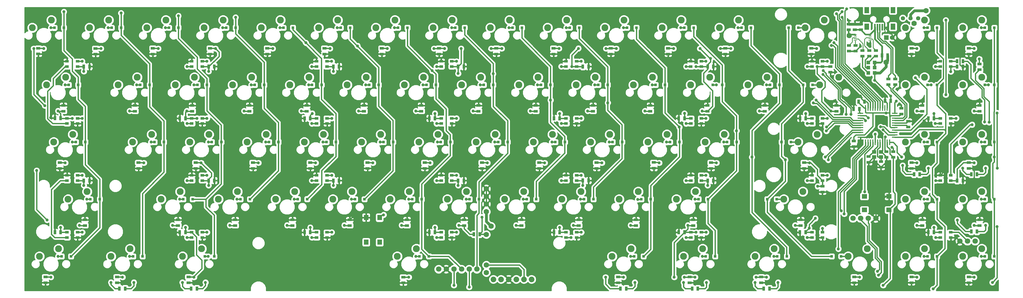
<source format=gbr>
G04 #@! TF.FileFunction,Copper,L2,Bot,Signal*
%FSLAX46Y46*%
G04 Gerber Fmt 4.6, Leading zero omitted, Abs format (unit mm)*
G04 Created by KiCad (PCBNEW 4.0.2-stable) date 7/15/2016 4:50:49 PM*
%MOMM*%
G01*
G04 APERTURE LIST*
%ADD10C,0.100000*%
%ADD11R,0.900000X0.950000*%
%ADD12R,1.397000X0.889000*%
%ADD13R,1.600000X2.000000*%
%ADD14R,0.590000X2.200000*%
%ADD15R,1.000000X0.290000*%
%ADD16R,0.889000X1.397000*%
%ADD17C,2.286000*%
%ADD18R,1.300000X0.850000*%
%ADD19C,1.524000*%
%ADD20R,1.524000X1.524000*%
%ADD21C,1.879600*%
%ADD22C,1.778000*%
%ADD23R,1.400000X1.200000*%
%ADD24R,1.198880X1.198880*%
%ADD25O,0.406400X1.899920*%
%ADD26O,1.899920X0.406400*%
%ADD27C,1.800000*%
%ADD28R,1.800000X1.500000*%
%ADD29R,1.500000X1.800000*%
%ADD30C,1.400000*%
%ADD31C,1.000000*%
%ADD32C,0.406400*%
%ADD33C,0.889000*%
%ADD34C,0.508000*%
%ADD35C,0.279400*%
%ADD36C,0.584200*%
%ADD37C,0.254000*%
G04 APERTURE END LIST*
D10*
D11*
X382928450Y-144302850D03*
X386078450Y-144302850D03*
X363878450Y-144302850D03*
X367028450Y-144302850D03*
X335128450Y-144302850D03*
X331978450Y-144302850D03*
X313878450Y-144312850D03*
X317028450Y-144312850D03*
X290078450Y-144312850D03*
X293228450Y-144312850D03*
X266248450Y-144292850D03*
X269398450Y-144292850D03*
X194818450Y-144302850D03*
X197968450Y-144302850D03*
X123398450Y-144312850D03*
X126548450Y-144312850D03*
X99568450Y-144302850D03*
X102718450Y-144302850D03*
X75758450Y-144302850D03*
X78908450Y-144302850D03*
X382938450Y-125272850D03*
X386088450Y-125272850D03*
X363888450Y-125232850D03*
X367038450Y-125232850D03*
X313688450Y-125242850D03*
X310538450Y-125242850D03*
X287688450Y-125262850D03*
X290838450Y-125262850D03*
X268628450Y-125262850D03*
X271778450Y-125262850D03*
X249588450Y-125262850D03*
X252738450Y-125262850D03*
X230538450Y-125272850D03*
X233688450Y-125272850D03*
X211508450Y-125262850D03*
X214658450Y-125262850D03*
X192428450Y-125262850D03*
X195578450Y-125262850D03*
X173398450Y-125262850D03*
X176548450Y-125262850D03*
X154328450Y-125232850D03*
X157478450Y-125232850D03*
X135278450Y-125242850D03*
X138428450Y-125242850D03*
X116228450Y-125272850D03*
X119378450Y-125272850D03*
X85308450Y-125262850D03*
X88458450Y-125262850D03*
X382928450Y-106222850D03*
X386078450Y-106222850D03*
X363878450Y-106222850D03*
X367028450Y-106222850D03*
X318458450Y-106212850D03*
X315308450Y-106212850D03*
X297198450Y-106212850D03*
X300348450Y-106212850D03*
X278168450Y-106212850D03*
X281318450Y-106212850D03*
X259098450Y-106192850D03*
X262248450Y-106192850D03*
X240048450Y-106222850D03*
X243198450Y-106222850D03*
X221018450Y-106212850D03*
X224168450Y-106212850D03*
X201948450Y-106212850D03*
X205098450Y-106212850D03*
X182898450Y-106212850D03*
X186048450Y-106212850D03*
X163868450Y-106212850D03*
X167018450Y-106212850D03*
X144788450Y-106212850D03*
X147938450Y-106212850D03*
X125748450Y-106212850D03*
X128898450Y-106212850D03*
X106688450Y-106212850D03*
X109838450Y-106212850D03*
X80518450Y-106222850D03*
X83668450Y-106222850D03*
X382948450Y-87182850D03*
X386098450Y-87182850D03*
X363888450Y-87172850D03*
X367038450Y-87172850D03*
X325598450Y-87152850D03*
X322448450Y-87152850D03*
X311478450Y-87132850D03*
X314628450Y-87132850D03*
X292418450Y-87152850D03*
X295568450Y-87152850D03*
X273398450Y-87152850D03*
X276548450Y-87152850D03*
X254328450Y-87142850D03*
X257478450Y-87142850D03*
X235288450Y-87152850D03*
X238438450Y-87152850D03*
X216228450Y-87132850D03*
X219378450Y-87132850D03*
X197178450Y-87172850D03*
X200328450Y-87172850D03*
X178128450Y-87172850D03*
X181278450Y-87172850D03*
X159108450Y-87162850D03*
X162258450Y-87162850D03*
X140028450Y-87162850D03*
X143178450Y-87162850D03*
X120978450Y-87162850D03*
X124128450Y-87162850D03*
X101928450Y-87152850D03*
X105078450Y-87152850D03*
X78128450Y-87162850D03*
X81278450Y-87162850D03*
X382938450Y-68112850D03*
X386088450Y-68112850D03*
X363888450Y-68107850D03*
X367038450Y-68107850D03*
X320838450Y-68082850D03*
X317688450Y-68082850D03*
X301963450Y-68107850D03*
X305113450Y-68107850D03*
X282913450Y-68107850D03*
X286063450Y-68107850D03*
X263858450Y-68092850D03*
X267008450Y-68092850D03*
X244813450Y-68107850D03*
X247963450Y-68107850D03*
X225763450Y-68107850D03*
X228913450Y-68107850D03*
X206713450Y-68107850D03*
X209863450Y-68107850D03*
X187663450Y-68107850D03*
X190813450Y-68107850D03*
X168613450Y-68107850D03*
X171763450Y-68107850D03*
X149563450Y-68107850D03*
X152713450Y-68107850D03*
X130508450Y-68102850D03*
X133658450Y-68102850D03*
X111468450Y-68092850D03*
X114618450Y-68092850D03*
X92408450Y-68112850D03*
X95558450Y-68112850D03*
X73373450Y-68132850D03*
X76523450Y-68132850D03*
D12*
X341675950Y-68785350D03*
X341675950Y-66880350D03*
D13*
X352345950Y-62262850D03*
X343645950Y-62262850D03*
X343645950Y-67762850D03*
X352345950Y-67762850D03*
D14*
X347995950Y-67962850D03*
X347195850Y-67962850D03*
X346395750Y-67962850D03*
X348795950Y-67962850D03*
X349595950Y-67962850D03*
D15*
X344765950Y-70372850D03*
X344765950Y-70872850D03*
X339865950Y-71372850D03*
X344765950Y-71872850D03*
X344765950Y-72372850D03*
X339865950Y-72372850D03*
X339865950Y-71872850D03*
X344765950Y-71372850D03*
X339865950Y-70872850D03*
X339865950Y-70372850D03*
D16*
X207683450Y-81052850D03*
X209588450Y-81052850D03*
D17*
X181898750Y-103697500D03*
X175548750Y-106237500D03*
D16*
X350618450Y-77362850D03*
X348713450Y-77362850D03*
D18*
X371615950Y-136297850D03*
X371615950Y-138047850D03*
X368115950Y-138047850D03*
X368115950Y-136297850D03*
X328935950Y-136297850D03*
X328935950Y-138047850D03*
X325435950Y-138047850D03*
X325435950Y-136297850D03*
X288605950Y-136297850D03*
X288605950Y-138047850D03*
X285105950Y-138047850D03*
X285105950Y-136297850D03*
X247095950Y-136297850D03*
X247095950Y-138047850D03*
X243595950Y-138047850D03*
X243595950Y-136297850D03*
X205585950Y-136297850D03*
X205585950Y-138047850D03*
X202085950Y-138047850D03*
X202085950Y-136297850D03*
X164085950Y-136297850D03*
X164085950Y-138047850D03*
X160585950Y-138047850D03*
X160585950Y-136297850D03*
X122565950Y-136297850D03*
X122565950Y-138047850D03*
X119065950Y-138047850D03*
X119065950Y-136297850D03*
X81065950Y-136297850D03*
X81065950Y-138047850D03*
X77565950Y-138047850D03*
X77565950Y-136297850D03*
D12*
X342215950Y-75720350D03*
X342215950Y-77625350D03*
X346715950Y-75720350D03*
X346715950Y-77625350D03*
X344465950Y-75720350D03*
X344465950Y-77625350D03*
X339935950Y-75915350D03*
X339935950Y-74010350D03*
X337685950Y-75915350D03*
X337685950Y-74010350D03*
X381135950Y-80200350D03*
X381135950Y-82105350D03*
D16*
X373723450Y-79252850D03*
X375628450Y-79252850D03*
D12*
X357445950Y-101175350D03*
X357445950Y-99270350D03*
X348385950Y-112690350D03*
X348385950Y-114595350D03*
X344275950Y-111070350D03*
X344275950Y-112975350D03*
X352425950Y-109390350D03*
X352425950Y-111295350D03*
D16*
X341188450Y-95162850D03*
X339283450Y-95162850D03*
X212953450Y-136912850D03*
X214858450Y-136912850D03*
D19*
X352135950Y-71392850D03*
D20*
X350135950Y-71392850D03*
D21*
X219426950Y-151972850D03*
X221966950Y-151972850D03*
X224506950Y-151972850D03*
X227046950Y-151972850D03*
X229586950Y-151972850D03*
X232126950Y-151972850D03*
D22*
X217085950Y-149742850D03*
X217085950Y-147202850D03*
X217085950Y-137042850D03*
X217085950Y-129422850D03*
X217085950Y-126882850D03*
X217085950Y-124342850D03*
X217085950Y-121802850D03*
D23*
X348390050Y-109525650D03*
X346090050Y-109525650D03*
X348390050Y-111225650D03*
X346090050Y-111225650D03*
D18*
X119072950Y-81047850D03*
X119072950Y-79297850D03*
X122572950Y-79297850D03*
X122572950Y-81047850D03*
X202086950Y-81047850D03*
X202086950Y-79297850D03*
X205586950Y-79297850D03*
X205586950Y-81047850D03*
X243593950Y-81047850D03*
X243593950Y-79297850D03*
X247093950Y-79297850D03*
X247093950Y-81047850D03*
X325427950Y-81047850D03*
X325427950Y-79297850D03*
X328927950Y-79297850D03*
X328927950Y-81047850D03*
X368115950Y-81047850D03*
X368115950Y-79297850D03*
X371615950Y-79297850D03*
X371615950Y-81047850D03*
X81065950Y-98297850D03*
X81065950Y-100047850D03*
X77565950Y-100047850D03*
X77565950Y-98297850D03*
X122565950Y-98297850D03*
X122565950Y-100047850D03*
X119065950Y-100047850D03*
X119065950Y-98297850D03*
X164085950Y-98297850D03*
X164085950Y-100047850D03*
X160585950Y-100047850D03*
X160585950Y-98297850D03*
X205585950Y-98297850D03*
X205585950Y-100047850D03*
X202085950Y-100047850D03*
X202085950Y-98297850D03*
X288605950Y-98297850D03*
X288605950Y-100047850D03*
X285105950Y-100047850D03*
X285105950Y-98297850D03*
X328935950Y-98297850D03*
X328935950Y-100047850D03*
X325435950Y-100047850D03*
X325435950Y-98297850D03*
X371615950Y-98297850D03*
X371615950Y-100047850D03*
X368115950Y-100047850D03*
X368115950Y-98297850D03*
X77565950Y-119047850D03*
X77565950Y-117297850D03*
X81065950Y-117297850D03*
X81065950Y-119047850D03*
X119065950Y-119047850D03*
X119065950Y-117297850D03*
X122565950Y-117297850D03*
X122565950Y-119047850D03*
X160585950Y-119047850D03*
X160585950Y-117297850D03*
X164085950Y-117297850D03*
X164085950Y-119047850D03*
X77565950Y-81047850D03*
X77565950Y-79297850D03*
X81065950Y-79297850D03*
X81065950Y-81047850D03*
X160579950Y-81047850D03*
X160579950Y-79297850D03*
X164079950Y-79297850D03*
X164079950Y-81047850D03*
X285100950Y-81047850D03*
X285100950Y-79297850D03*
X288600950Y-79297850D03*
X288600950Y-81047850D03*
X247095950Y-98297850D03*
X247095950Y-100047850D03*
X243595950Y-100047850D03*
X243595950Y-98297850D03*
X202085950Y-119047850D03*
X202085950Y-117297850D03*
X205585950Y-117297850D03*
X205585950Y-119047850D03*
X243595950Y-119047850D03*
X243595950Y-117297850D03*
X247095950Y-117297850D03*
X247095950Y-119047850D03*
X285105950Y-119047850D03*
X285105950Y-117297850D03*
X288605950Y-117297850D03*
X288605950Y-119047850D03*
X325435950Y-119047850D03*
X325435950Y-117297850D03*
X328935950Y-117297850D03*
X328935950Y-119047850D03*
X368115950Y-119047850D03*
X368115950Y-117297850D03*
X371615950Y-117297850D03*
X371615950Y-119047850D03*
D12*
X355135950Y-96875350D03*
X355135950Y-94970350D03*
X339675950Y-68785350D03*
X339675950Y-66880350D03*
X337655950Y-68785350D03*
X337655950Y-66880350D03*
D16*
X361278450Y-116932850D03*
X359373450Y-116932850D03*
X380318450Y-116942850D03*
X378413450Y-116942850D03*
X380328450Y-135982850D03*
X378423450Y-135982850D03*
X96928439Y-155042858D03*
X95023439Y-155042858D03*
X120768450Y-155032850D03*
X118863450Y-155032850D03*
X263638450Y-155032850D03*
X261733450Y-155032850D03*
X287458450Y-155042850D03*
X285553450Y-155042850D03*
X311278450Y-155032850D03*
X309373450Y-155032850D03*
X351628450Y-92512850D03*
X349723450Y-92512850D03*
D12*
X339345950Y-105860350D03*
X339345950Y-107765350D03*
X350195950Y-109390350D03*
X350195950Y-111295350D03*
D16*
X340973450Y-92752850D03*
X342878450Y-92752850D03*
D24*
X346264970Y-83172850D03*
X344166930Y-83172850D03*
X346264970Y-79672850D03*
X344166930Y-79672850D03*
X346264970Y-81372850D03*
X344166930Y-81372850D03*
D25*
X347260050Y-94900650D03*
X348060150Y-94900650D03*
X348860250Y-94900650D03*
X349660350Y-94900650D03*
X350460450Y-94900650D03*
X351260550Y-94900650D03*
X346459950Y-94900650D03*
X345659850Y-94900650D03*
X344859750Y-94900650D03*
X344059650Y-94900650D03*
X343259550Y-94900650D03*
X347260050Y-106330650D03*
X348060150Y-106330650D03*
X348860250Y-106330650D03*
X349660350Y-106330650D03*
X350460450Y-106330650D03*
X351260550Y-106330650D03*
X346459950Y-106330650D03*
X345659850Y-106330650D03*
X344859750Y-106330650D03*
X344059650Y-106330650D03*
X343259550Y-106330650D03*
D26*
X352975050Y-100615650D03*
X341545050Y-100615650D03*
X352975050Y-101415750D03*
X341545050Y-101415750D03*
X341545050Y-102215850D03*
X352975050Y-102215850D03*
X352975050Y-103015950D03*
X341545050Y-103015950D03*
X341545050Y-103816050D03*
X352975050Y-103816050D03*
X352975050Y-104616150D03*
X341545050Y-104616150D03*
X341545050Y-99815550D03*
X352975050Y-99815550D03*
X352975050Y-99015450D03*
X341545050Y-99015450D03*
X341545050Y-98215350D03*
X352975050Y-98215350D03*
X352975050Y-97415250D03*
X341545050Y-97415250D03*
X341545050Y-96615150D03*
X352975050Y-96615150D03*
D27*
X341595950Y-131632850D03*
X344135950Y-131632850D03*
X339055950Y-131632850D03*
X374615950Y-139252850D03*
X211365950Y-148572850D03*
X213905950Y-148572850D03*
X208825950Y-148572850D03*
X206285950Y-148572850D03*
X379695950Y-139252850D03*
X346675950Y-131632850D03*
X377155950Y-139252850D03*
X201205950Y-148572850D03*
X203745950Y-148572850D03*
D28*
X351055950Y-124322850D03*
X342855950Y-128822850D03*
X342855950Y-124322850D03*
X351055950Y-128822850D03*
D29*
X177085950Y-131382850D03*
X181585950Y-139582850D03*
X177085950Y-139582850D03*
X181585950Y-131382850D03*
D12*
X350865939Y-87075358D03*
X350865939Y-85170358D03*
X353115939Y-87075358D03*
X353115939Y-85170358D03*
D17*
X72355950Y-65592850D03*
X66005950Y-68132850D03*
X91406350Y-65592850D03*
X85056350Y-68132850D03*
X110456750Y-65592850D03*
X104106750Y-68132850D03*
X129507150Y-65592850D03*
X123157150Y-68132850D03*
X167607950Y-65592850D03*
X161257950Y-68132850D03*
X205708750Y-65592850D03*
X199358750Y-68132850D03*
X224759150Y-65592850D03*
X218409150Y-68132850D03*
X243809550Y-65592850D03*
X237459550Y-68132850D03*
X262859950Y-65592850D03*
X256509950Y-68132850D03*
X281910350Y-65592850D03*
X275560350Y-68132850D03*
X300960750Y-65592850D03*
X294610750Y-68132850D03*
X329536350Y-65592850D03*
X323186350Y-68132850D03*
X381923750Y-65597500D03*
X375573750Y-68137500D03*
X77118550Y-84643250D03*
X70768550Y-87183250D03*
X119986250Y-84647500D03*
X113636250Y-87187500D03*
X139036250Y-84647500D03*
X132686250Y-87187500D03*
X158086250Y-84647500D03*
X151736250Y-87187500D03*
X177136250Y-84647500D03*
X170786250Y-87187500D03*
X196186250Y-84647500D03*
X189836250Y-87187500D03*
X215236250Y-84647500D03*
X208886250Y-87187500D03*
X234284350Y-84643250D03*
X227934350Y-87183250D03*
X253334750Y-84643250D03*
X246984750Y-87183250D03*
X272385150Y-84643250D03*
X266035150Y-87183250D03*
X291435550Y-84643250D03*
X285085550Y-87183250D03*
X310485950Y-84643250D03*
X304135950Y-87183250D03*
X334298950Y-84643250D03*
X327948950Y-87183250D03*
X362873750Y-84647500D03*
X356523750Y-87187500D03*
X381923750Y-84647500D03*
X375573750Y-87187500D03*
X79505000Y-103697500D03*
X73155000Y-106237500D03*
X105698750Y-103697500D03*
X99348750Y-106237500D03*
X124748750Y-103697500D03*
X118398750Y-106237500D03*
X143798750Y-103697500D03*
X137448750Y-106237500D03*
X200948750Y-103697500D03*
X194598750Y-106237500D03*
X219998750Y-103697500D03*
X213648750Y-106237500D03*
X258098750Y-103697500D03*
X251748750Y-106237500D03*
X277148750Y-103697500D03*
X270798750Y-106237500D03*
X296198750Y-103697500D03*
X289848750Y-106237500D03*
X327155000Y-103697500D03*
X320805000Y-106237500D03*
X381923750Y-103697500D03*
X375573750Y-106237500D03*
X84267500Y-122747500D03*
X77917500Y-125287500D03*
X115223750Y-122747500D03*
X108873750Y-125287500D03*
X134273750Y-122747500D03*
X127923750Y-125287500D03*
X153323750Y-122747500D03*
X146973750Y-125287500D03*
X172373750Y-122747500D03*
X166023750Y-125287500D03*
X191423750Y-122747500D03*
X185073750Y-125287500D03*
X210473750Y-122747500D03*
X204123750Y-125287500D03*
X229523750Y-122747500D03*
X223173750Y-125287500D03*
X248573750Y-122747500D03*
X242223750Y-125287500D03*
X267623750Y-122747500D03*
X261273750Y-125287500D03*
X286673750Y-122747500D03*
X280323750Y-125287500D03*
X322392500Y-122747500D03*
X316042500Y-125287500D03*
X362873750Y-122747500D03*
X356523750Y-125287500D03*
X381923750Y-122747500D03*
X375573750Y-125287500D03*
X74742500Y-141797500D03*
X68392500Y-144337500D03*
X98555000Y-141797500D03*
X92205000Y-144337500D03*
X122367500Y-141797500D03*
X116017500Y-144337500D03*
X193805000Y-141797500D03*
X187455000Y-144337500D03*
X265242500Y-141797500D03*
X258892500Y-144337500D03*
X289055000Y-141797500D03*
X282705000Y-144337500D03*
X312867500Y-141797500D03*
X306517500Y-144337500D03*
X343823750Y-141797500D03*
X337473750Y-144337500D03*
X362873750Y-141797500D03*
X356523750Y-144337500D03*
X381923750Y-141797500D03*
X375573750Y-144337500D03*
D12*
X68015950Y-74960350D03*
X68015950Y-76865350D03*
X87065950Y-75020350D03*
X87065950Y-76925350D03*
X106115950Y-74970350D03*
X106115950Y-76875350D03*
X125165950Y-74970350D03*
X125165950Y-76875350D03*
X144215950Y-74970350D03*
X144215950Y-76875350D03*
X163265950Y-74970350D03*
X163265950Y-76875350D03*
X182315950Y-74970350D03*
X182315950Y-76875350D03*
X201365950Y-74970350D03*
X201365950Y-76875350D03*
X220415950Y-74970350D03*
X220415950Y-76875350D03*
X239465950Y-74970350D03*
X239465950Y-76875350D03*
X258515950Y-74970350D03*
X258515950Y-76875350D03*
X277565950Y-74970350D03*
X277565950Y-76875350D03*
X296615950Y-74970350D03*
X296615950Y-76875350D03*
X325190950Y-74970350D03*
X325190950Y-76875350D03*
X358515950Y-74970350D03*
X358515950Y-76875350D03*
X377565950Y-74970350D03*
X377565950Y-76875350D03*
X76365950Y-95925350D03*
X76365950Y-94020350D03*
X100190950Y-95925350D03*
X100190950Y-94020350D03*
X119240950Y-95925350D03*
X119240950Y-94020350D03*
X138290950Y-95925350D03*
X138290950Y-94020350D03*
X157340950Y-95925350D03*
X157340950Y-94020350D03*
X176390950Y-95925350D03*
X176390950Y-94020350D03*
X195440950Y-95925350D03*
X195440950Y-94020350D03*
X214490950Y-95925350D03*
X214490950Y-94020350D03*
X233540950Y-95925350D03*
X233540950Y-94020350D03*
X252590950Y-95925350D03*
X252590950Y-94020350D03*
X271640950Y-95925350D03*
X271640950Y-94020350D03*
X290690950Y-95925350D03*
X290690950Y-94020350D03*
X309740950Y-95925350D03*
X309740950Y-94020350D03*
X333565950Y-95925350D03*
X333565950Y-94020350D03*
X362140950Y-95925350D03*
X362140950Y-94020350D03*
X381190950Y-95925350D03*
X381190950Y-94020350D03*
X75165950Y-113070350D03*
X75165950Y-114975350D03*
X101365950Y-113070350D03*
X101365950Y-114975350D03*
X120415950Y-113070350D03*
X120415950Y-114975350D03*
X139440950Y-113070350D03*
X139440950Y-114975350D03*
X158490950Y-113070350D03*
X158490950Y-114975350D03*
X177540950Y-113070350D03*
X177540950Y-114975350D03*
X196590950Y-113070350D03*
X196590950Y-114975350D03*
X215640950Y-113070350D03*
X215640950Y-114975350D03*
X234690950Y-113070350D03*
X234690950Y-114975350D03*
X253765950Y-113070350D03*
X253765950Y-114975350D03*
X272790950Y-113020350D03*
X272790950Y-114925350D03*
X291840950Y-113070350D03*
X291840950Y-114975350D03*
X322815950Y-113070350D03*
X322815950Y-114975350D03*
X358540950Y-113070350D03*
X358540950Y-114975350D03*
X377565950Y-113070350D03*
X377565950Y-114975350D03*
X83515950Y-134025350D03*
X83515950Y-132120350D03*
X114465950Y-134025350D03*
X114465950Y-132120350D03*
X133515950Y-134025350D03*
X133515950Y-132120350D03*
X152565950Y-134025350D03*
X152565950Y-132120350D03*
X171615950Y-134025350D03*
X171615950Y-132120350D03*
X190665950Y-134025350D03*
X190665950Y-132120350D03*
X209715950Y-134025350D03*
X209715950Y-132120350D03*
X228765950Y-134025350D03*
X228765950Y-132120350D03*
X247815950Y-134025350D03*
X247815950Y-132120350D03*
X266865950Y-134025350D03*
X266865950Y-132120350D03*
X285915950Y-134025350D03*
X285915950Y-132120350D03*
X321640950Y-134025350D03*
X321640950Y-132120350D03*
X362115950Y-134025350D03*
X362115950Y-132120350D03*
X381190950Y-134025350D03*
X381190950Y-132120350D03*
X70390950Y-151170350D03*
X70390950Y-153075350D03*
X94190950Y-151170350D03*
X94190950Y-153075350D03*
X118015950Y-151170350D03*
X118015950Y-153075350D03*
X189465950Y-151220350D03*
X189465950Y-153125350D03*
X260890950Y-151170350D03*
X260890950Y-153075350D03*
X284715950Y-151170350D03*
X284715950Y-153075350D03*
X308515950Y-151170350D03*
X308515950Y-153075350D03*
X339465950Y-151170350D03*
X339465950Y-153075350D03*
X358515950Y-151170350D03*
X358515950Y-153075350D03*
X377565950Y-151170350D03*
X377565950Y-153075350D03*
D16*
X83163450Y-81052850D03*
X85068450Y-81052850D03*
X124673450Y-81052850D03*
X126578450Y-81052850D03*
X166183450Y-81052850D03*
X168088450Y-81052850D03*
X249193450Y-81052850D03*
X251098450Y-81052850D03*
X290703450Y-81052850D03*
X292608450Y-81052850D03*
D12*
X331565950Y-81050350D03*
X331565950Y-82955350D03*
D16*
X373723450Y-81052850D03*
X375628450Y-81052850D03*
X75458450Y-98232850D03*
X73553450Y-98232850D03*
X116968450Y-98302850D03*
X115063450Y-98302850D03*
X158488450Y-98292850D03*
X156583450Y-98292850D03*
X199978450Y-98292850D03*
X198073450Y-98292850D03*
X241488450Y-98292850D03*
X239583450Y-98292850D03*
X282998450Y-98292850D03*
X281093450Y-98292850D03*
X323338450Y-98292850D03*
X321433450Y-98292850D03*
X366008450Y-98292850D03*
X364103450Y-98292850D03*
X83163450Y-119052850D03*
X85068450Y-119052850D03*
X124673450Y-119052850D03*
X126578450Y-119052850D03*
X166183450Y-119052850D03*
X168088450Y-119052850D03*
X207693450Y-119052850D03*
X209598450Y-119052850D03*
X249193450Y-119032850D03*
X251098450Y-119032850D03*
X290703450Y-119052850D03*
X292608450Y-119052850D03*
D12*
X328915950Y-120950350D03*
X328915950Y-122855350D03*
D16*
X373723450Y-119052850D03*
X375628450Y-119052850D03*
X75468450Y-136292850D03*
X73563450Y-136292850D03*
X116968450Y-136292850D03*
X115063450Y-136292850D03*
X158488450Y-136292850D03*
X156583450Y-136292850D03*
X199978450Y-136292850D03*
X198073450Y-136292850D03*
X241488450Y-136292850D03*
X239583450Y-136292850D03*
X282998450Y-136292850D03*
X281093450Y-136292850D03*
X323328450Y-136292850D03*
X321423450Y-136292850D03*
X366018450Y-136292850D03*
X364113450Y-136292850D03*
D30*
X355635950Y-64932850D03*
X358175950Y-64932850D03*
X360715950Y-64932850D03*
D17*
X362873750Y-103697500D03*
X356523750Y-106237500D03*
X362873750Y-65597500D03*
X356523750Y-68137500D03*
X148557550Y-65592850D03*
X142207550Y-68132850D03*
X186658350Y-65592850D03*
X180308350Y-68132850D03*
X100931550Y-84643250D03*
X94581550Y-87183250D03*
X162848750Y-103697500D03*
X156498750Y-106237500D03*
X239048750Y-103697500D03*
X232698750Y-106237500D03*
D31*
X366015950Y-134692850D03*
X326555950Y-131632850D03*
X324475950Y-134882850D03*
X350125950Y-96542850D03*
X366015950Y-96682850D03*
D22*
X350115950Y-79602850D03*
D31*
X352035950Y-107972850D03*
X349795950Y-104482850D03*
D22*
X363395950Y-62422850D03*
X359435950Y-66702850D03*
D31*
X327175950Y-81052850D03*
X351635950Y-90872850D03*
X346255950Y-85622850D03*
X208685950Y-75047850D03*
X199645950Y-75052850D03*
X218675950Y-75042850D03*
X279575950Y-151247850D03*
X306795950Y-151242850D03*
X282985950Y-151252850D03*
D22*
X218645950Y-134242850D03*
D31*
X291635950Y-78352850D03*
X288175950Y-75052850D03*
X294985950Y-75052850D03*
X245525950Y-81052850D03*
X247715950Y-75032850D03*
X256895950Y-75052850D03*
X371615950Y-82742850D03*
D22*
X337795950Y-70732850D03*
D31*
X79315950Y-98292850D03*
X120815950Y-98302850D03*
X159155950Y-96682850D03*
X199975950Y-96682850D03*
X241485950Y-96682850D03*
X282995950Y-96672850D03*
X323335950Y-96682850D03*
X327315950Y-120952850D03*
X290705950Y-120662850D03*
X249195950Y-120642850D03*
X207695950Y-120662850D03*
X166185950Y-120662850D03*
X124675950Y-120662850D03*
X83165950Y-120672850D03*
X75465950Y-134682850D03*
X116975950Y-134682850D03*
X158485950Y-134682850D03*
X199975950Y-134682850D03*
X241485950Y-134682850D03*
X286855950Y-136292850D03*
X286855950Y-81052850D03*
X207695950Y-83382850D03*
X166185950Y-82662850D03*
X124675950Y-82662850D03*
X83155950Y-82662850D03*
X379385950Y-151252850D03*
X360335950Y-151252850D03*
X341285950Y-151252850D03*
X310325950Y-151252850D03*
X286515950Y-151252850D03*
X262705950Y-151252850D03*
X191265950Y-151252850D03*
X119825950Y-151252850D03*
X96015950Y-151252850D03*
X72205950Y-151252850D03*
X379375950Y-133942850D03*
X360325950Y-133942850D03*
X319845950Y-133942850D03*
X284125950Y-133942850D03*
X265075950Y-133942850D03*
X246025950Y-133942850D03*
X226975950Y-133942850D03*
X207925950Y-133942850D03*
X188875950Y-133942850D03*
X169825950Y-133942850D03*
X150775950Y-133942850D03*
X131725950Y-133942850D03*
X112675950Y-133942850D03*
X81715950Y-133942850D03*
X379385950Y-113152850D03*
X360335950Y-113152850D03*
X324615950Y-113152850D03*
X293655950Y-113152850D03*
X274605950Y-113152850D03*
X255555950Y-113152850D03*
X236505950Y-113152850D03*
X217455950Y-113152850D03*
X198405950Y-113152850D03*
X179355950Y-113152850D03*
X160305950Y-113152850D03*
X141255950Y-113152850D03*
X122205950Y-113152850D03*
X103155950Y-113152850D03*
X76965950Y-113152850D03*
X379375950Y-95842850D03*
X360325950Y-95842850D03*
X331745950Y-95842850D03*
X307935950Y-95842850D03*
X288885950Y-95842850D03*
X269835950Y-95842850D03*
X250785950Y-95842850D03*
X231735950Y-95842850D03*
X212685950Y-95842850D03*
X193635950Y-95842850D03*
X174585950Y-95842850D03*
X155535950Y-95842850D03*
X136485950Y-95842850D03*
X117435950Y-95842850D03*
X98385950Y-95842850D03*
X74575950Y-95842850D03*
X379385950Y-75052850D03*
X360325950Y-75052850D03*
X326995950Y-75052850D03*
X298415950Y-75052850D03*
X279365950Y-75052850D03*
X260315950Y-75052850D03*
X241265950Y-75052850D03*
X222215950Y-75052850D03*
X203165950Y-75052850D03*
X184115950Y-75052850D03*
X165065950Y-75052850D03*
X146015950Y-75052850D03*
X126965950Y-75052850D03*
X107915950Y-75052850D03*
X88865950Y-75042850D03*
X69815950Y-75052850D03*
X362615950Y-136042850D03*
X341535950Y-90852850D03*
X335765950Y-91402850D03*
X349735950Y-90882850D03*
X298415950Y-81102850D03*
X294005950Y-81032850D03*
X117305950Y-79292850D03*
X72115950Y-98102850D03*
X79455950Y-100052850D03*
X377105950Y-81142850D03*
D22*
X342995950Y-64992850D03*
X348205950Y-65092850D03*
D31*
X344765950Y-74262850D03*
X341545950Y-74282850D03*
X350585950Y-114922850D03*
X354515950Y-93542850D03*
X366525950Y-117292850D03*
X377025950Y-119042850D03*
X373715950Y-100052850D03*
X377905950Y-92462850D03*
X359205950Y-99142850D03*
X362715950Y-99142850D03*
X366555950Y-79302850D03*
X379375950Y-152992850D03*
X360325950Y-152992850D03*
X341275950Y-152992850D03*
X310315950Y-152992850D03*
X286505950Y-152992850D03*
X262695950Y-152992850D03*
X191255950Y-152992850D03*
X119815950Y-152992850D03*
X96005950Y-152992850D03*
X72185950Y-152992850D03*
X379385950Y-132202850D03*
X360335950Y-132202850D03*
X319845950Y-132202850D03*
X284135950Y-132202850D03*
X265085950Y-132202850D03*
X246035950Y-132202850D03*
X226985950Y-132202850D03*
X207935950Y-132202850D03*
X188885950Y-132202850D03*
X169825950Y-132202850D03*
X150785950Y-132202850D03*
X131735950Y-132202850D03*
X112685950Y-132202850D03*
X81725950Y-132202850D03*
X379375950Y-114892850D03*
X360325950Y-114892850D03*
X324605950Y-114892850D03*
X293645950Y-114892850D03*
X274595950Y-114892850D03*
X255545950Y-114892850D03*
X236495950Y-114892850D03*
X217445950Y-114892850D03*
X198395950Y-114892850D03*
X179345950Y-114892850D03*
X160295950Y-114892850D03*
X141245950Y-114892850D03*
X122195950Y-114892850D03*
X103145950Y-114892850D03*
X76955950Y-114892850D03*
X379385950Y-94102850D03*
X360335950Y-94102850D03*
X331755950Y-94102850D03*
X307945950Y-94102850D03*
X288895950Y-94102850D03*
X269845950Y-94102850D03*
X250795950Y-94102850D03*
X231745950Y-94102850D03*
X212695950Y-94102850D03*
X193645950Y-94102850D03*
X174595950Y-94102850D03*
X155545950Y-94102850D03*
X136495950Y-94102850D03*
X117445950Y-94102850D03*
X98395950Y-94102850D03*
X74575950Y-94102850D03*
X379375950Y-76792850D03*
X360325950Y-76792850D03*
X326985950Y-76792850D03*
X298415950Y-76792850D03*
X279365950Y-76792850D03*
X260315950Y-76792850D03*
X241265950Y-76792850D03*
X222215950Y-76792850D03*
X203165950Y-76792850D03*
X184115950Y-76792850D03*
X165065950Y-76792850D03*
X146015950Y-76792850D03*
X126965950Y-76792850D03*
X107915950Y-76802850D03*
X88865950Y-76802850D03*
X69815950Y-76792850D03*
X72220000Y-68130000D03*
X110310000Y-68120000D03*
X148410000Y-68130000D03*
X76525950Y-62782850D03*
X336965950Y-61862850D03*
X167460000Y-68130000D03*
X186500000Y-68130000D03*
X205560000Y-68130000D03*
X224610000Y-68130000D03*
X243660000Y-68130000D03*
X95545950Y-63222850D03*
X335425950Y-62782850D03*
X262700000Y-68130000D03*
X281750000Y-68130000D03*
X300810000Y-68130000D03*
X114635950Y-64142850D03*
X333575950Y-63462850D03*
X362730000Y-68140000D03*
X381780000Y-68130000D03*
X76970000Y-87180000D03*
X100770000Y-87180000D03*
X119820000Y-87180000D03*
X133665950Y-64652850D03*
X335415950Y-64662850D03*
X138870000Y-87180000D03*
X157950000Y-87190000D03*
X176970000Y-87190000D03*
X196020000Y-87190000D03*
X332765950Y-73112850D03*
X157035950Y-73112850D03*
X215060000Y-87180000D03*
X234130000Y-87190000D03*
X253170000Y-87180000D03*
X272240000Y-87180000D03*
X174225950Y-74172850D03*
X331895950Y-74022850D03*
X293580000Y-87180000D03*
X310320000Y-87180000D03*
X365050000Y-87190000D03*
X384110000Y-87190000D03*
X199035950Y-82452850D03*
X329175950Y-82422850D03*
X338375950Y-96972850D03*
X348245950Y-101162850D03*
X79350000Y-106230000D03*
X105530000Y-106230000D03*
X124590000Y-106230000D03*
X143630000Y-106240000D03*
X329125950Y-83672850D03*
X219365950Y-83452850D03*
X336755950Y-97012850D03*
X349055950Y-102142850D03*
X162710000Y-106240000D03*
X181740000Y-106230000D03*
X200790000Y-106240000D03*
X219860000Y-106240000D03*
X238445950Y-92232850D03*
X326785950Y-92222850D03*
X238890000Y-106230000D03*
X257940000Y-106240000D03*
X277010000Y-106230000D03*
X296040000Y-106230000D03*
X325875950Y-93152850D03*
X257475950Y-93142850D03*
X362720000Y-106240000D03*
X381770000Y-106240000D03*
X84150000Y-125290000D03*
X330235950Y-101202850D03*
X281275950Y-101222850D03*
X115060000Y-125290000D03*
X134130000Y-125280000D03*
X153170000Y-125290000D03*
X172240000Y-125290000D03*
X191280000Y-125280000D03*
X330225950Y-102502850D03*
X300325950Y-102442850D03*
X210350000Y-125290000D03*
X229380000Y-125280000D03*
X248440000Y-125290000D03*
X267470000Y-125300000D03*
X286530000Y-125280000D03*
X329855950Y-111222850D03*
X305435950Y-111222850D03*
X362730000Y-125290000D03*
X381780000Y-125280000D03*
X316565950Y-112172850D03*
X330845950Y-112172850D03*
X74600000Y-144330000D03*
X98410000Y-144330000D03*
X124560000Y-144330000D03*
X193660000Y-144340000D03*
X265090000Y-144340000D03*
X211365950Y-154552850D03*
X365735950Y-155182850D03*
X288920000Y-144330000D03*
X312720000Y-144340000D03*
X362730000Y-144340000D03*
X381760000Y-144330000D03*
X355285950Y-111202850D03*
X386075950Y-111212850D03*
X206285950Y-153962850D03*
X349105950Y-153962850D03*
X384335950Y-99632850D03*
X343215950Y-99122850D03*
X382865950Y-99492850D03*
X344145950Y-98162850D03*
X347205950Y-149342850D03*
X336155950Y-130162850D03*
X347565950Y-150542850D03*
X335145950Y-129192850D03*
X359855950Y-84772850D03*
X342955950Y-122792850D03*
X346445950Y-103552850D03*
X369945950Y-90462850D03*
X369955950Y-65602850D03*
X353465950Y-92592850D03*
X215635950Y-131232850D03*
X182895950Y-130482850D03*
X334205950Y-141822850D03*
X91250000Y-68130000D03*
X129350000Y-68130000D03*
X70195950Y-94092850D03*
X66515950Y-75042850D03*
X381115950Y-78512850D03*
X383185950Y-114902850D03*
X387055950Y-114902850D03*
X386995950Y-96512850D03*
X70945950Y-132192850D03*
X67465950Y-115692850D03*
X355585950Y-113992850D03*
X375565950Y-114892850D03*
X364135950Y-114902850D03*
X373795950Y-132202850D03*
X383195950Y-133942850D03*
X385435950Y-152992850D03*
X386985950Y-134422850D03*
X92195950Y-152992850D03*
X115965950Y-152992850D03*
X99815950Y-153002850D03*
X123625950Y-153012850D03*
X256755950Y-151242850D03*
X282695950Y-152992850D03*
X266505950Y-153002850D03*
X306515950Y-153002850D03*
X290325950Y-153002850D03*
X314135950Y-153002850D03*
X117515950Y-81052850D03*
X82625950Y-79292850D03*
X159025950Y-81042850D03*
X124135950Y-79302850D03*
X200535950Y-81052850D03*
X165635950Y-79292850D03*
X242025950Y-81042850D03*
X207145950Y-79302850D03*
X283535950Y-81042850D03*
X248655950Y-79302850D03*
X290155950Y-79292850D03*
X323865950Y-81042850D03*
X366545950Y-81052850D03*
X330495950Y-79292850D03*
X117505950Y-119042850D03*
X82625950Y-117302850D03*
X159025950Y-119042850D03*
X124125950Y-117302850D03*
X82625950Y-98292850D03*
X117505950Y-100042850D03*
X124135950Y-98292850D03*
X159025950Y-100052850D03*
X165655950Y-98292850D03*
X200525950Y-100052850D03*
X207145950Y-98292850D03*
X242045950Y-100042850D03*
X248655950Y-98302850D03*
X283545950Y-100042850D03*
X290175950Y-98292850D03*
X323875950Y-100042850D03*
X366425950Y-100052850D03*
X330505950Y-98302850D03*
X378705950Y-100432850D03*
X373405950Y-98292850D03*
X200525950Y-119052850D03*
X165645950Y-117302850D03*
X242035950Y-119052850D03*
X207145950Y-117292850D03*
X283545950Y-119052850D03*
X248655950Y-117292850D03*
X323875950Y-119042850D03*
X290175950Y-117292850D03*
X330525950Y-117302850D03*
X366555950Y-119042850D03*
X82635950Y-136302850D03*
X117505950Y-138052850D03*
X124135950Y-136292850D03*
X159035950Y-138042850D03*
X165645950Y-136302850D03*
X200525950Y-138052850D03*
X207165950Y-136292850D03*
X245305950Y-138042850D03*
X248665950Y-136292850D03*
X283545950Y-138042850D03*
X290185950Y-136302850D03*
X323875950Y-138042850D03*
X366555950Y-138042850D03*
X328945950Y-134962850D03*
D32*
X120665950Y-143032850D02*
X120665950Y-143815950D01*
X120665950Y-143032850D02*
X120665950Y-137897850D01*
X119065950Y-136297850D02*
X120665950Y-137897850D01*
X122420000Y-145570000D02*
X122420000Y-148388800D01*
X120665950Y-143815950D02*
X122420000Y-145570000D01*
X366018450Y-134695350D02*
X366015950Y-134692850D01*
X366018450Y-134695350D02*
X366018450Y-136292850D01*
X209715950Y-134025350D02*
X209715950Y-135062850D01*
X211565950Y-136912850D02*
X212953450Y-136912850D01*
X209715950Y-135062850D02*
X211565950Y-136912850D01*
X324475950Y-133712850D02*
X326555950Y-131632850D01*
X324475950Y-134882850D02*
X323328450Y-136030350D01*
X324475950Y-134882850D02*
X324475950Y-133712850D01*
X350125950Y-96542850D02*
X350125950Y-96452850D01*
X366008450Y-96690350D02*
X366015950Y-96682850D01*
X366008450Y-98292850D02*
X366008450Y-96690350D01*
X341545050Y-103816050D02*
X342862750Y-103816050D01*
X345705950Y-100972850D02*
X345705950Y-96452850D01*
X342862750Y-103816050D02*
X345705950Y-100972850D01*
X343259550Y-94900650D02*
X343259550Y-96266450D01*
X343259550Y-96266450D02*
X343445950Y-96452850D01*
X343445950Y-96452850D02*
X345705950Y-96452850D01*
X345705950Y-96452850D02*
X350125950Y-96452850D01*
X350125950Y-96452850D02*
X351260550Y-96452850D01*
X124673450Y-119052850D02*
X124673450Y-118555350D01*
X124673450Y-118555350D02*
X125615950Y-117612850D01*
X125615950Y-116562850D02*
X122205950Y-113152850D01*
X125615950Y-117612850D02*
X125615950Y-116562850D01*
X290703450Y-81052850D02*
X290703450Y-81935350D01*
X292365950Y-94250350D02*
X290690950Y-95925350D01*
X292365950Y-89102850D02*
X292365950Y-94250350D01*
X289345950Y-86082850D02*
X292365950Y-89102850D01*
X289345950Y-83292850D02*
X289345950Y-86082850D01*
X290703450Y-81935350D02*
X289345950Y-83292850D01*
X119825950Y-151252850D02*
X119825950Y-150982850D01*
X119825950Y-150982850D02*
X122420000Y-148388800D01*
X124673450Y-81052850D02*
X124745950Y-81052850D01*
X124745950Y-81052850D02*
X128155950Y-77642850D01*
X128155950Y-76242850D02*
X126965950Y-75052850D01*
X128155950Y-77642850D02*
X128155950Y-76242850D01*
D33*
X348095950Y-83172850D02*
X346264970Y-83172850D01*
X350115950Y-81152850D02*
X348095950Y-83172850D01*
X350115950Y-79602850D02*
X350115950Y-81152850D01*
X350618450Y-77362850D02*
X350618450Y-79100350D01*
X350618450Y-79100350D02*
X350115950Y-79602850D01*
D32*
X352425950Y-108362850D02*
X352035950Y-107972850D01*
X352425950Y-109390350D02*
X352425950Y-108362850D01*
X349795950Y-104482850D02*
X349660350Y-104482850D01*
X349660350Y-104482850D02*
X349795950Y-104482850D01*
X349795950Y-104482850D02*
X349660350Y-104482850D01*
D33*
X358175950Y-64932850D02*
X358175950Y-63712850D01*
X359465950Y-62422850D02*
X363395950Y-62422850D01*
X358175950Y-63712850D02*
X359465950Y-62422850D01*
D32*
X324615950Y-113152850D02*
X325015950Y-113152850D01*
X327185950Y-117297850D02*
X328935950Y-119047850D01*
X327185950Y-115322850D02*
X327185950Y-117297850D01*
X325015950Y-113152850D02*
X327185950Y-115322850D01*
X327175950Y-81052850D02*
X327175950Y-83432850D01*
X327180950Y-81047850D02*
X327175950Y-81052850D01*
X328927950Y-81047850D02*
X327180950Y-81047850D01*
X328655950Y-92752850D02*
X331745950Y-95842850D01*
X328655950Y-89002850D02*
X328655950Y-92752850D01*
X329775950Y-87882850D02*
X328655950Y-89002850D01*
X329775950Y-86032850D02*
X329775950Y-87882850D01*
X327175950Y-83432850D02*
X329775950Y-86032850D01*
X346255950Y-85622850D02*
X346385950Y-85622850D01*
X346385950Y-85622850D02*
X351635950Y-90872850D01*
X351628450Y-90880350D02*
X351628450Y-92512850D01*
X351628450Y-90880350D02*
X351635950Y-90872850D01*
X346264970Y-83172850D02*
X346264970Y-85613830D01*
X346264970Y-85613830D02*
X346255950Y-85622850D01*
X373723450Y-119052850D02*
X373723450Y-115175350D01*
X375828450Y-113070350D02*
X377565950Y-113070350D01*
X373723450Y-115175350D02*
X375828450Y-113070350D01*
X208685950Y-75047850D02*
X208685950Y-80050350D01*
X208685950Y-80050350D02*
X207683450Y-81052850D01*
X201283450Y-75052850D02*
X199645950Y-75052850D01*
X201283450Y-75052850D02*
X201365950Y-74970350D01*
X220343450Y-75042850D02*
X218675950Y-75042850D01*
X220343450Y-75042850D02*
X220415950Y-74970350D01*
X279575950Y-151247850D02*
X279575950Y-139715350D01*
X279575950Y-139715350D02*
X282998450Y-136292850D01*
X308443450Y-151242850D02*
X306795950Y-151242850D01*
X308443450Y-151242850D02*
X308515950Y-151170350D01*
X284633450Y-151252850D02*
X282985950Y-151252850D01*
X284633450Y-151252850D02*
X284715950Y-151170350D01*
D33*
X217085950Y-129422850D02*
X217085950Y-132682850D01*
X217085950Y-132682850D02*
X218645950Y-134242850D01*
D32*
X291635950Y-78352850D02*
X291475950Y-78352850D01*
X290703450Y-80365350D02*
X291635950Y-79432850D01*
X291635950Y-79432850D02*
X291635950Y-78352850D01*
X291475950Y-78352850D02*
X288175950Y-75052850D01*
X296533450Y-75052850D02*
X294985950Y-75052850D01*
X296533450Y-75052850D02*
X296615950Y-74970350D01*
X245525950Y-81052850D02*
X245525950Y-77222850D01*
X245530950Y-81047850D02*
X245525950Y-81052850D01*
X247093950Y-81047850D02*
X245530950Y-81047850D01*
X245525950Y-77222850D02*
X247715950Y-75032850D01*
X258433450Y-75052850D02*
X256895950Y-75052850D01*
X258433450Y-75052850D02*
X258515950Y-74970350D01*
X220343450Y-75042850D02*
X220415950Y-74970350D01*
X201303450Y-75032850D02*
X201365950Y-74970350D01*
X290703450Y-81052850D02*
X290703450Y-80365350D01*
X371615950Y-81047850D02*
X371615950Y-82742850D01*
D34*
X337985950Y-70372850D02*
X337985950Y-70542850D01*
X337985950Y-70542850D02*
X337795950Y-70732850D01*
X337655950Y-68785350D02*
X337655950Y-70042850D01*
X337985950Y-70372850D02*
X339865950Y-70372850D01*
X337655950Y-70042850D02*
X337985950Y-70372850D01*
D35*
X339865950Y-70872850D02*
X339865950Y-70372850D01*
D32*
X349660350Y-106330650D02*
X349660350Y-104482850D01*
X77565950Y-98297850D02*
X79310950Y-98297850D01*
X79310950Y-98297850D02*
X79315950Y-98292850D01*
X75458450Y-98232850D02*
X75458450Y-96725350D01*
X75458450Y-96725350D02*
X74575950Y-95842850D01*
X77565950Y-98297850D02*
X75523450Y-98297850D01*
X75523450Y-98297850D02*
X75458450Y-98232850D01*
X119065950Y-98297850D02*
X120810950Y-98297850D01*
X120810950Y-98297850D02*
X120815950Y-98302850D01*
X116968450Y-98302850D02*
X116968450Y-96310350D01*
X116968450Y-96310350D02*
X117435950Y-95842850D01*
X119065950Y-98297850D02*
X116973450Y-98297850D01*
X116973450Y-98297850D02*
X116968450Y-98302850D01*
X158488450Y-98292850D02*
X158488450Y-97350350D01*
X158488450Y-97350350D02*
X159155950Y-96682850D01*
X160585950Y-98297850D02*
X158493450Y-98297850D01*
X158493450Y-98297850D02*
X158488450Y-98292850D01*
X199978450Y-98292850D02*
X199978450Y-96685350D01*
X199978450Y-96685350D02*
X199975950Y-96682850D01*
X202085950Y-98297850D02*
X199983450Y-98297850D01*
X199983450Y-98297850D02*
X199978450Y-98292850D01*
X241488450Y-98292850D02*
X241488450Y-96685350D01*
X241488450Y-96685350D02*
X241485950Y-96682850D01*
X243595950Y-98297850D02*
X241493450Y-98297850D01*
X241493450Y-98297850D02*
X241488450Y-98292850D01*
X282998450Y-98292850D02*
X282998450Y-96675350D01*
X282998450Y-96675350D02*
X282995950Y-96672850D01*
X285105950Y-98297850D02*
X283003450Y-98297850D01*
X283003450Y-98297850D02*
X282998450Y-98292850D01*
X323338450Y-98292850D02*
X323338450Y-96685350D01*
X323338450Y-96685350D02*
X323335950Y-96682850D01*
X325435950Y-98297850D02*
X323343450Y-98297850D01*
X323343450Y-98297850D02*
X323338450Y-98292850D01*
X328915950Y-120950350D02*
X327318450Y-120950350D01*
X327318450Y-120950350D02*
X327315950Y-120952850D01*
X328935950Y-119047850D02*
X328935950Y-120930350D01*
X328935950Y-120930350D02*
X328915950Y-120950350D01*
X290703450Y-119052850D02*
X290703450Y-120660350D01*
X290703450Y-120660350D02*
X290705950Y-120662850D01*
X288605950Y-119047850D02*
X290698450Y-119047850D01*
X290698450Y-119047850D02*
X290703450Y-119052850D01*
X249193450Y-119032850D02*
X249193450Y-120640350D01*
X249193450Y-120640350D02*
X249195950Y-120642850D01*
X247095950Y-119047850D02*
X249178450Y-119047850D01*
X249178450Y-119047850D02*
X249193450Y-119032850D01*
X207693450Y-119052850D02*
X207693450Y-120660350D01*
X207693450Y-120660350D02*
X207695950Y-120662850D01*
X205585950Y-119047850D02*
X207688450Y-119047850D01*
X207688450Y-119047850D02*
X207693450Y-119052850D01*
X166183450Y-119052850D02*
X166183450Y-120660350D01*
X166183450Y-120660350D02*
X166185950Y-120662850D01*
X164085950Y-119047850D02*
X166178450Y-119047850D01*
X166178450Y-119047850D02*
X166183450Y-119052850D01*
X124673450Y-119052850D02*
X124673450Y-120660350D01*
X124673450Y-120660350D02*
X124675950Y-120662850D01*
X122565950Y-119047850D02*
X124668450Y-119047850D01*
X124668450Y-119047850D02*
X124673450Y-119052850D01*
X83163450Y-119052850D02*
X83163450Y-120670350D01*
X83163450Y-120670350D02*
X83165950Y-120672850D01*
X81065950Y-119047850D02*
X83158450Y-119047850D01*
X83158450Y-119047850D02*
X83163450Y-119052850D01*
X75468450Y-136292850D02*
X75468450Y-134685350D01*
X75468450Y-134685350D02*
X75465950Y-134682850D01*
X77565950Y-136297850D02*
X75473450Y-136297850D01*
X75473450Y-136297850D02*
X75468450Y-136292850D01*
X116968450Y-136292850D02*
X116968450Y-134690350D01*
X116968450Y-134690350D02*
X116975950Y-134682850D01*
X119065950Y-136297850D02*
X116973450Y-136297850D01*
X116973450Y-136297850D02*
X116968450Y-136292850D01*
X158488450Y-136292850D02*
X158488450Y-134685350D01*
X158488450Y-134685350D02*
X158485950Y-134682850D01*
X160585950Y-136297850D02*
X158493450Y-136297850D01*
X158493450Y-136297850D02*
X158488450Y-136292850D01*
X199978450Y-136292850D02*
X199978450Y-134685350D01*
X199978450Y-134685350D02*
X199975950Y-134682850D01*
X202085950Y-136297850D02*
X199983450Y-136297850D01*
X199983450Y-136297850D02*
X199978450Y-136292850D01*
X241488450Y-136292850D02*
X241488450Y-134685350D01*
X241488450Y-134685350D02*
X241485950Y-134682850D01*
X243595950Y-136297850D02*
X241493450Y-136297850D01*
X241493450Y-136297850D02*
X241488450Y-136292850D01*
X285105950Y-136297850D02*
X286850950Y-136297850D01*
X286850950Y-136297850D02*
X286855950Y-136292850D01*
X284125950Y-133942850D02*
X284125950Y-135165350D01*
X284125950Y-135165350D02*
X282998450Y-136292850D01*
X285105950Y-136297850D02*
X283003450Y-136297850D01*
X283003450Y-136297850D02*
X282998450Y-136292850D01*
X323328450Y-136292850D02*
X323328450Y-136030350D01*
X325435950Y-136297850D02*
X323333450Y-136297850D01*
X323333450Y-136297850D02*
X323328450Y-136292850D01*
X368115950Y-136297850D02*
X366023450Y-136297850D01*
X366023450Y-136297850D02*
X366018450Y-136292850D01*
X371615950Y-119047850D02*
X373718450Y-119047850D01*
X373718450Y-119047850D02*
X373723450Y-119052850D01*
X368115950Y-98297850D02*
X366013450Y-98297850D01*
X366013450Y-98297850D02*
X366008450Y-98292850D01*
X371615950Y-81047850D02*
X373718450Y-81047850D01*
X373718450Y-81047850D02*
X373723450Y-81052850D01*
X328927950Y-81047850D02*
X331563450Y-81047850D01*
X331563450Y-81047850D02*
X331565950Y-81050350D01*
X288600950Y-81047850D02*
X286860950Y-81047850D01*
X286860950Y-81047850D02*
X286855950Y-81052850D01*
X290703450Y-81052850D02*
X288605950Y-81052850D01*
X288605950Y-81052850D02*
X288600950Y-81047850D01*
X247093950Y-81047850D02*
X249188450Y-81047850D01*
X249188450Y-81047850D02*
X249193450Y-81052850D01*
X207683450Y-81052850D02*
X207683450Y-83370350D01*
X207683450Y-83370350D02*
X207695950Y-83382850D01*
X205586950Y-81047850D02*
X207678450Y-81047850D01*
X207678450Y-81047850D02*
X207683450Y-81052850D01*
X166183450Y-81052850D02*
X166183450Y-82660350D01*
X166183450Y-82660350D02*
X166185950Y-82662850D01*
X164079950Y-81047850D02*
X166178450Y-81047850D01*
X166178450Y-81047850D02*
X166183450Y-81052850D01*
X124673450Y-81052850D02*
X124673450Y-82660350D01*
X124673450Y-82660350D02*
X124675950Y-82662850D01*
X122572950Y-81047850D02*
X124668450Y-81047850D01*
X124668450Y-81047850D02*
X124673450Y-81052850D01*
X83163450Y-81052850D02*
X83163450Y-82655350D01*
X83163450Y-82655350D02*
X83155950Y-82662850D01*
X81065950Y-81047850D02*
X83158450Y-81047850D01*
X83158450Y-81047850D02*
X83163450Y-81052850D01*
X351260550Y-94900650D02*
X351260550Y-92880750D01*
X351260550Y-92880750D02*
X351628450Y-92512850D01*
X341545050Y-103816050D02*
X340022750Y-103816050D01*
X339345950Y-104492850D02*
X339345950Y-105860350D01*
X340022750Y-103816050D02*
X339345950Y-104492850D01*
X340973450Y-92752850D02*
X340973450Y-93050350D01*
X340973450Y-93050350D02*
X342823750Y-94900650D01*
X342823750Y-94900650D02*
X343259550Y-94900650D01*
X351260550Y-94900650D02*
X351260550Y-96452850D01*
X351260550Y-96452850D02*
X351260550Y-97667450D01*
X351260550Y-97667450D02*
X351325950Y-97732850D01*
X352975050Y-101415750D02*
X351658850Y-101415750D01*
X351325950Y-101082850D02*
X351325950Y-97732850D01*
X351658850Y-101415750D02*
X351325950Y-101082850D01*
X351643550Y-97415250D02*
X352975050Y-97415250D01*
X351325950Y-97732850D02*
X351643550Y-97415250D01*
X352975050Y-97415250D02*
X354596050Y-97415250D01*
X354596050Y-97415250D02*
X355135950Y-96875350D01*
X349660350Y-106330650D02*
X349660350Y-108854750D01*
X349660350Y-108854750D02*
X350195950Y-109390350D01*
X288610950Y-119052850D02*
X288605950Y-119047850D01*
X379303450Y-151170350D02*
X379385950Y-151252850D01*
X379303450Y-151170350D02*
X377565950Y-151170350D01*
X360253450Y-151170350D02*
X360335950Y-151252850D01*
X360253450Y-151170350D02*
X358515950Y-151170350D01*
X341203450Y-151170350D02*
X341285950Y-151252850D01*
X341203450Y-151170350D02*
X339465950Y-151170350D01*
X310243450Y-151170350D02*
X310325950Y-151252850D01*
X310243450Y-151170350D02*
X308515950Y-151170350D01*
X286433450Y-151170350D02*
X286515950Y-151252850D01*
X286433450Y-151170350D02*
X284715950Y-151170350D01*
X262623450Y-151170350D02*
X262705950Y-151252850D01*
X262623450Y-151170350D02*
X260890950Y-151170350D01*
X191233450Y-151220350D02*
X191265950Y-151252850D01*
X191233450Y-151220350D02*
X189465950Y-151220350D01*
X119743450Y-151170350D02*
X119825950Y-151252850D01*
X119743450Y-151170350D02*
X118015950Y-151170350D01*
X95933450Y-151170350D02*
X96015950Y-151252850D01*
X95933450Y-151170350D02*
X94190950Y-151170350D01*
X72123450Y-151170350D02*
X72205950Y-151252850D01*
X72123450Y-151170350D02*
X70390950Y-151170350D01*
X379458450Y-134025350D02*
X379375950Y-133942850D01*
X379458450Y-134025350D02*
X381190950Y-134025350D01*
X360408450Y-134025350D02*
X360325950Y-133942850D01*
X360408450Y-134025350D02*
X362115950Y-134025350D01*
X319928450Y-134025350D02*
X319845950Y-133942850D01*
X319928450Y-134025350D02*
X321640950Y-134025350D01*
X284208450Y-134025350D02*
X284125950Y-133942850D01*
X284208450Y-134025350D02*
X285915950Y-134025350D01*
X265158450Y-134025350D02*
X265075950Y-133942850D01*
X265158450Y-134025350D02*
X266865950Y-134025350D01*
X246108450Y-134025350D02*
X246025950Y-133942850D01*
X246108450Y-134025350D02*
X247815950Y-134025350D01*
X227058450Y-134025350D02*
X226975950Y-133942850D01*
X227058450Y-134025350D02*
X228765950Y-134025350D01*
X208008450Y-134025350D02*
X207925950Y-133942850D01*
X208008450Y-134025350D02*
X209715950Y-134025350D01*
X188958450Y-134025350D02*
X188875950Y-133942850D01*
X188958450Y-134025350D02*
X190665950Y-134025350D01*
X169908450Y-134025350D02*
X169825950Y-133942850D01*
X169908450Y-134025350D02*
X171615950Y-134025350D01*
X150858450Y-134025350D02*
X150775950Y-133942850D01*
X150858450Y-134025350D02*
X152565950Y-134025350D01*
X131808450Y-134025350D02*
X131725950Y-133942850D01*
X131808450Y-134025350D02*
X133515950Y-134025350D01*
X112758450Y-134025350D02*
X112675950Y-133942850D01*
X114465950Y-134025350D02*
X112758450Y-134025350D01*
X81798450Y-134025350D02*
X81715950Y-133942850D01*
X81798450Y-134025350D02*
X83515950Y-134025350D01*
X379303450Y-113070350D02*
X377565950Y-113070350D01*
X379303450Y-113070350D02*
X379385950Y-113152850D01*
X360253450Y-113070350D02*
X360335950Y-113152850D01*
X360253450Y-113070350D02*
X358540950Y-113070350D01*
X324533450Y-113070350D02*
X324615950Y-113152850D01*
X324533450Y-113070350D02*
X322815950Y-113070350D01*
X293573450Y-113070350D02*
X293655950Y-113152850D01*
X293573450Y-113070350D02*
X291840950Y-113070350D01*
X274473450Y-113020350D02*
X274605950Y-113152850D01*
X274473450Y-113020350D02*
X272790950Y-113020350D01*
X255473450Y-113070350D02*
X255555950Y-113152850D01*
X255473450Y-113070350D02*
X253765950Y-113070350D01*
X236423450Y-113070350D02*
X236505950Y-113152850D01*
X236423450Y-113070350D02*
X234690950Y-113070350D01*
X217373450Y-113070350D02*
X217455950Y-113152850D01*
X217373450Y-113070350D02*
X215640950Y-113070350D01*
X198323450Y-113070350D02*
X198405950Y-113152850D01*
X198323450Y-113070350D02*
X196590950Y-113070350D01*
X179273450Y-113070350D02*
X179355950Y-113152850D01*
X179273450Y-113070350D02*
X177540950Y-113070350D01*
X160223450Y-113070350D02*
X160305950Y-113152850D01*
X160223450Y-113070350D02*
X158490950Y-113070350D01*
X141173450Y-113070350D02*
X141255950Y-113152850D01*
X141173450Y-113070350D02*
X139440950Y-113070350D01*
X122123450Y-113070350D02*
X122205950Y-113152850D01*
X122123450Y-113070350D02*
X120415950Y-113070350D01*
X103073450Y-113070350D02*
X103155950Y-113152850D01*
X101365950Y-113070350D02*
X103073450Y-113070350D01*
X76883450Y-113070350D02*
X76965950Y-113152850D01*
X76883450Y-113070350D02*
X75165950Y-113070350D01*
X379458450Y-95925350D02*
X379375950Y-95842850D01*
X379458450Y-95925350D02*
X381190950Y-95925350D01*
X360408450Y-95925350D02*
X360325950Y-95842850D01*
X360408450Y-95925350D02*
X362140950Y-95925350D01*
X331828450Y-95925350D02*
X331745950Y-95842850D01*
X331828450Y-95925350D02*
X333565950Y-95925350D01*
X308018450Y-95925350D02*
X307935950Y-95842850D01*
X308018450Y-95925350D02*
X309740950Y-95925350D01*
X288968450Y-95925350D02*
X290690950Y-95925350D01*
X288968450Y-95925350D02*
X288885950Y-95842850D01*
X269918450Y-95925350D02*
X269835950Y-95842850D01*
X269918450Y-95925350D02*
X271640950Y-95925350D01*
X250868450Y-95925350D02*
X250785950Y-95842850D01*
X250868450Y-95925350D02*
X252590950Y-95925350D01*
X231818450Y-95925350D02*
X231735950Y-95842850D01*
X231818450Y-95925350D02*
X233540950Y-95925350D01*
X212768450Y-95925350D02*
X212685950Y-95842850D01*
X212768450Y-95925350D02*
X214490950Y-95925350D01*
X193718450Y-95925350D02*
X193635950Y-95842850D01*
X193718450Y-95925350D02*
X195440950Y-95925350D01*
X174668450Y-95925350D02*
X174585950Y-95842850D01*
X174668450Y-95925350D02*
X176390950Y-95925350D01*
X155618450Y-95925350D02*
X155535950Y-95842850D01*
X155618450Y-95925350D02*
X157340950Y-95925350D01*
X136568450Y-95925350D02*
X136485950Y-95842850D01*
X136568450Y-95925350D02*
X138290950Y-95925350D01*
X117518450Y-95925350D02*
X117435950Y-95842850D01*
X117518450Y-95925350D02*
X119240950Y-95925350D01*
X98468450Y-95925350D02*
X98385950Y-95842850D01*
X98468450Y-95925350D02*
X100190950Y-95925350D01*
X74658450Y-95925350D02*
X74575950Y-95842850D01*
X74658450Y-95925350D02*
X76365950Y-95925350D01*
X379303450Y-74970350D02*
X379385950Y-75052850D01*
X379303450Y-74970350D02*
X377565950Y-74970350D01*
X360243450Y-74970350D02*
X360325950Y-75052850D01*
X360243450Y-74970350D02*
X358515950Y-74970350D01*
X326913450Y-74970350D02*
X326995950Y-75052850D01*
X326913450Y-74970350D02*
X325190950Y-74970350D01*
X298333450Y-74970350D02*
X298415950Y-75052850D01*
X298333450Y-74970350D02*
X296615950Y-74970350D01*
X279283450Y-74970350D02*
X279365950Y-75052850D01*
X279283450Y-74970350D02*
X277565950Y-74970350D01*
X260233450Y-74970350D02*
X260315950Y-75052850D01*
X260233450Y-74970350D02*
X258515950Y-74970350D01*
X241183450Y-74970350D02*
X241265950Y-75052850D01*
X241183450Y-74970350D02*
X239465950Y-74970350D01*
X222133450Y-74970350D02*
X222215950Y-75052850D01*
X222133450Y-74970350D02*
X220415950Y-74970350D01*
X203083450Y-74970350D02*
X203165950Y-75052850D01*
X203083450Y-74970350D02*
X201365950Y-74970350D01*
X184033450Y-74970350D02*
X184115950Y-75052850D01*
X184033450Y-74970350D02*
X182315950Y-74970350D01*
X164983450Y-74970350D02*
X165065950Y-75052850D01*
X164983450Y-74970350D02*
X163265950Y-74970350D01*
X145933450Y-74970350D02*
X146015950Y-75052850D01*
X145933450Y-74970350D02*
X144215950Y-74970350D01*
X126883450Y-74970350D02*
X126965950Y-75052850D01*
X126883450Y-74970350D02*
X125165950Y-74970350D01*
X107833450Y-74970350D02*
X107915950Y-75052850D01*
X107833450Y-74970350D02*
X106115950Y-74970350D01*
X88843450Y-75020350D02*
X88865950Y-75042850D01*
X88843450Y-75020350D02*
X87065950Y-75020350D01*
X69723450Y-74960350D02*
X69815950Y-75052850D01*
X69723450Y-74960350D02*
X68015950Y-74960350D01*
X177085950Y-131382850D02*
X172353450Y-131382850D01*
X172353450Y-131382850D02*
X171615950Y-132120350D01*
X351055950Y-124322850D02*
X349987150Y-124322850D01*
X346675950Y-127634050D02*
X346675950Y-131632850D01*
X349987150Y-124322850D02*
X346675950Y-127634050D01*
X362865950Y-136292850D02*
X362615950Y-136042850D01*
X364113450Y-136292850D02*
X362865950Y-136292850D01*
X371615950Y-138047850D02*
X373410950Y-138047850D01*
X373410950Y-138047850D02*
X374615950Y-139252850D01*
X362115950Y-132120350D02*
X363083450Y-132120350D01*
X364113450Y-133150350D02*
X364113450Y-136292850D01*
X363083450Y-132120350D02*
X364113450Y-133150350D01*
X341855950Y-91730350D02*
X341855950Y-91172850D01*
X342878450Y-92752850D02*
X341855950Y-91730350D01*
X341855950Y-91172850D02*
X341535950Y-90852850D01*
X339283450Y-95162850D02*
X339283450Y-95110350D01*
X335765950Y-91402850D02*
X335765950Y-91592850D01*
X349723450Y-90895350D02*
X349723450Y-92512850D01*
X349723450Y-90895350D02*
X349735950Y-90882850D01*
X298415950Y-76792850D02*
X298415950Y-81102850D01*
X293985950Y-81052850D02*
X292608450Y-81052850D01*
X293985950Y-81052850D02*
X294005950Y-81032850D01*
X119067950Y-79292850D02*
X117305950Y-79292850D01*
X119067950Y-79292850D02*
X119072950Y-79297850D01*
X79455950Y-100052850D02*
X81060950Y-100052850D01*
X81060950Y-100052850D02*
X81065950Y-100047850D01*
X72245950Y-98232850D02*
X72115950Y-98102850D01*
X73553450Y-98232850D02*
X72245950Y-98232850D01*
X79455950Y-100052850D02*
X79445950Y-100042850D01*
X375718450Y-81142850D02*
X377105950Y-81142850D01*
X375718450Y-81142850D02*
X375628450Y-81052850D01*
X352135950Y-71392850D02*
X352135950Y-70502850D01*
X352135950Y-70502850D02*
X349595950Y-67962850D01*
X349595950Y-67962850D02*
X349595950Y-66482850D01*
X349595950Y-66482850D02*
X348205950Y-65092850D01*
D33*
X341675950Y-66282850D02*
X342965950Y-64992850D01*
X342965950Y-64992850D02*
X342995950Y-64992850D01*
X341675950Y-66880350D02*
X341675950Y-66282850D01*
X348205950Y-65092850D02*
X348245950Y-65092850D01*
X339675950Y-66880350D02*
X341675950Y-66880350D01*
X337655950Y-66880350D02*
X339675950Y-66880350D01*
D35*
X344765950Y-72372850D02*
X344765950Y-74262850D01*
D32*
X339935950Y-75892850D02*
X341545950Y-74282850D01*
X339935950Y-75915350D02*
X339935950Y-75892850D01*
X350258450Y-114595350D02*
X350585950Y-114922850D01*
X350258450Y-114595350D02*
X348385950Y-114595350D01*
X350195950Y-111295350D02*
X350195950Y-112785350D01*
X350195950Y-112785350D02*
X348385950Y-114595350D01*
X346090050Y-111225650D02*
X346090050Y-112299450D01*
X346090050Y-112299450D02*
X348385950Y-114595350D01*
X346090050Y-111225650D02*
X346025650Y-111225650D01*
X346025650Y-111225650D02*
X344275950Y-112975350D01*
X355135950Y-94162850D02*
X354515950Y-93542850D01*
X355135950Y-94970350D02*
X355135950Y-94162850D01*
X366530950Y-117297850D02*
X366525950Y-117292850D01*
X368115950Y-117297850D02*
X366530950Y-117297850D01*
X377025950Y-119042850D02*
X377025950Y-119052850D01*
X377025950Y-119052850D02*
X377025950Y-119042850D01*
X377025950Y-119042850D02*
X377025950Y-119052850D01*
X371620950Y-100052850D02*
X373715950Y-100052850D01*
X371620950Y-100052850D02*
X371615950Y-100047850D01*
X375628450Y-119052850D02*
X377025950Y-119052850D01*
X377025950Y-119052850D02*
X378375950Y-119052850D01*
X379375950Y-118052850D02*
X379375950Y-114892850D01*
X378375950Y-119052850D02*
X379375950Y-118052850D01*
X371615950Y-100047850D02*
X371615950Y-104270742D01*
X368766348Y-116647452D02*
X368115950Y-117297850D01*
X368766348Y-107120344D02*
X368766348Y-116647452D01*
X371615950Y-104270742D02*
X368766348Y-107120344D01*
X331565950Y-82955350D02*
X331565950Y-84388634D01*
X331565950Y-84388634D02*
X335385154Y-88207838D01*
X335385154Y-88207838D02*
X335385154Y-91212054D01*
X335385154Y-91212054D02*
X335765950Y-91592850D01*
X335765950Y-91592850D02*
X339283450Y-95110350D01*
X339155950Y-95035350D02*
X339283450Y-95162850D01*
X333565950Y-94020350D02*
X334203450Y-94020350D01*
X325427950Y-79297850D02*
X325427950Y-78350850D01*
X325427950Y-78350850D02*
X326985950Y-76792850D01*
X379385950Y-93942850D02*
X377905950Y-92462850D01*
X379385950Y-94102850D02*
X379385950Y-93942850D01*
X357573450Y-99142850D02*
X359205950Y-99142850D01*
X363555950Y-98292850D02*
X364103450Y-98292850D01*
X363555950Y-98292850D02*
X362715950Y-99132850D01*
X362715950Y-99132850D02*
X362715950Y-99142850D01*
X357573450Y-99142850D02*
X357445950Y-99270350D01*
X375628450Y-81052850D02*
X375275950Y-81052850D01*
X375275950Y-81052850D02*
X374675950Y-80452850D01*
X374675950Y-80452850D02*
X374675950Y-78162850D01*
X374675950Y-78162850D02*
X375963450Y-76875350D01*
X375963450Y-76875350D02*
X377565950Y-76875350D01*
X366560950Y-79297850D02*
X366555950Y-79302850D01*
X368115950Y-79297850D02*
X366560950Y-79297850D01*
X339935950Y-75915350D02*
X337685950Y-75915350D01*
X341545050Y-104616150D02*
X343792650Y-104616150D01*
X348860250Y-103237150D02*
X348860250Y-106330650D01*
X347785950Y-102162850D02*
X348860250Y-103237150D01*
X346245950Y-102162850D02*
X347785950Y-102162850D01*
X343792650Y-104616150D02*
X346245950Y-102162850D01*
X217085950Y-124342850D02*
X217085950Y-126882850D01*
X217085950Y-121802850D02*
X217085950Y-124342850D01*
X352975050Y-99815550D02*
X356900750Y-99815550D01*
X356900750Y-99815550D02*
X357445950Y-99270350D01*
X350460450Y-94900650D02*
X350460450Y-93249850D01*
X350460450Y-93249850D02*
X349723450Y-92512850D01*
X339345950Y-107765350D02*
X339973450Y-107765350D01*
X339973450Y-107765350D02*
X341545050Y-106193750D01*
X341545050Y-106193750D02*
X341545050Y-104616150D01*
X342878450Y-92752850D02*
X343565950Y-92752850D01*
X343565950Y-92752850D02*
X344059650Y-93246550D01*
X344059650Y-93246550D02*
X344059650Y-94900650D01*
X348390050Y-109525650D02*
X348578750Y-109525650D01*
X348578750Y-109525650D02*
X350195950Y-111142850D01*
X350195950Y-111142850D02*
X350195950Y-111295350D01*
X348860250Y-106330650D02*
X348860250Y-109055450D01*
X348860250Y-109055450D02*
X348390050Y-109525650D01*
X379293450Y-153075350D02*
X379375950Y-152992850D01*
X379293450Y-153075350D02*
X377565950Y-153075350D01*
X360243450Y-153075350D02*
X360325950Y-152992850D01*
X360243450Y-153075350D02*
X358515950Y-153075350D01*
X341193450Y-153075350D02*
X341275950Y-152992850D01*
X341193450Y-153075350D02*
X339465950Y-153075350D01*
X310233450Y-153075350D02*
X310315950Y-152992850D01*
X310233450Y-153075350D02*
X308515950Y-153075350D01*
X286423450Y-153075350D02*
X286505950Y-152992850D01*
X286423450Y-153075350D02*
X284715950Y-153075350D01*
X262613450Y-153075350D02*
X262695950Y-152992850D01*
X262613450Y-153075350D02*
X260890950Y-153075350D01*
X191123450Y-153125350D02*
X191255950Y-152992850D01*
X191123450Y-153125350D02*
X189465950Y-153125350D01*
X119733450Y-153075350D02*
X119815950Y-152992850D01*
X119733450Y-153075350D02*
X118015950Y-153075350D01*
X95923450Y-153075350D02*
X96005950Y-152992850D01*
X95923450Y-153075350D02*
X94190950Y-153075350D01*
X72103450Y-153075350D02*
X72185950Y-152992850D01*
X72103450Y-153075350D02*
X70390950Y-153075350D01*
X379468450Y-132120350D02*
X379385950Y-132202850D01*
X379468450Y-132120350D02*
X381190950Y-132120350D01*
X360418450Y-132120350D02*
X360335950Y-132202850D01*
X360418450Y-132120350D02*
X362115950Y-132120350D01*
X319928450Y-132120350D02*
X319845950Y-132202850D01*
X319928450Y-132120350D02*
X321640950Y-132120350D01*
X284218450Y-132120350D02*
X284135950Y-132202850D01*
X284218450Y-132120350D02*
X285915950Y-132120350D01*
X265168450Y-132120350D02*
X265085950Y-132202850D01*
X265168450Y-132120350D02*
X266865950Y-132120350D01*
X246118450Y-132120350D02*
X246035950Y-132202850D01*
X246118450Y-132120350D02*
X247815950Y-132120350D01*
X227068450Y-132120350D02*
X226985950Y-132202850D01*
X227068450Y-132120350D02*
X228765950Y-132120350D01*
X208018450Y-132120350D02*
X207935950Y-132202850D01*
X208018450Y-132120350D02*
X209715950Y-132120350D01*
X188968450Y-132120350D02*
X188885950Y-132202850D01*
X188968450Y-132120350D02*
X190665950Y-132120350D01*
X169908450Y-132120350D02*
X169825950Y-132202850D01*
X169908450Y-132120350D02*
X171615950Y-132120350D01*
X150868450Y-132120350D02*
X150785950Y-132202850D01*
X150868450Y-132120350D02*
X152565950Y-132120350D01*
X131818450Y-132120350D02*
X131735950Y-132202850D01*
X131818450Y-132120350D02*
X133515950Y-132120350D01*
X112768450Y-132120350D02*
X112685950Y-132202850D01*
X112768450Y-132120350D02*
X114465950Y-132120350D01*
X81808450Y-132120350D02*
X81725950Y-132202850D01*
X81808450Y-132120350D02*
X83515950Y-132120350D01*
X379293450Y-114975350D02*
X379375950Y-114892850D01*
X379293450Y-114975350D02*
X377565950Y-114975350D01*
X360243450Y-114975350D02*
X360325950Y-114892850D01*
X360243450Y-114975350D02*
X358540950Y-114975350D01*
X324523450Y-114975350D02*
X324605950Y-114892850D01*
X324523450Y-114975350D02*
X322815950Y-114975350D01*
X293563450Y-114975350D02*
X293645950Y-114892850D01*
X293563450Y-114975350D02*
X291840950Y-114975350D01*
X274563450Y-114925350D02*
X274595950Y-114892850D01*
X274563450Y-114925350D02*
X272790950Y-114925350D01*
X255463450Y-114975350D02*
X255545950Y-114892850D01*
X255463450Y-114975350D02*
X253765950Y-114975350D01*
X236413450Y-114975350D02*
X236495950Y-114892850D01*
X236413450Y-114975350D02*
X234690950Y-114975350D01*
X217363450Y-114975350D02*
X217445950Y-114892850D01*
X217363450Y-114975350D02*
X215640950Y-114975350D01*
X198313450Y-114975350D02*
X198395950Y-114892850D01*
X198313450Y-114975350D02*
X196590950Y-114975350D01*
X179263450Y-114975350D02*
X179345950Y-114892850D01*
X179263450Y-114975350D02*
X177540950Y-114975350D01*
X160213450Y-114975350D02*
X160295950Y-114892850D01*
X160213450Y-114975350D02*
X158490950Y-114975350D01*
X141163450Y-114975350D02*
X141245950Y-114892850D01*
X141163450Y-114975350D02*
X139440950Y-114975350D01*
X122113450Y-114975350D02*
X122195950Y-114892850D01*
X122113450Y-114975350D02*
X120415950Y-114975350D01*
X103063450Y-114975350D02*
X103145950Y-114892850D01*
X103063450Y-114975350D02*
X101365950Y-114975350D01*
X76873450Y-114975350D02*
X76955950Y-114892850D01*
X76873450Y-114975350D02*
X75165950Y-114975350D01*
X379468450Y-94020350D02*
X379385950Y-94102850D01*
X379468450Y-94020350D02*
X381190950Y-94020350D01*
X360418450Y-94020350D02*
X360335950Y-94102850D01*
X360418450Y-94020350D02*
X362140950Y-94020350D01*
X331838450Y-94020350D02*
X331755950Y-94102850D01*
X331838450Y-94020350D02*
X333565950Y-94020350D01*
X308028450Y-94020350D02*
X307945950Y-94102850D01*
X308028450Y-94020350D02*
X309740950Y-94020350D01*
X288978450Y-94020350D02*
X288895950Y-94102850D01*
X288978450Y-94020350D02*
X290690950Y-94020350D01*
X269928450Y-94020350D02*
X269845950Y-94102850D01*
X269928450Y-94020350D02*
X271640950Y-94020350D01*
X250878450Y-94020350D02*
X250795950Y-94102850D01*
X250878450Y-94020350D02*
X252590950Y-94020350D01*
X231828450Y-94020350D02*
X231745950Y-94102850D01*
X231828450Y-94020350D02*
X233540950Y-94020350D01*
X212778450Y-94020350D02*
X212695950Y-94102850D01*
X212778450Y-94020350D02*
X214490950Y-94020350D01*
X193728450Y-94020350D02*
X193645950Y-94102850D01*
X193728450Y-94020350D02*
X195440950Y-94020350D01*
X174678450Y-94020350D02*
X174595950Y-94102850D01*
X174678450Y-94020350D02*
X176390950Y-94020350D01*
X155628450Y-94020350D02*
X155545950Y-94102850D01*
X155628450Y-94020350D02*
X157340950Y-94020350D01*
X136578450Y-94020350D02*
X138290950Y-94020350D01*
X136578450Y-94020350D02*
X136495950Y-94102850D01*
X117528450Y-94020350D02*
X117445950Y-94102850D01*
X117528450Y-94020350D02*
X119240950Y-94020350D01*
X98478450Y-94020350D02*
X98395950Y-94102850D01*
X98478450Y-94020350D02*
X100190950Y-94020350D01*
X74658450Y-94020350D02*
X74575950Y-94102850D01*
X74658450Y-94020350D02*
X76365950Y-94020350D01*
X379293450Y-76875350D02*
X379375950Y-76792850D01*
X379293450Y-76875350D02*
X377565950Y-76875350D01*
X360243450Y-76875350D02*
X360325950Y-76792850D01*
X360243450Y-76875350D02*
X358515950Y-76875350D01*
X326903450Y-76875350D02*
X326985950Y-76792850D01*
X326903450Y-76875350D02*
X325190950Y-76875350D01*
X298333450Y-76875350D02*
X298415950Y-76792850D01*
X298333450Y-76875350D02*
X296615950Y-76875350D01*
X279283450Y-76875350D02*
X279365950Y-76792850D01*
X279283450Y-76875350D02*
X277565950Y-76875350D01*
X260233450Y-76875350D02*
X260315950Y-76792850D01*
X260233450Y-76875350D02*
X258515950Y-76875350D01*
X241183450Y-76875350D02*
X241265950Y-76792850D01*
X241183450Y-76875350D02*
X239465950Y-76875350D01*
X222133450Y-76875350D02*
X222215950Y-76792850D01*
X222133450Y-76875350D02*
X220415950Y-76875350D01*
X203083450Y-76875350D02*
X203165950Y-76792850D01*
X203083450Y-76875350D02*
X201365950Y-76875350D01*
X184033450Y-76875350D02*
X184115950Y-76792850D01*
X184033450Y-76875350D02*
X182315950Y-76875350D01*
X164983450Y-76875350D02*
X165065950Y-76792850D01*
X164983450Y-76875350D02*
X163265950Y-76875350D01*
X145933450Y-76875350D02*
X146015950Y-76792850D01*
X145933450Y-76875350D02*
X144215950Y-76875350D01*
X125248450Y-76792850D02*
X126965950Y-76792850D01*
X125248450Y-76792850D02*
X125165950Y-76875350D01*
X107843450Y-76875350D02*
X107915950Y-76802850D01*
X107843450Y-76875350D02*
X106115950Y-76875350D01*
X87188450Y-76802850D02*
X88865950Y-76802850D01*
X87188450Y-76802850D02*
X87065950Y-76925350D01*
X69743450Y-76865350D02*
X69815950Y-76792850D01*
X69743450Y-76865350D02*
X68015950Y-76865350D01*
X73370600Y-68130000D02*
X72220000Y-68130000D01*
X73370600Y-68130000D02*
X73373450Y-68132850D01*
X111441300Y-68120000D02*
X110310000Y-68120000D01*
X111441300Y-68120000D02*
X111468450Y-68092850D01*
X149541300Y-68130000D02*
X148410000Y-68130000D01*
X149541300Y-68130000D02*
X149563450Y-68107850D01*
X88453450Y-125262850D02*
X88453450Y-134752850D01*
X88453450Y-134752850D02*
X78903450Y-144302850D01*
X83663450Y-106222850D02*
X83663450Y-113770369D01*
X88453450Y-118560369D02*
X88453450Y-125262850D01*
X83663450Y-113770369D02*
X88453450Y-118560369D01*
X76525950Y-68125350D02*
X76525950Y-62782850D01*
X336335950Y-62492850D02*
X336965950Y-61862850D01*
X336335950Y-62492850D02*
X336335950Y-80022850D01*
X76525950Y-68125350D02*
X76518450Y-68132850D01*
X81273450Y-87162850D02*
X81273450Y-91950350D01*
X83663450Y-94340350D02*
X83663450Y-106222850D01*
X81273450Y-91950350D02*
X83663450Y-94340350D01*
X76518450Y-68132850D02*
X76518450Y-75735350D01*
X81273450Y-84570350D02*
X81273450Y-87162850D01*
X79315950Y-82612850D02*
X81273450Y-84570350D01*
X79315950Y-78532850D02*
X79315950Y-82612850D01*
X76518450Y-75735350D02*
X79315950Y-78532850D01*
X348860250Y-94900650D02*
X348860250Y-92547150D01*
X348860250Y-92547150D02*
X336335950Y-80022850D01*
X168591300Y-68130000D02*
X167460000Y-68130000D01*
X168591300Y-68130000D02*
X168613450Y-68107850D01*
X187641300Y-68130000D02*
X186500000Y-68130000D01*
X187641300Y-68130000D02*
X187663450Y-68107850D01*
X206691300Y-68130000D02*
X205560000Y-68130000D01*
X206691300Y-68130000D02*
X206713450Y-68107850D01*
X225741300Y-68130000D02*
X224610000Y-68130000D01*
X225741300Y-68130000D02*
X225763450Y-68107850D01*
X244791300Y-68130000D02*
X243660000Y-68130000D01*
X244791300Y-68130000D02*
X244813450Y-68107850D01*
X95545950Y-68105350D02*
X95545950Y-63222850D01*
X335106746Y-80533646D02*
X335106746Y-65653646D01*
X347260050Y-92686950D02*
X335106746Y-80533646D01*
X347260050Y-92686950D02*
X347260050Y-94900650D01*
X334485950Y-63722850D02*
X335425950Y-62782850D01*
X334485950Y-65032850D02*
X334485950Y-63722850D01*
X335106746Y-65653646D02*
X334485950Y-65032850D01*
X95545950Y-68105350D02*
X95553450Y-68112850D01*
X109833450Y-106212850D02*
X109833450Y-116235350D01*
X102713450Y-123355350D02*
X102713450Y-144302850D01*
X109833450Y-116235350D02*
X102713450Y-123355350D01*
X105073450Y-87152850D02*
X105073450Y-94450350D01*
X109833450Y-99210350D02*
X109833450Y-106212850D01*
X105073450Y-94450350D02*
X109833450Y-99210350D01*
X95553450Y-68112850D02*
X95553450Y-70630350D01*
X105073450Y-80150350D02*
X105073450Y-87152850D01*
X95553450Y-70630350D02*
X105073450Y-80150350D01*
X263821300Y-68130000D02*
X262700000Y-68130000D01*
X263821300Y-68130000D02*
X263858450Y-68092850D01*
X282891300Y-68130000D02*
X281750000Y-68130000D01*
X282891300Y-68130000D02*
X282913450Y-68107850D01*
X301941300Y-68130000D02*
X300810000Y-68130000D01*
X301941300Y-68130000D02*
X301963450Y-68107850D01*
X320838450Y-68082850D02*
X323136350Y-68082850D01*
X323136350Y-68082850D02*
X323186350Y-68132850D01*
X114635950Y-68070350D02*
X114635950Y-64142850D01*
X334497144Y-80786152D02*
X334497144Y-65914044D01*
X346459950Y-92748958D02*
X334497144Y-80786152D01*
X346459950Y-92748958D02*
X346459950Y-94900650D01*
X333575950Y-63472850D02*
X333575950Y-63462850D01*
X333876348Y-63773248D02*
X333575950Y-63472850D01*
X333876348Y-65293248D02*
X333876348Y-63773248D01*
X334497144Y-65914044D02*
X333876348Y-65293248D01*
X114635950Y-68070350D02*
X114613450Y-68092850D01*
X126543450Y-144312850D02*
X126543450Y-130620350D01*
X123785950Y-127862850D02*
X123785950Y-125272850D01*
X126543450Y-130620350D02*
X123785950Y-127862850D01*
X128893450Y-106212850D02*
X128893450Y-120165350D01*
X123785950Y-125272850D02*
X119373450Y-125272850D01*
X128893450Y-120165350D02*
X123785950Y-125272850D01*
X124123450Y-87162850D02*
X124123450Y-95790350D01*
X128893450Y-100560350D02*
X128893450Y-106212850D01*
X124123450Y-95790350D02*
X128893450Y-100560350D01*
X114613450Y-68092850D02*
X114613450Y-71640350D01*
X124123450Y-85050350D02*
X124123450Y-87162850D01*
X120895950Y-81822850D02*
X124123450Y-85050350D01*
X120895950Y-77922850D02*
X120895950Y-81822850D01*
X114613450Y-71640350D02*
X120895950Y-77922850D01*
X363856300Y-68140000D02*
X362730000Y-68140000D01*
X363856300Y-68140000D02*
X363888450Y-68107850D01*
X382921300Y-68130000D02*
X381780000Y-68130000D01*
X382921300Y-68130000D02*
X382938450Y-68112850D01*
X78111300Y-87180000D02*
X76970000Y-87180000D01*
X78111300Y-87180000D02*
X78128450Y-87162850D01*
X101901300Y-87180000D02*
X100770000Y-87180000D01*
X101901300Y-87180000D02*
X101928450Y-87152850D01*
X120961300Y-87180000D02*
X119820000Y-87180000D01*
X120961300Y-87180000D02*
X120978450Y-87162850D01*
X133665950Y-68090350D02*
X133665950Y-64652850D01*
X335716348Y-80273248D02*
X335716348Y-64963248D01*
X348060150Y-92617050D02*
X335716348Y-80273248D01*
X348060150Y-92617050D02*
X348060150Y-94900650D01*
X335716348Y-64963248D02*
X335415950Y-64662850D01*
X133665950Y-68090350D02*
X133653450Y-68102850D01*
X147933450Y-106212850D02*
X147933450Y-115732850D01*
X147933450Y-115732850D02*
X138423450Y-125242850D01*
X143173450Y-87162850D02*
X143173450Y-94940350D01*
X147933450Y-99700350D02*
X147933450Y-106212850D01*
X143173450Y-94940350D02*
X147933450Y-99700350D01*
X133653450Y-68102850D02*
X133653450Y-70110350D01*
X143173450Y-79630350D02*
X143173450Y-87162850D01*
X133653450Y-70110350D02*
X143173450Y-79630350D01*
X140011300Y-87180000D02*
X138870000Y-87180000D01*
X140011300Y-87180000D02*
X140028450Y-87162850D01*
X159081300Y-87190000D02*
X157950000Y-87190000D01*
X159081300Y-87190000D02*
X159108450Y-87162850D01*
X178111300Y-87190000D02*
X176970000Y-87190000D01*
X178111300Y-87190000D02*
X178128450Y-87172850D01*
X197161300Y-87190000D02*
X196020000Y-87190000D01*
X197161300Y-87190000D02*
X197178450Y-87172850D01*
X333887542Y-74234442D02*
X332765950Y-73112850D01*
X345659850Y-92816750D02*
X345659850Y-94900650D01*
X345659850Y-92816750D02*
X333887542Y-81044442D01*
X333887542Y-81044442D02*
X333887542Y-74234442D01*
X167013450Y-106212850D02*
X167013450Y-111015350D01*
X162325950Y-120380350D02*
X157473450Y-125232850D01*
X162325950Y-115702850D02*
X162325950Y-120380350D01*
X167013450Y-111015350D02*
X162325950Y-115702850D01*
X162253450Y-87162850D02*
X162253450Y-91960350D01*
X167013450Y-96720350D02*
X167013450Y-106212850D01*
X162253450Y-91960350D02*
X167013450Y-96720350D01*
X152708450Y-68107850D02*
X152708450Y-68785350D01*
X152708450Y-68785350D02*
X157035950Y-73112850D01*
X157035950Y-73112850D02*
X162253450Y-78330350D01*
X162253450Y-78330350D02*
X162253450Y-87162850D01*
X216181300Y-87180000D02*
X215060000Y-87180000D01*
X216181300Y-87180000D02*
X216228450Y-87132850D01*
X235251300Y-87190000D02*
X234130000Y-87190000D01*
X235251300Y-87190000D02*
X235288450Y-87152850D01*
X254291300Y-87180000D02*
X253170000Y-87180000D01*
X254291300Y-87180000D02*
X254328450Y-87142850D01*
X273371300Y-87180000D02*
X272240000Y-87180000D01*
X273371300Y-87180000D02*
X273398450Y-87152850D01*
X174225950Y-74172850D02*
X174225950Y-74262850D01*
X186043450Y-106212850D02*
X186043450Y-115762850D01*
X186043450Y-115762850D02*
X176543450Y-125262850D01*
X181273450Y-87172850D02*
X181273450Y-94260350D01*
X186043450Y-99030350D02*
X186043450Y-106212850D01*
X181273450Y-94260350D02*
X186043450Y-99030350D01*
X171758450Y-68107850D02*
X171758450Y-71795350D01*
X181273450Y-81310350D02*
X181273450Y-87172850D01*
X171758450Y-71795350D02*
X174225950Y-74262850D01*
X174225950Y-74262850D02*
X181273450Y-81310350D01*
X333277940Y-74814840D02*
X332485950Y-74022850D01*
X332485950Y-74022850D02*
X331895950Y-74022850D01*
X344859750Y-94900650D02*
X344859750Y-92878758D01*
X344859750Y-92878758D02*
X333277940Y-81296948D01*
X333277940Y-81296948D02*
X333277940Y-74814840D01*
X292445600Y-87180000D02*
X293580000Y-87180000D01*
X292445600Y-87180000D02*
X292418450Y-87152850D01*
X311431300Y-87180000D02*
X310320000Y-87180000D01*
X311431300Y-87180000D02*
X311478450Y-87132850D01*
X327948950Y-87183250D02*
X325628850Y-87183250D01*
X325628850Y-87183250D02*
X325598450Y-87152850D01*
X363905600Y-87190000D02*
X365050000Y-87190000D01*
X363905600Y-87190000D02*
X363888450Y-87172850D01*
X382955600Y-87190000D02*
X384110000Y-87190000D01*
X382955600Y-87190000D02*
X382948450Y-87182850D01*
X197963450Y-144302850D02*
X204555950Y-144302850D01*
X204555950Y-144302850D02*
X208825950Y-148572850D01*
X334775552Y-88460344D02*
X334775552Y-91702452D01*
X199035950Y-82452850D02*
X199065950Y-82422850D01*
X199065950Y-82382850D02*
X199065950Y-82422850D01*
X330075950Y-83760742D02*
X330075950Y-83322850D01*
X334775552Y-88460344D02*
X330075950Y-83760742D01*
X330075950Y-83322850D02*
X329175950Y-82422850D01*
X338375950Y-95064958D02*
X338375950Y-96972850D01*
X336089896Y-92778904D02*
X338375950Y-95064958D01*
X335852004Y-92778904D02*
X336089896Y-92778904D01*
X334775552Y-91702452D02*
X335852004Y-92778904D01*
X352975050Y-103015950D02*
X351259050Y-103015950D01*
X349405950Y-101162850D02*
X348245950Y-101162850D01*
X351259050Y-103015950D02*
X349405950Y-101162850D01*
X195573450Y-125262850D02*
X195573450Y-141912850D01*
X195573450Y-141912850D02*
X197963450Y-144302850D01*
X190808450Y-68107850D02*
X190808450Y-74125350D01*
X200323450Y-83640350D02*
X200323450Y-87172850D01*
X190808450Y-74125350D02*
X199065950Y-82382850D01*
X199065950Y-82382850D02*
X200323450Y-83640350D01*
X205093450Y-106212850D02*
X205093450Y-110675350D01*
X195573450Y-120195350D02*
X195573450Y-125262850D01*
X205093450Y-110675350D02*
X195573450Y-120195350D01*
X200323450Y-87172850D02*
X200323450Y-91810350D01*
X205093450Y-103780350D02*
X205093450Y-106212850D01*
X203705950Y-102392850D02*
X205093450Y-103780350D01*
X203705950Y-95192850D02*
X203705950Y-102392850D01*
X200323450Y-91810350D02*
X203705950Y-95192850D01*
X80511300Y-106230000D02*
X79350000Y-106230000D01*
X80511300Y-106230000D02*
X80518450Y-106222850D01*
X106671300Y-106230000D02*
X105530000Y-106230000D01*
X106671300Y-106230000D02*
X106688450Y-106212850D01*
X125731300Y-106230000D02*
X124590000Y-106230000D01*
X125731300Y-106230000D02*
X125748450Y-106212850D01*
X144761300Y-106240000D02*
X143630000Y-106240000D01*
X144761300Y-106240000D02*
X144788450Y-106212850D01*
X213905950Y-148572850D02*
X213905950Y-130672850D01*
X214653450Y-129925350D02*
X214653450Y-125262850D01*
X213905950Y-130672850D02*
X214653450Y-129925350D01*
X334165950Y-88712850D02*
X334165950Y-91954958D01*
X334165950Y-88712850D02*
X329125950Y-83672850D01*
X350729150Y-103816050D02*
X352975050Y-103816050D01*
X350729150Y-103816050D02*
X349055950Y-102142850D01*
X336755950Y-94544958D02*
X336755950Y-97012850D01*
X334165950Y-91954958D02*
X336755950Y-94544958D01*
X219365950Y-83452850D02*
X219373450Y-83452850D01*
X219373450Y-83452850D02*
X219365950Y-83452850D01*
X219365950Y-83452850D02*
X219373450Y-83452850D01*
X224163450Y-106212850D02*
X224163450Y-109955350D01*
X214653450Y-119465350D02*
X214653450Y-125262850D01*
X224163450Y-109955350D02*
X214653450Y-119465350D01*
X219373450Y-87132850D02*
X219373450Y-94340350D01*
X224163450Y-99130350D02*
X224163450Y-106212850D01*
X219373450Y-94340350D02*
X224163450Y-99130350D01*
X209858450Y-68107850D02*
X209858450Y-70515350D01*
X219373450Y-80030350D02*
X219373450Y-83452850D01*
X219373450Y-83452850D02*
X219373450Y-87132850D01*
X209858450Y-70515350D02*
X219373450Y-80030350D01*
X163841300Y-106240000D02*
X162710000Y-106240000D01*
X163841300Y-106240000D02*
X163868450Y-106212850D01*
X182881300Y-106230000D02*
X181740000Y-106230000D01*
X182881300Y-106230000D02*
X182898450Y-106212850D01*
X201921300Y-106240000D02*
X200790000Y-106240000D01*
X201921300Y-106240000D02*
X201948450Y-106212850D01*
X220991300Y-106240000D02*
X219860000Y-106240000D01*
X220991300Y-106240000D02*
X221018450Y-106212850D01*
X341545050Y-99015450D02*
X339104874Y-99015450D01*
X326785950Y-92222850D02*
X332587144Y-98024044D01*
X338113468Y-98024044D02*
X332587144Y-98024044D01*
X339104874Y-99015450D02*
X338113468Y-98024044D01*
X238433450Y-92232850D02*
X238433450Y-99620350D01*
X238433450Y-99620350D02*
X243193450Y-104380350D01*
X238445950Y-92232850D02*
X238433450Y-92232850D01*
X238433450Y-92232850D02*
X238445950Y-92232850D01*
X238445950Y-92232850D02*
X238433450Y-92232850D01*
X243193450Y-106222850D02*
X243193450Y-109855350D01*
X233683450Y-119365350D02*
X233683450Y-125272850D01*
X243193450Y-109855350D02*
X233683450Y-119365350D01*
X238433450Y-87152850D02*
X238433450Y-92232850D01*
X243193450Y-104380350D02*
X243193450Y-106222850D01*
X228908450Y-68107850D02*
X228908450Y-71515350D01*
X238433450Y-81040350D02*
X238433450Y-87152850D01*
X228908450Y-71515350D02*
X238433450Y-81040350D01*
X240041300Y-106230000D02*
X238890000Y-106230000D01*
X240041300Y-106230000D02*
X240048450Y-106222850D01*
X259051300Y-106240000D02*
X257940000Y-106240000D01*
X259051300Y-106240000D02*
X259098450Y-106192850D01*
X278151300Y-106230000D02*
X277010000Y-106230000D01*
X278151300Y-106230000D02*
X278168450Y-106212850D01*
X297181300Y-106230000D02*
X296040000Y-106230000D01*
X297181300Y-106230000D02*
X297198450Y-106212850D01*
X341545050Y-99815550D02*
X339042866Y-99815550D01*
X332334638Y-98633646D02*
X327054896Y-93353904D01*
X326077004Y-93353904D02*
X325875950Y-93152850D01*
X327054896Y-93353904D02*
X326077004Y-93353904D01*
X337860962Y-98633646D02*
X332334638Y-98633646D01*
X339042866Y-99815550D02*
X337860962Y-98633646D01*
X257475950Y-93142850D02*
X257473450Y-93142850D01*
X257473450Y-93142850D02*
X257475950Y-93142850D01*
X257475950Y-93142850D02*
X257473450Y-93142850D01*
X262243450Y-106192850D02*
X262243450Y-111695350D01*
X252733450Y-121205350D02*
X252733450Y-125262850D01*
X262243450Y-111695350D02*
X252733450Y-121205350D01*
X257473450Y-87142850D02*
X257473450Y-93142850D01*
X257473450Y-93142850D02*
X257473450Y-95640350D01*
X262243450Y-100410350D02*
X262243450Y-106192850D01*
X257473450Y-95640350D02*
X262243450Y-100410350D01*
X247958450Y-68107850D02*
X247958450Y-71635350D01*
X257473450Y-81150350D02*
X257473450Y-87142850D01*
X247958450Y-71635350D02*
X257473450Y-81150350D01*
X320805000Y-106237500D02*
X318483100Y-106237500D01*
X318483100Y-106237500D02*
X318458450Y-106212850D01*
X363861300Y-106240000D02*
X362720000Y-106240000D01*
X363861300Y-106240000D02*
X363878450Y-106222850D01*
X382911300Y-106240000D02*
X381770000Y-106240000D01*
X382911300Y-106240000D02*
X382928450Y-106222850D01*
X85281300Y-125290000D02*
X84150000Y-125290000D01*
X85281300Y-125290000D02*
X85308450Y-125262850D01*
X337608456Y-99243248D02*
X332195552Y-99243248D01*
X338980858Y-100615650D02*
X337608456Y-99243248D01*
X341545050Y-100615650D02*
X338980858Y-100615650D01*
X332195552Y-99243248D02*
X330235950Y-101202850D01*
X281303450Y-101250350D02*
X281313450Y-101250350D01*
X281275950Y-101222850D02*
X281303450Y-101250350D01*
X271773450Y-125262850D02*
X271773450Y-141912850D01*
X271773450Y-141912850D02*
X269393450Y-144292850D01*
X281313450Y-106212850D02*
X281313450Y-111125350D01*
X271773450Y-120665350D02*
X271773450Y-125262850D01*
X281313450Y-111125350D02*
X271773450Y-120665350D01*
X276543450Y-87152850D02*
X276543450Y-96480350D01*
X281313450Y-101250350D02*
X281313450Y-106212850D01*
X276543450Y-96480350D02*
X281313450Y-101250350D01*
X267003450Y-68092850D02*
X267003450Y-71920350D01*
X276543450Y-81460350D02*
X276543450Y-87152850D01*
X267003450Y-71920350D02*
X276543450Y-81460350D01*
X116211300Y-125290000D02*
X115060000Y-125290000D01*
X116211300Y-125290000D02*
X116228450Y-125272850D01*
X135241300Y-125280000D02*
X134130000Y-125280000D01*
X135241300Y-125280000D02*
X135278450Y-125242850D01*
X154271300Y-125290000D02*
X153170000Y-125290000D01*
X154271300Y-125290000D02*
X154328450Y-125232850D01*
X173371300Y-125290000D02*
X172240000Y-125290000D01*
X173371300Y-125290000D02*
X173398450Y-125262850D01*
X192411300Y-125280000D02*
X191280000Y-125280000D01*
X192411300Y-125280000D02*
X192428450Y-125262850D01*
X341545050Y-101415750D02*
X338918850Y-101415750D01*
X337355950Y-99852850D02*
X332875950Y-99852850D01*
X338918850Y-101415750D02*
X337355950Y-99852850D01*
X332875950Y-99852850D02*
X330225950Y-102502850D01*
X300325950Y-102442850D02*
X300343450Y-102442850D01*
X300343450Y-102442850D02*
X300325950Y-102442850D01*
X300325950Y-102442850D02*
X300343450Y-102442850D01*
X290833450Y-125262850D02*
X290833450Y-133280350D01*
X293223450Y-135670350D02*
X293223450Y-144312850D01*
X290833450Y-133280350D02*
X293223450Y-135670350D01*
X300343450Y-106212850D02*
X300343450Y-115752850D01*
X300343450Y-115752850D02*
X290833450Y-125262850D01*
X295563450Y-87152850D02*
X295563450Y-92740350D01*
X300343450Y-97520350D02*
X300343450Y-102442850D01*
X300343450Y-102442850D02*
X300343450Y-106212850D01*
X295563450Y-92740350D02*
X300343450Y-97520350D01*
X286058450Y-68107850D02*
X286058450Y-71055350D01*
X295563450Y-80560350D02*
X295563450Y-87152850D01*
X286058450Y-71055350D02*
X295563450Y-80560350D01*
X211481300Y-125290000D02*
X210350000Y-125290000D01*
X211481300Y-125290000D02*
X211508450Y-125262850D01*
X230531300Y-125280000D02*
X229380000Y-125280000D01*
X230531300Y-125280000D02*
X230538450Y-125272850D01*
X249561300Y-125290000D02*
X248440000Y-125290000D01*
X249561300Y-125290000D02*
X249588450Y-125262850D01*
X268591300Y-125300000D02*
X267470000Y-125300000D01*
X268591300Y-125300000D02*
X268628450Y-125262850D01*
X287671300Y-125280000D02*
X286530000Y-125280000D01*
X287671300Y-125280000D02*
X287688450Y-125262850D01*
X341545050Y-102215850D02*
X338862950Y-102215850D01*
X338862950Y-102215850D02*
X329855950Y-111222850D01*
X314623450Y-87132850D02*
X314623450Y-93235350D01*
X317023450Y-141250350D02*
X317023450Y-144312850D01*
X305435950Y-129662850D02*
X317023450Y-141250350D01*
X305435950Y-102422850D02*
X305435950Y-111222850D01*
X305435950Y-111222850D02*
X305435950Y-129662850D01*
X314623450Y-93235350D02*
X305435950Y-102422850D01*
X305108450Y-68107850D02*
X305108450Y-74015350D01*
X314623450Y-83530350D02*
X314623450Y-87132850D01*
X305108450Y-74015350D02*
X314623450Y-83530350D01*
X316042500Y-125287500D02*
X313733100Y-125287500D01*
X313733100Y-125287500D02*
X313688450Y-125242850D01*
X363831300Y-125290000D02*
X362730000Y-125290000D01*
X363831300Y-125290000D02*
X363888450Y-125232850D01*
X382931300Y-125280000D02*
X381780000Y-125280000D01*
X382931300Y-125280000D02*
X382938450Y-125272850D01*
X310538450Y-125242850D02*
X310538450Y-129538450D01*
X325302850Y-144302850D02*
X331978450Y-144302850D01*
X310538450Y-129538450D02*
X325302850Y-144302850D01*
X316565950Y-112172850D02*
X316565950Y-119215350D01*
X316565950Y-119215350D02*
X310538450Y-125242850D01*
X315308450Y-106212850D02*
X315308450Y-110915350D01*
X315308450Y-110915350D02*
X316565950Y-112172850D01*
X322448450Y-87152850D02*
X322448450Y-92951550D01*
X315308450Y-100091550D02*
X315308450Y-106212850D01*
X322448450Y-92951550D02*
X315308450Y-100091550D01*
X317688450Y-68082850D02*
X317688450Y-82392850D01*
X317688450Y-82392850D02*
X322448450Y-87152850D01*
X338924958Y-103015950D02*
X330845950Y-111094958D01*
X330845950Y-111094958D02*
X330845950Y-112172850D01*
X341545050Y-103015950D02*
X338924958Y-103015950D01*
X316565950Y-112172850D02*
X316548450Y-112172850D01*
X316548450Y-112172850D02*
X316565950Y-112172850D01*
X316565950Y-112172850D02*
X316548450Y-112172850D01*
X75731300Y-144330000D02*
X74600000Y-144330000D01*
X75731300Y-144330000D02*
X75758450Y-144302850D01*
X99541300Y-144330000D02*
X98410000Y-144330000D01*
X99541300Y-144330000D02*
X99568450Y-144302850D01*
X123415600Y-144330000D02*
X124560000Y-144330000D01*
X123415600Y-144330000D02*
X123398450Y-144312850D01*
X194781300Y-144340000D02*
X193660000Y-144340000D01*
X194781300Y-144340000D02*
X194818450Y-144302850D01*
X266201300Y-144340000D02*
X265090000Y-144340000D01*
X266201300Y-144340000D02*
X266248450Y-144292850D01*
X352975050Y-104616150D02*
X358672647Y-104616150D01*
X369515939Y-102072858D02*
X369895950Y-102452869D01*
X361215939Y-102072858D02*
X369515939Y-102072858D01*
X358672647Y-104616150D02*
X361215939Y-102072858D01*
X211365950Y-148572850D02*
X211365950Y-154552850D01*
X367023450Y-153895350D02*
X365735950Y-155182850D01*
X367023450Y-153895350D02*
X367023450Y-144302850D01*
X367033450Y-125232850D02*
X367033450Y-131840350D01*
X367023450Y-106222850D02*
X367023450Y-113175350D01*
X365455950Y-114742850D02*
X365455950Y-123655350D01*
X365455950Y-123655350D02*
X367033450Y-125232850D01*
X367023450Y-113175350D02*
X365455950Y-114742850D01*
X367033450Y-68107850D02*
X367033450Y-76420350D01*
X369175950Y-85030350D02*
X367033450Y-87172850D01*
X369175950Y-78562850D02*
X369175950Y-85030350D01*
X367033450Y-76420350D02*
X369175950Y-78562850D01*
X367033450Y-131840350D02*
X369615950Y-134422850D01*
X369615950Y-134422850D02*
X369615950Y-141710350D01*
X369615950Y-141710350D02*
X367023450Y-144302850D01*
X367033450Y-87172850D02*
X367033450Y-93950350D01*
X369895950Y-103350350D02*
X367023450Y-106222850D01*
X369895950Y-96812850D02*
X369895950Y-102452869D01*
X369895950Y-102452869D02*
X369895950Y-103350350D01*
X367033450Y-93950350D02*
X369895950Y-96812850D01*
X290061300Y-144330000D02*
X288920000Y-144330000D01*
X290061300Y-144330000D02*
X290078450Y-144312850D01*
X313851300Y-144340000D02*
X312720000Y-144340000D01*
X313851300Y-144340000D02*
X313878450Y-144312850D01*
X337473750Y-144337500D02*
X335163100Y-144337500D01*
X335163100Y-144337500D02*
X335128450Y-144302850D01*
X363841300Y-144340000D02*
X362730000Y-144340000D01*
X363841300Y-144340000D02*
X363878450Y-144302850D01*
X382901300Y-144330000D02*
X381760000Y-144330000D01*
X382901300Y-144330000D02*
X382928450Y-144302850D01*
X352453750Y-106330650D02*
X353745950Y-107622850D01*
X353745950Y-107622850D02*
X353745950Y-109662850D01*
X353745950Y-109662850D02*
X355285950Y-111202850D01*
X351260550Y-106330650D02*
X352453750Y-106330650D01*
X386075950Y-111212850D02*
X386073450Y-111212850D01*
X386073450Y-111212850D02*
X386075950Y-111212850D01*
X386075950Y-111212850D02*
X386073450Y-111212850D01*
X386083450Y-125272850D02*
X386083450Y-130895350D01*
X386083450Y-130895350D02*
X386075950Y-130902850D01*
X386073450Y-106222850D02*
X386073450Y-111212850D01*
X386073450Y-111212850D02*
X386073450Y-112825350D01*
X385555950Y-124745350D02*
X386083450Y-125272850D01*
X385555950Y-113342850D02*
X385555950Y-124745350D01*
X386073450Y-112825350D02*
X385555950Y-113342850D01*
X386093450Y-87182850D02*
X386093450Y-96045350D01*
X386015950Y-96122850D02*
X386015950Y-106165350D01*
X386093450Y-96045350D02*
X386015950Y-96122850D01*
X386015950Y-106165350D02*
X386073450Y-106222850D01*
X386083450Y-68112850D02*
X386083450Y-87172850D01*
X386083450Y-87172850D02*
X386093450Y-87182850D01*
X386073450Y-130900350D02*
X386073450Y-144302850D01*
X386075950Y-130902850D02*
X386073450Y-130900350D01*
X386083450Y-106212850D02*
X386073450Y-106222850D01*
X352425950Y-111295350D02*
X352425950Y-122755950D01*
X353030000Y-126848800D02*
X351055950Y-128822850D01*
X353030000Y-123360000D02*
X353030000Y-126848800D01*
X352425950Y-122755950D02*
X353030000Y-123360000D01*
X206285950Y-148572850D02*
X206285950Y-153962850D01*
X351405950Y-151662850D02*
X349105950Y-153962850D01*
X351405950Y-151662850D02*
X351405950Y-128571850D01*
X350460450Y-106330650D02*
X350460450Y-107757350D01*
X351315950Y-110185350D02*
X352425950Y-111295350D01*
X351315950Y-108612850D02*
X351315950Y-110185350D01*
X350460450Y-107757350D02*
X351315950Y-108612850D01*
X384335950Y-99632850D02*
X384335950Y-92780742D01*
X379845950Y-83395350D02*
X381135950Y-82105350D01*
X379845950Y-85630742D02*
X379845950Y-83395350D01*
X382595552Y-88380344D02*
X379845950Y-85630742D01*
X382595552Y-91040344D02*
X382595552Y-88380344D01*
X384335950Y-92780742D02*
X382595552Y-91040344D01*
X341545050Y-98215350D02*
X342468450Y-98215350D01*
X342468450Y-98215350D02*
X343215950Y-98962850D01*
X343215950Y-98962850D02*
X343215950Y-99122850D01*
X381985950Y-91292850D02*
X381985950Y-88632850D01*
X378295950Y-84942850D02*
X378295950Y-80352850D01*
X378295950Y-80352850D02*
X377195950Y-79252850D01*
X375628450Y-79252850D02*
X377195950Y-79252850D01*
X382865950Y-92172850D02*
X381985950Y-91292850D01*
X343398350Y-97415250D02*
X341545050Y-97415250D01*
X343398350Y-97415250D02*
X344145950Y-98162850D01*
X382865950Y-99492850D02*
X382865950Y-92172850D01*
X381985950Y-88632850D02*
X378295950Y-84942850D01*
X347895950Y-146332850D02*
X347895950Y-148652850D01*
X343815950Y-134302850D02*
X341595950Y-132082850D01*
X346405950Y-144842850D02*
X347895950Y-146332850D01*
X346405950Y-141842850D02*
X346405950Y-144842850D01*
X343815950Y-139252850D02*
X346405950Y-141842850D01*
X343815950Y-134302850D02*
X343815950Y-139252850D01*
X347895950Y-148652850D02*
X347205950Y-149342850D01*
X341595950Y-131632850D02*
X341595950Y-132082850D01*
X341595950Y-131632850D02*
X341595950Y-132072850D01*
X344859750Y-107489050D02*
X340195154Y-112153646D01*
X340195154Y-112153646D02*
X340195154Y-118573646D01*
X340195154Y-118573646D02*
X336155950Y-122612850D01*
X336155950Y-122612850D02*
X336155950Y-130162850D01*
X344859750Y-106330650D02*
X344859750Y-107489050D01*
X229586950Y-151972850D02*
X229586950Y-148703850D01*
X228085950Y-147202850D02*
X217085950Y-147202850D01*
X229586950Y-148703850D02*
X228085950Y-147202850D01*
X348505552Y-146080344D02*
X348505552Y-149603248D01*
X344135950Y-133182850D02*
X344425552Y-133472452D01*
X344425552Y-133472452D02*
X344425552Y-139000344D01*
X344425552Y-139000344D02*
X347015552Y-141590344D01*
X347015552Y-141590344D02*
X347015552Y-144590344D01*
X347015552Y-144590344D02*
X348505552Y-146080344D01*
X344135950Y-131632850D02*
X344135950Y-133182850D01*
X348505552Y-149603248D02*
X347565950Y-150542850D01*
X344059650Y-107427042D02*
X339585552Y-111901140D01*
X339585552Y-111901140D02*
X339585552Y-118295356D01*
X339585552Y-118295356D02*
X334815552Y-123065356D01*
X334815552Y-123065356D02*
X334815552Y-128862452D01*
X334815552Y-128862452D02*
X335145950Y-129192850D01*
X344059650Y-106330650D02*
X344059650Y-107427042D01*
X363665950Y-88582850D02*
X363665950Y-96862850D01*
X363665950Y-96862850D02*
X358312950Y-102215850D01*
X352975050Y-102215850D02*
X358312950Y-102215850D01*
X363665950Y-88582850D02*
X359855950Y-84772850D01*
X345659850Y-106330650D02*
X345659850Y-107551058D01*
X342955950Y-110254958D02*
X342955950Y-122792850D01*
X345659850Y-107551058D02*
X342955950Y-110254958D01*
X346459950Y-106330650D02*
X346459950Y-103566850D01*
X346459950Y-103566850D02*
X346445950Y-103552850D01*
X369955950Y-65602850D02*
X369945950Y-65612850D01*
X369945950Y-90462850D02*
X369945950Y-65612850D01*
X352975050Y-93083750D02*
X353465950Y-92592850D01*
X352975050Y-93083750D02*
X352975050Y-96615150D01*
X352295739Y-74921606D02*
X352295739Y-83272658D01*
X347995950Y-69617608D02*
X347900700Y-69712858D01*
X347900700Y-69712858D02*
X347900700Y-71413122D01*
X347900700Y-71413122D02*
X349051362Y-72563784D01*
X349051362Y-72563784D02*
X349937917Y-72563784D01*
X349937917Y-72563784D02*
X352295739Y-74921606D01*
X347995950Y-67962850D02*
X347995950Y-69617608D01*
X353115939Y-84092858D02*
X353115939Y-85170358D01*
X352295739Y-83272658D02*
X353115939Y-84092858D01*
X351686137Y-75174112D02*
X351686137Y-83272660D01*
X347195850Y-67962850D02*
X347195850Y-69617610D01*
X349685411Y-73173386D02*
X351686137Y-75174112D01*
X348798856Y-73173386D02*
X349685411Y-73173386D01*
X347291098Y-71665628D02*
X348798856Y-73173386D01*
X347291098Y-69712858D02*
X347291098Y-71665628D01*
X347195850Y-69617610D02*
X347291098Y-69712858D01*
X350865939Y-84092858D02*
X350865939Y-85170358D01*
X351686137Y-83272660D02*
X350865939Y-84092858D01*
X371615950Y-136297850D02*
X374200950Y-136297850D01*
X374200950Y-136297850D02*
X377155950Y-139252850D01*
X182895950Y-130482850D02*
X182485950Y-130482850D01*
X214858450Y-136912850D02*
X215635950Y-136135350D01*
X215635950Y-131232850D02*
X215635950Y-136135350D01*
X182485950Y-130482850D02*
X181585950Y-131382850D01*
X214858450Y-136912850D02*
X216955950Y-136912850D01*
X216955950Y-136912850D02*
X217085950Y-137042850D01*
X343259550Y-106330650D02*
X343259550Y-107365034D01*
X343259550Y-107365034D02*
X338975950Y-111648634D01*
X338975950Y-111648634D02*
X338975950Y-118042850D01*
X338975950Y-118042850D02*
X334205950Y-122812850D01*
X334205950Y-122812850D02*
X334205950Y-141822850D01*
X92391300Y-68130000D02*
X91250000Y-68130000D01*
X92391300Y-68130000D02*
X92408450Y-68112850D01*
X130481300Y-68130000D02*
X129350000Y-68130000D01*
X130481300Y-68130000D02*
X130508450Y-68102850D01*
X342215950Y-77625350D02*
X342215950Y-81221870D01*
X342215950Y-81221870D02*
X344166930Y-83172850D01*
X344465950Y-77625350D02*
X344373450Y-77625350D01*
X344373450Y-77625350D02*
X343105950Y-78892850D01*
X343105950Y-78892850D02*
X343105950Y-81142850D01*
X343105950Y-81142850D02*
X343335950Y-81372850D01*
X343335950Y-81372850D02*
X344166930Y-81372850D01*
X348390050Y-111225650D02*
X348390050Y-112686250D01*
X348390050Y-112686250D02*
X348385950Y-112690350D01*
X348060150Y-106330650D02*
X348060150Y-107868650D01*
X347448750Y-111225650D02*
X348390050Y-111225650D01*
X347245950Y-111022850D02*
X347448750Y-111225650D01*
X347245950Y-108682850D02*
X347245950Y-111022850D01*
X348060150Y-107868650D02*
X347245950Y-108682850D01*
X346090050Y-109525650D02*
X345820650Y-109525650D01*
X345820650Y-109525650D02*
X344275950Y-111070350D01*
X347260050Y-106330650D02*
X347260050Y-107678750D01*
X346090050Y-108848750D02*
X346090050Y-109525650D01*
X347260050Y-107678750D02*
X346090050Y-108848750D01*
X352975050Y-100615650D02*
X356886250Y-100615650D01*
X356886250Y-100615650D02*
X357445950Y-101175350D01*
X341188450Y-95162850D02*
X341188450Y-96258550D01*
X341188450Y-96258550D02*
X341545050Y-96615150D01*
X66515950Y-90412850D02*
X70195950Y-94092850D01*
X66515950Y-75042850D02*
X66515950Y-90412850D01*
X381115950Y-80180350D02*
X381115950Y-78512850D01*
X381115950Y-80180350D02*
X381135950Y-80200350D01*
X380318450Y-116942850D02*
X382525947Y-116942850D01*
X383185950Y-116282847D02*
X383185950Y-114902850D01*
X382525947Y-116942850D02*
X383185950Y-116282847D01*
X386995950Y-114842850D02*
X387055950Y-114902850D01*
X386995950Y-96512850D02*
X386995950Y-114842850D01*
X67465950Y-128712850D02*
X70945950Y-132192850D01*
X67465950Y-115692850D02*
X67465950Y-128712850D01*
X355585950Y-113992850D02*
X355585950Y-115812869D01*
X356705931Y-116932850D02*
X359373450Y-116932850D01*
X355585950Y-115812869D02*
X356705931Y-116932850D01*
X375565950Y-114892850D02*
X375565950Y-115692869D01*
X376815931Y-116942850D02*
X378413450Y-116942850D01*
X375565950Y-115692869D02*
X376815931Y-116942850D01*
X361278450Y-116932850D02*
X363545947Y-116932850D01*
X364135950Y-116342847D02*
X364135950Y-114902850D01*
X363545947Y-116932850D02*
X364135950Y-116342847D01*
X373795950Y-132202850D02*
X373795950Y-133292869D01*
X376485931Y-135982850D02*
X378423450Y-135982850D01*
X373795950Y-133292869D02*
X376485931Y-135982850D01*
X380328450Y-135982850D02*
X382675947Y-135982850D01*
X383195950Y-135462847D02*
X383195950Y-133942850D01*
X382675947Y-135982850D02*
X383195950Y-135462847D01*
X386985950Y-151442850D02*
X385435950Y-152992850D01*
X386985950Y-134422850D02*
X386985950Y-151442850D01*
X92195950Y-152992850D02*
X92195950Y-153702869D01*
X93535939Y-155042858D02*
X95023439Y-155042858D01*
X92195950Y-153702869D02*
X93535939Y-155042858D01*
X115965950Y-152992850D02*
X115965950Y-154272869D01*
X116725931Y-155032850D02*
X118863450Y-155032850D01*
X115965950Y-154272869D02*
X116725931Y-155032850D01*
X96928439Y-155042858D02*
X98875939Y-155042858D01*
X99815950Y-154102847D02*
X99815950Y-153002850D01*
X98875939Y-155042858D02*
X99815950Y-154102847D01*
X120768450Y-155032850D02*
X122665947Y-155032850D01*
X123625950Y-154072847D02*
X123625950Y-153012850D01*
X122665947Y-155032850D02*
X123625950Y-154072847D01*
X256755950Y-151242850D02*
X256755950Y-153542869D01*
X258245931Y-155032850D02*
X261733450Y-155032850D01*
X256755950Y-153542869D02*
X258245931Y-155032850D01*
X282695950Y-152992850D02*
X282695950Y-154492869D01*
X283245931Y-155042850D02*
X285553450Y-155042850D01*
X282695950Y-154492869D02*
X283245931Y-155042850D01*
X263638450Y-155032850D02*
X265745947Y-155032850D01*
X266505950Y-154272847D02*
X266505950Y-153002850D01*
X265745947Y-155032850D02*
X266505950Y-154272847D01*
X306515950Y-153002850D02*
X306515950Y-154202869D01*
X307345931Y-155032850D02*
X309373450Y-155032850D01*
X306515950Y-154202869D02*
X307345931Y-155032850D01*
X287458450Y-155042850D02*
X289825931Y-155042850D01*
X290325950Y-154542831D02*
X290325950Y-153002850D01*
X289825931Y-155042850D02*
X290325950Y-154542831D01*
X311278450Y-155032850D02*
X313565947Y-155032850D01*
X314135950Y-154462847D02*
X314135950Y-153002850D01*
X313565947Y-155032850D02*
X314135950Y-154462847D01*
X71105950Y-89302850D02*
X71105950Y-98392850D01*
X72965950Y-87442850D02*
X71105950Y-89302850D01*
X72965950Y-85042850D02*
X72965950Y-87442850D01*
X76960950Y-81047850D02*
X72965950Y-85042850D01*
X72760950Y-100047850D02*
X77565950Y-100047850D01*
X71105950Y-98392850D02*
X72760950Y-100047850D01*
X77565950Y-81047850D02*
X76960950Y-81047850D01*
X119067950Y-81052850D02*
X117515950Y-81052850D01*
X82620950Y-79297850D02*
X81065950Y-79297850D01*
X82620950Y-79297850D02*
X82625950Y-79292850D01*
X119067950Y-81052850D02*
X119072950Y-81047850D01*
X160574950Y-81042850D02*
X159025950Y-81042850D01*
X124130950Y-79297850D02*
X122572950Y-79297850D01*
X124130950Y-79297850D02*
X124135950Y-79302850D01*
X160574950Y-81042850D02*
X160579950Y-81047850D01*
X200535950Y-81052850D02*
X202081950Y-81052850D01*
X202081950Y-81052850D02*
X202086950Y-81047850D01*
X164079950Y-79297850D02*
X165630950Y-79297850D01*
X165630950Y-79297850D02*
X165635950Y-79292850D01*
X243588950Y-81042850D02*
X242025950Y-81042850D01*
X207140950Y-79297850D02*
X205586950Y-79297850D01*
X207140950Y-79297850D02*
X207145950Y-79302850D01*
X243588950Y-81042850D02*
X243593950Y-81047850D01*
X285095950Y-81042850D02*
X283535950Y-81042850D01*
X248650950Y-79297850D02*
X247093950Y-79297850D01*
X248650950Y-79297850D02*
X248655950Y-79302850D01*
X285095950Y-81042850D02*
X285100950Y-81047850D01*
X325422950Y-81042850D02*
X323865950Y-81042850D01*
X290150950Y-79297850D02*
X290155950Y-79292850D01*
X290150950Y-79297850D02*
X288600950Y-79297850D01*
X325422950Y-81042850D02*
X325427950Y-81047850D01*
X368110950Y-81052850D02*
X366545950Y-81052850D01*
X330490950Y-79297850D02*
X330495950Y-79292850D01*
X330490950Y-79297850D02*
X328927950Y-79297850D01*
X368110950Y-81052850D02*
X368115950Y-81047850D01*
X373723450Y-79252850D02*
X371660950Y-79252850D01*
X371660950Y-79252850D02*
X371615950Y-79297850D01*
X119060950Y-119042850D02*
X117505950Y-119042850D01*
X82620950Y-117297850D02*
X81065950Y-117297850D01*
X82620950Y-117297850D02*
X82625950Y-117302850D01*
X119060950Y-119042850D02*
X119065950Y-119047850D01*
X160580950Y-119042850D02*
X159025950Y-119042850D01*
X124120950Y-117297850D02*
X122565950Y-117297850D01*
X124120950Y-117297850D02*
X124125950Y-117302850D01*
X160580950Y-119042850D02*
X160585950Y-119047850D01*
D35*
X339865950Y-72372850D02*
X339865950Y-73940350D01*
X339865950Y-73940350D02*
X339935950Y-74010350D01*
D32*
X81070950Y-98292850D02*
X81065950Y-98297850D01*
X81070950Y-98292850D02*
X82625950Y-98292850D01*
X117510950Y-100047850D02*
X119065950Y-100047850D01*
X117510950Y-100047850D02*
X117505950Y-100042850D01*
X122570950Y-98292850D02*
X124135950Y-98292850D01*
X159030950Y-100047850D02*
X160585950Y-100047850D01*
X159030950Y-100047850D02*
X159025950Y-100052850D01*
X122570950Y-98292850D02*
X122565950Y-98297850D01*
X164090950Y-98292850D02*
X165655950Y-98292850D01*
X200530950Y-100047850D02*
X202085950Y-100047850D01*
X200530950Y-100047850D02*
X200525950Y-100052850D01*
X164090950Y-98292850D02*
X164085950Y-98297850D01*
X205590950Y-98292850D02*
X207145950Y-98292850D01*
X242050950Y-100047850D02*
X243595950Y-100047850D01*
X242050950Y-100047850D02*
X242045950Y-100042850D01*
X205590950Y-98292850D02*
X205585950Y-98297850D01*
X247100950Y-98302850D02*
X248655950Y-98302850D01*
X283550950Y-100047850D02*
X285105950Y-100047850D01*
X283550950Y-100047850D02*
X283545950Y-100042850D01*
X247100950Y-98302850D02*
X247095950Y-98297850D01*
X288610950Y-98292850D02*
X290175950Y-98292850D01*
X323880950Y-100047850D02*
X325435950Y-100047850D01*
X323880950Y-100047850D02*
X323875950Y-100042850D01*
X288610950Y-98292850D02*
X288605950Y-98297850D01*
X368110950Y-100052850D02*
X366425950Y-100052850D01*
X330500950Y-98297850D02*
X328935950Y-98297850D01*
X330500950Y-98297850D02*
X330505950Y-98302850D01*
X368110950Y-100052850D02*
X368115950Y-100047850D01*
X378705950Y-100432850D02*
X378040166Y-100432850D01*
X371615950Y-98297850D02*
X373400950Y-98297850D01*
X373400950Y-98297850D02*
X373405950Y-98292850D01*
X371615950Y-106857066D02*
X371615950Y-117297850D01*
X378040166Y-100432850D02*
X371615950Y-106857066D01*
X202080950Y-119052850D02*
X200525950Y-119052850D01*
X165640950Y-117297850D02*
X164085950Y-117297850D01*
X165640950Y-117297850D02*
X165645950Y-117302850D01*
X202080950Y-119052850D02*
X202085950Y-119047850D01*
X243590950Y-119052850D02*
X242035950Y-119052850D01*
X207140950Y-117297850D02*
X205585950Y-117297850D01*
X207140950Y-117297850D02*
X207145950Y-117292850D01*
X243590950Y-119052850D02*
X243595950Y-119047850D01*
X285100950Y-119052850D02*
X283545950Y-119052850D01*
X248650950Y-117297850D02*
X247095950Y-117297850D01*
X248650950Y-117297850D02*
X248655950Y-117292850D01*
X285100950Y-119052850D02*
X285105950Y-119047850D01*
X325430950Y-119042850D02*
X323875950Y-119042850D01*
X290170950Y-117297850D02*
X288605950Y-117297850D01*
X290170950Y-117297850D02*
X290175950Y-117292850D01*
X325430950Y-119042850D02*
X325435950Y-119047850D01*
X328935950Y-117297850D02*
X330520950Y-117297850D01*
X330520950Y-117297850D02*
X330525950Y-117302850D01*
X366560950Y-119047850D02*
X366555950Y-119042850D01*
X366560950Y-119047850D02*
X368115950Y-119047850D01*
D36*
X346264970Y-79672850D02*
X346264970Y-81372850D01*
X348713450Y-77362850D02*
X348713450Y-79265350D01*
X348305950Y-79672850D02*
X346264970Y-79672850D01*
X348713450Y-79265350D02*
X348305950Y-79672850D01*
X346395750Y-67962850D02*
X346395750Y-71931538D01*
X348713450Y-74249238D02*
X348713450Y-77362850D01*
X346395750Y-71931538D02*
X348713450Y-74249238D01*
D35*
X344765950Y-70872850D02*
X344765950Y-70372850D01*
D34*
X344765950Y-70372850D02*
X343263450Y-70372850D01*
X343263450Y-70372850D02*
X341675950Y-68785350D01*
X346395750Y-67962850D02*
X346395750Y-68743050D01*
X346395750Y-68743050D02*
X344765950Y-70372850D01*
X341675950Y-68785350D02*
X339675950Y-68785350D01*
D32*
X346715950Y-77625350D02*
X346214430Y-77625350D01*
X346214430Y-77625350D02*
X344166930Y-79672850D01*
D35*
X339865950Y-71872850D02*
X340875950Y-71872850D01*
X342415950Y-73412850D02*
X342415950Y-75520350D01*
X340875950Y-71872850D02*
X342415950Y-73412850D01*
X342415950Y-75520350D02*
X342215950Y-75720350D01*
X344765950Y-71872850D02*
X345428848Y-71872850D01*
X345798848Y-74803248D02*
X346715950Y-75720350D01*
X345798848Y-72242850D02*
X345798848Y-74803248D01*
X345428848Y-71872850D02*
X345798848Y-72242850D01*
X344765950Y-71372850D02*
X343475950Y-71372850D01*
X342898552Y-74152952D02*
X344465950Y-75720350D01*
X342898552Y-71950248D02*
X342898552Y-74152952D01*
X343475950Y-71372850D02*
X342898552Y-71950248D01*
X339865950Y-71372850D02*
X339045950Y-71372850D01*
X338845950Y-72850350D02*
X337685950Y-74010350D01*
X338845950Y-71572850D02*
X338845950Y-72850350D01*
X339045950Y-71372850D02*
X338845950Y-71572850D01*
D32*
X353115939Y-87075358D02*
X353115939Y-87529800D01*
X356950750Y-93467080D02*
X352886835Y-89403165D01*
X356950750Y-93467080D02*
X356950750Y-93740000D01*
X352295739Y-88812069D02*
X352886835Y-89403165D01*
X352295739Y-88350000D02*
X352295739Y-88812069D01*
X353115939Y-87529800D02*
X352295739Y-88350000D01*
X356950750Y-97799102D02*
X355734402Y-99015450D01*
X356950750Y-93736598D02*
X356950750Y-93740000D01*
X356950750Y-93740000D02*
X356950750Y-97799102D01*
X352975050Y-99015450D02*
X355734402Y-99015450D01*
X351686137Y-88730000D02*
X351686137Y-89064575D01*
X356341148Y-97546596D02*
X355672394Y-98215350D01*
X352975050Y-98215350D02*
X355672394Y-98215350D01*
X356341148Y-93989104D02*
X356341148Y-97546596D01*
X350865939Y-87529802D02*
X351686137Y-88350000D01*
X351686137Y-88350000D02*
X351686137Y-88730000D01*
X350865939Y-87529802D02*
X350865939Y-87075358D01*
X356341148Y-93719586D02*
X356341148Y-93989104D01*
X351686137Y-89064575D02*
X356341148Y-93719586D01*
X77565950Y-119047850D02*
X75380950Y-119047850D01*
X73480950Y-138047850D02*
X77565950Y-138047850D01*
X72395950Y-136962850D02*
X73480950Y-138047850D01*
X72395950Y-122032850D02*
X72395950Y-136962850D01*
X75380950Y-119047850D02*
X72395950Y-122032850D01*
X81070950Y-136302850D02*
X82635950Y-136302850D01*
X117510950Y-138047850D02*
X119065950Y-138047850D01*
X117510950Y-138047850D02*
X117505950Y-138052850D01*
X81070950Y-136302850D02*
X81065950Y-136297850D01*
X122570950Y-136292850D02*
X124135950Y-136292850D01*
X159040950Y-138047850D02*
X160585950Y-138047850D01*
X159040950Y-138047850D02*
X159035950Y-138042850D01*
X122570950Y-136292850D02*
X122565950Y-136297850D01*
X164090950Y-136302850D02*
X165645950Y-136302850D01*
X200530950Y-138047850D02*
X202085950Y-138047850D01*
X200530950Y-138047850D02*
X200525950Y-138052850D01*
X164090950Y-136302850D02*
X164085950Y-136297850D01*
X205590950Y-136292850D02*
X207165950Y-136292850D01*
X245300950Y-138047850D02*
X243595950Y-138047850D01*
X245300950Y-138047850D02*
X245305950Y-138042850D01*
X205590950Y-136292850D02*
X205585950Y-136297850D01*
X247100950Y-136292850D02*
X248665950Y-136292850D01*
X283550950Y-138047850D02*
X285105950Y-138047850D01*
X283550950Y-138047850D02*
X283545950Y-138042850D01*
X247100950Y-136292850D02*
X247095950Y-136297850D01*
X288610950Y-136302850D02*
X290185950Y-136302850D01*
X323880950Y-138047850D02*
X323875950Y-138042850D01*
X323880950Y-138047850D02*
X325435950Y-138047850D01*
X288610950Y-136302850D02*
X288605950Y-136297850D01*
X368110950Y-138042850D02*
X366555950Y-138042850D01*
X328935950Y-134972850D02*
X328935950Y-136297850D01*
X328935950Y-134972850D02*
X328945950Y-134962850D01*
X368110950Y-138042850D02*
X368115950Y-138047850D01*
D37*
G36*
X377457750Y-80700044D02*
X377457750Y-84942850D01*
X377521554Y-85263616D01*
X377703253Y-85535547D01*
X379266203Y-87098497D01*
X378863124Y-87098145D01*
X377896543Y-87497528D01*
X377156377Y-88236404D01*
X376755308Y-89202285D01*
X376754395Y-90248126D01*
X377153778Y-91214707D01*
X377892654Y-91954873D01*
X378858535Y-92355942D01*
X379904376Y-92356855D01*
X380870957Y-91957472D01*
X381213098Y-91615927D01*
X381393253Y-91885547D01*
X382027750Y-92520044D01*
X382027750Y-92945816D01*
X382015760Y-92940850D01*
X381476700Y-92940850D01*
X381317950Y-93099600D01*
X381317950Y-93893350D01*
X381337950Y-93893350D01*
X381337950Y-94147350D01*
X381317950Y-94147350D01*
X381317950Y-94167350D01*
X381063950Y-94167350D01*
X381063950Y-94147350D01*
X380016200Y-94147350D01*
X379857450Y-94306100D01*
X379857450Y-94591159D01*
X379954123Y-94824548D01*
X380004435Y-94874860D01*
X379602706Y-94708047D01*
X379151175Y-94707653D01*
X378733864Y-94880083D01*
X378414305Y-95199085D01*
X378241147Y-95616094D01*
X378240753Y-96067625D01*
X378413183Y-96484936D01*
X378732185Y-96804495D01*
X379149194Y-96977653D01*
X379600725Y-96978047D01*
X380018036Y-96805617D01*
X380018181Y-96805472D01*
X380028360Y-96821291D01*
X380240560Y-96966281D01*
X380492450Y-97017290D01*
X381889450Y-97017290D01*
X382027750Y-96991267D01*
X382027750Y-98725855D01*
X381904305Y-98849085D01*
X381731147Y-99266094D01*
X381730753Y-99717625D01*
X381903183Y-100134936D01*
X382222185Y-100454495D01*
X382639194Y-100627653D01*
X383090725Y-100628047D01*
X383508036Y-100455617D01*
X383530832Y-100432861D01*
X383692185Y-100594495D01*
X384109194Y-100767653D01*
X384560725Y-100768047D01*
X384978036Y-100595617D01*
X385177750Y-100396251D01*
X385177750Y-105283283D01*
X385177009Y-105283760D01*
X385032019Y-105495960D01*
X384981010Y-105747850D01*
X384981010Y-106697850D01*
X385025288Y-106933167D01*
X385164360Y-107149291D01*
X385235250Y-107197728D01*
X385235250Y-107488945D01*
X384760611Y-107291858D01*
X384169483Y-107291342D01*
X383623155Y-107517080D01*
X383204799Y-107934706D01*
X382978108Y-108480639D01*
X382977592Y-109071767D01*
X383203330Y-109618095D01*
X383620956Y-110036451D01*
X384166889Y-110263142D01*
X384758017Y-110263658D01*
X385235250Y-110066469D01*
X385235250Y-110448351D01*
X385114305Y-110569085D01*
X384941147Y-110986094D01*
X384940753Y-111437625D01*
X385113183Y-111854936D01*
X385235250Y-111977216D01*
X385235250Y-112478156D01*
X384963253Y-112750153D01*
X384781554Y-113022084D01*
X384724751Y-113307653D01*
X384717750Y-113342850D01*
X384717750Y-124745350D01*
X384781554Y-125066116D01*
X384963253Y-125338047D01*
X384991010Y-125365804D01*
X384991010Y-125747850D01*
X385035288Y-125983167D01*
X385174360Y-126199291D01*
X385245250Y-126247728D01*
X385245250Y-126543098D01*
X384760611Y-126341858D01*
X384169483Y-126341342D01*
X383623155Y-126567080D01*
X383204799Y-126984706D01*
X382978108Y-127530639D01*
X382977592Y-128121767D01*
X383203330Y-128668095D01*
X383620956Y-129086451D01*
X384166889Y-129313142D01*
X384758017Y-129313658D01*
X385245250Y-129112338D01*
X385245250Y-130850077D01*
X385235250Y-130900350D01*
X385235250Y-143326283D01*
X385177009Y-143363760D01*
X385032019Y-143575960D01*
X384981010Y-143827850D01*
X384981010Y-144777850D01*
X385025288Y-145013167D01*
X385164360Y-145229291D01*
X385376560Y-145374281D01*
X385628450Y-145425290D01*
X386147750Y-145425290D01*
X386147750Y-151095656D01*
X385385601Y-151857805D01*
X385211175Y-151857653D01*
X384793864Y-152030083D01*
X384474305Y-152349085D01*
X384301147Y-152766094D01*
X384300753Y-153217625D01*
X384473183Y-153634936D01*
X384792185Y-153954495D01*
X385209194Y-154127653D01*
X385660725Y-154128047D01*
X386078036Y-153955617D01*
X386397595Y-153636615D01*
X386570753Y-153219606D01*
X386570907Y-153043287D01*
X387460000Y-152154194D01*
X387460000Y-155700000D01*
X366750170Y-155700000D01*
X366870753Y-155409606D01*
X366870907Y-155233287D01*
X367616147Y-154488047D01*
X367797846Y-154216116D01*
X367861650Y-153895350D01*
X367861650Y-153361100D01*
X376232450Y-153361100D01*
X376232450Y-153646159D01*
X376329123Y-153879548D01*
X376507751Y-154058177D01*
X376741140Y-154154850D01*
X377280200Y-154154850D01*
X377438950Y-153996100D01*
X377438950Y-153202350D01*
X377692950Y-153202350D01*
X377692950Y-153996100D01*
X377851700Y-154154850D01*
X378390760Y-154154850D01*
X378624149Y-154058177D01*
X378802777Y-153879548D01*
X378899450Y-153646159D01*
X378899450Y-153361100D01*
X378740700Y-153202350D01*
X377692950Y-153202350D01*
X377438950Y-153202350D01*
X376391200Y-153202350D01*
X376232450Y-153361100D01*
X367861650Y-153361100D01*
X367861650Y-150725850D01*
X376220010Y-150725850D01*
X376220010Y-151614850D01*
X376264288Y-151850167D01*
X376403360Y-152066291D01*
X376480961Y-152119313D01*
X376329123Y-152271152D01*
X376232450Y-152504541D01*
X376232450Y-152789600D01*
X376391200Y-152948350D01*
X377438950Y-152948350D01*
X377438950Y-152928350D01*
X377692950Y-152928350D01*
X377692950Y-152948350D01*
X378740700Y-152948350D01*
X378899450Y-152789600D01*
X378899450Y-152504541D01*
X378802777Y-152271152D01*
X378748915Y-152217289D01*
X379159194Y-152387653D01*
X379610725Y-152388047D01*
X380028036Y-152215617D01*
X380347595Y-151896615D01*
X380520753Y-151479606D01*
X380521147Y-151028075D01*
X380348717Y-150610764D01*
X380029715Y-150291205D01*
X379612706Y-150118047D01*
X379161175Y-150117653D01*
X378743864Y-150290083D01*
X378740675Y-150293267D01*
X378728540Y-150274409D01*
X378516340Y-150129419D01*
X378264450Y-150078410D01*
X376867450Y-150078410D01*
X376632133Y-150122688D01*
X376416009Y-150261760D01*
X376271019Y-150473960D01*
X376220010Y-150725850D01*
X367861650Y-150725850D01*
X367861650Y-147171767D01*
X372817592Y-147171767D01*
X373043330Y-147718095D01*
X373460956Y-148136451D01*
X374006889Y-148363142D01*
X374598017Y-148363658D01*
X375144345Y-148137920D01*
X375562701Y-147720294D01*
X375696476Y-147398126D01*
X376754395Y-147398126D01*
X377153778Y-148364707D01*
X377892654Y-149104873D01*
X378858535Y-149505942D01*
X379904376Y-149506855D01*
X380870957Y-149107472D01*
X381611123Y-148368596D01*
X382012192Y-147402715D01*
X382012393Y-147171767D01*
X382977592Y-147171767D01*
X383203330Y-147718095D01*
X383620956Y-148136451D01*
X384166889Y-148363142D01*
X384758017Y-148363658D01*
X385304345Y-148137920D01*
X385722701Y-147720294D01*
X385949392Y-147174361D01*
X385949908Y-146583233D01*
X385724170Y-146036905D01*
X385306544Y-145618549D01*
X384760611Y-145391858D01*
X384169483Y-145391342D01*
X383623155Y-145617080D01*
X383204799Y-146034706D01*
X382978108Y-146580639D01*
X382977592Y-147171767D01*
X382012393Y-147171767D01*
X382013105Y-146356874D01*
X381644549Y-145464900D01*
X381984775Y-145465197D01*
X382218363Y-145368680D01*
X382226560Y-145374281D01*
X382478450Y-145425290D01*
X383378450Y-145425290D01*
X383613767Y-145381012D01*
X383829891Y-145241940D01*
X383974881Y-145029740D01*
X384025890Y-144777850D01*
X384025890Y-143827850D01*
X383981612Y-143592533D01*
X383842540Y-143376409D01*
X383630340Y-143231419D01*
X383378450Y-143180410D01*
X383055093Y-143180410D01*
X383430186Y-142805971D01*
X383701441Y-142152718D01*
X383702058Y-141445386D01*
X383431944Y-140791660D01*
X382932221Y-140291064D01*
X382278968Y-140019809D01*
X381571636Y-140019192D01*
X380917910Y-140289306D01*
X380417314Y-140789029D01*
X380146059Y-141442282D01*
X380145442Y-142149614D01*
X380415556Y-142803340D01*
X380915279Y-143303936D01*
X381103167Y-143381954D01*
X380798355Y-143686235D01*
X380625197Y-144103244D01*
X380624810Y-144546303D01*
X379908965Y-144249058D01*
X378863124Y-144248145D01*
X377896543Y-144647528D01*
X377156377Y-145386404D01*
X376755308Y-146352285D01*
X376754395Y-147398126D01*
X375696476Y-147398126D01*
X375789392Y-147174361D01*
X375789908Y-146583233D01*
X375596653Y-146115521D01*
X375925864Y-146115808D01*
X376579590Y-145845694D01*
X377080186Y-145345971D01*
X377351441Y-144692718D01*
X377352058Y-143985386D01*
X377081944Y-143331660D01*
X376582221Y-142831064D01*
X375928968Y-142559809D01*
X375221636Y-142559192D01*
X374567910Y-142829306D01*
X374067314Y-143329029D01*
X373796059Y-143982282D01*
X373795442Y-144689614D01*
X374065556Y-145343340D01*
X374113565Y-145391433D01*
X374009483Y-145391342D01*
X373463155Y-145617080D01*
X373044799Y-146034706D01*
X372818108Y-146580639D01*
X372817592Y-147171767D01*
X367861650Y-147171767D01*
X367861650Y-145285852D01*
X367929891Y-145241940D01*
X368074881Y-145029740D01*
X368125890Y-144777850D01*
X368125890Y-144385804D01*
X370208647Y-142303047D01*
X370390346Y-142031115D01*
X370454150Y-141710350D01*
X370454150Y-140333009D01*
X373715396Y-140333009D01*
X373801802Y-140589493D01*
X374375286Y-140799308D01*
X374985410Y-140773689D01*
X375430098Y-140589493D01*
X375516504Y-140333009D01*
X374615950Y-139432455D01*
X373715396Y-140333009D01*
X370454150Y-140333009D01*
X370454150Y-138859076D01*
X370606252Y-139011177D01*
X370839641Y-139107850D01*
X371330200Y-139107850D01*
X371488950Y-138949100D01*
X371488950Y-138174850D01*
X371742950Y-138174850D01*
X371742950Y-138949100D01*
X371901700Y-139107850D01*
X372392259Y-139107850D01*
X372623212Y-139012186D01*
X373069492Y-139012186D01*
X373095111Y-139622310D01*
X373279307Y-140066998D01*
X373535791Y-140153404D01*
X374436345Y-139252850D01*
X373535791Y-138352296D01*
X373279307Y-138438702D01*
X373069492Y-139012186D01*
X372623212Y-139012186D01*
X372625648Y-139011177D01*
X372804277Y-138832549D01*
X372900950Y-138599160D01*
X372900950Y-138333600D01*
X372742200Y-138174850D01*
X371742950Y-138174850D01*
X371488950Y-138174850D01*
X371468950Y-138174850D01*
X371468950Y-137920850D01*
X371488950Y-137920850D01*
X371488950Y-137900850D01*
X371742950Y-137900850D01*
X371742950Y-137920850D01*
X372742200Y-137920850D01*
X372900950Y-137762100D01*
X372900950Y-137496540D01*
X372804277Y-137263151D01*
X372721724Y-137180598D01*
X372752163Y-137136050D01*
X373853756Y-137136050D01*
X374441527Y-137723821D01*
X374246490Y-137732011D01*
X373801802Y-137916207D01*
X373715396Y-138172691D01*
X374615950Y-139073245D01*
X374630093Y-139059103D01*
X374809698Y-139238708D01*
X374795555Y-139252850D01*
X375696109Y-140153404D01*
X375846277Y-140102815D01*
X375853882Y-140121221D01*
X376285307Y-140553401D01*
X376849280Y-140787583D01*
X377459941Y-140788115D01*
X378024321Y-140554918D01*
X378426273Y-140153668D01*
X378825307Y-140553401D01*
X379389280Y-140787583D01*
X379999941Y-140788115D01*
X380564321Y-140554918D01*
X380996501Y-140123493D01*
X381230683Y-139559520D01*
X381231215Y-138948859D01*
X380998018Y-138384479D01*
X380566593Y-137952299D01*
X380002620Y-137718117D01*
X379391959Y-137717585D01*
X378827579Y-137950782D01*
X378425627Y-138352032D01*
X378026593Y-137952299D01*
X377462620Y-137718117D01*
X376851959Y-137717585D01*
X376819493Y-137730999D01*
X374793647Y-135705153D01*
X374521716Y-135523454D01*
X374200950Y-135459650D01*
X372754647Y-135459650D01*
X372730040Y-135421409D01*
X372517840Y-135276419D01*
X372265950Y-135225410D01*
X370965950Y-135225410D01*
X370730633Y-135269688D01*
X370514509Y-135408760D01*
X370454150Y-135497098D01*
X370454150Y-134422850D01*
X370390346Y-134102085D01*
X370208647Y-133830153D01*
X368806119Y-132427625D01*
X372660753Y-132427625D01*
X372833183Y-132844936D01*
X372957750Y-132969721D01*
X372957750Y-133292869D01*
X373021554Y-133613635D01*
X373203253Y-133885566D01*
X375893234Y-136575547D01*
X376165166Y-136757246D01*
X376485931Y-136821050D01*
X377357796Y-136821050D01*
X377375788Y-136916667D01*
X377514860Y-137132791D01*
X377727060Y-137277781D01*
X377978950Y-137328790D01*
X378867950Y-137328790D01*
X379103267Y-137284512D01*
X379319391Y-137145440D01*
X379375324Y-137063580D01*
X379419860Y-137132791D01*
X379632060Y-137277781D01*
X379883950Y-137328790D01*
X380772950Y-137328790D01*
X381008267Y-137284512D01*
X381224391Y-137145440D01*
X381369381Y-136933240D01*
X381392100Y-136821050D01*
X382675947Y-136821050D01*
X382996713Y-136757246D01*
X383268644Y-136575547D01*
X383788647Y-136055544D01*
X383970346Y-135783613D01*
X384034150Y-135462847D01*
X384034150Y-134709845D01*
X384157595Y-134586615D01*
X384330753Y-134169606D01*
X384331147Y-133718075D01*
X384158717Y-133300764D01*
X383839715Y-132981205D01*
X383422706Y-132808047D01*
X382971175Y-132807653D01*
X382553864Y-132980083D01*
X382373384Y-133160248D01*
X382353540Y-133129409D01*
X382275939Y-133076387D01*
X382427777Y-132924548D01*
X382524450Y-132691159D01*
X382524450Y-132406100D01*
X382365700Y-132247350D01*
X381317950Y-132247350D01*
X381317950Y-132267350D01*
X381063950Y-132267350D01*
X381063950Y-132247350D01*
X380016200Y-132247350D01*
X379857450Y-132406100D01*
X379857450Y-132691159D01*
X379954123Y-132924548D01*
X380004435Y-132974860D01*
X379602706Y-132808047D01*
X379151175Y-132807653D01*
X378733864Y-132980083D01*
X378414305Y-133299085D01*
X378241147Y-133716094D01*
X378240753Y-134167625D01*
X378413183Y-134584936D01*
X378465066Y-134636910D01*
X377978950Y-134636910D01*
X377743633Y-134681188D01*
X377527509Y-134820260D01*
X377382519Y-135032460D01*
X377359800Y-135144650D01*
X376833125Y-135144650D01*
X374646245Y-132957770D01*
X374757595Y-132846615D01*
X374930753Y-132429606D01*
X374931147Y-131978075D01*
X374758717Y-131560764D01*
X374747514Y-131549541D01*
X379857450Y-131549541D01*
X379857450Y-131834600D01*
X380016200Y-131993350D01*
X381063950Y-131993350D01*
X381063950Y-131199600D01*
X381317950Y-131199600D01*
X381317950Y-131993350D01*
X382365700Y-131993350D01*
X382524450Y-131834600D01*
X382524450Y-131549541D01*
X382427777Y-131316152D01*
X382249149Y-131137523D01*
X382015760Y-131040850D01*
X381476700Y-131040850D01*
X381317950Y-131199600D01*
X381063950Y-131199600D01*
X380905200Y-131040850D01*
X380366140Y-131040850D01*
X380132751Y-131137523D01*
X379954123Y-131316152D01*
X379857450Y-131549541D01*
X374747514Y-131549541D01*
X374439715Y-131241205D01*
X374022706Y-131068047D01*
X373571175Y-131067653D01*
X373153864Y-131240083D01*
X372834305Y-131559085D01*
X372661147Y-131976094D01*
X372660753Y-132427625D01*
X368806119Y-132427625D01*
X367871650Y-131493156D01*
X367871650Y-128121767D01*
X372817592Y-128121767D01*
X373043330Y-128668095D01*
X373460956Y-129086451D01*
X374006889Y-129313142D01*
X374598017Y-129313658D01*
X375144345Y-129087920D01*
X375562701Y-128670294D01*
X375696476Y-128348126D01*
X376754395Y-128348126D01*
X377153778Y-129314707D01*
X377892654Y-130054873D01*
X378858535Y-130455942D01*
X379904376Y-130456855D01*
X380870957Y-130057472D01*
X381611123Y-129318596D01*
X382012192Y-128352715D01*
X382013105Y-127306874D01*
X381644542Y-126414883D01*
X382004775Y-126415197D01*
X382213891Y-126328792D01*
X382236560Y-126344281D01*
X382488450Y-126395290D01*
X383388450Y-126395290D01*
X383623767Y-126351012D01*
X383839891Y-126211940D01*
X383984881Y-125999740D01*
X384035890Y-125747850D01*
X384035890Y-124797850D01*
X383991612Y-124562533D01*
X383852540Y-124346409D01*
X383640340Y-124201419D01*
X383388450Y-124150410D01*
X383035058Y-124150410D01*
X383430186Y-123755971D01*
X383701441Y-123102718D01*
X383702058Y-122395386D01*
X383431944Y-121741660D01*
X382932221Y-121241064D01*
X382278968Y-120969809D01*
X381571636Y-120969192D01*
X380917910Y-121239306D01*
X380417314Y-121739029D01*
X380146059Y-122392282D01*
X380145442Y-123099614D01*
X380415556Y-123753340D01*
X380915279Y-124253936D01*
X381117292Y-124337819D01*
X380818355Y-124636235D01*
X380645197Y-125053244D01*
X380644803Y-125504605D01*
X379908965Y-125199058D01*
X378863124Y-125198145D01*
X377896543Y-125597528D01*
X377156377Y-126336404D01*
X376755308Y-127302285D01*
X376754395Y-128348126D01*
X375696476Y-128348126D01*
X375789392Y-128124361D01*
X375789908Y-127533233D01*
X375596653Y-127065521D01*
X375925864Y-127065808D01*
X376579590Y-126795694D01*
X377080186Y-126295971D01*
X377351441Y-125642718D01*
X377352058Y-124935386D01*
X377081944Y-124281660D01*
X376582221Y-123781064D01*
X375928968Y-123509809D01*
X375221636Y-123509192D01*
X374567910Y-123779306D01*
X374067314Y-124279029D01*
X373796059Y-124932282D01*
X373795442Y-125639614D01*
X374065556Y-126293340D01*
X374113565Y-126341433D01*
X374009483Y-126341342D01*
X373463155Y-126567080D01*
X373044799Y-126984706D01*
X372818108Y-127530639D01*
X372817592Y-128121767D01*
X367871650Y-128121767D01*
X367871650Y-126215852D01*
X367939891Y-126171940D01*
X368084881Y-125959740D01*
X368135890Y-125707850D01*
X368135890Y-124757850D01*
X368091612Y-124522533D01*
X367952540Y-124306409D01*
X367740340Y-124161419D01*
X367488450Y-124110410D01*
X367096404Y-124110410D01*
X366294150Y-123308156D01*
X366294150Y-120163101D01*
X366329194Y-120177653D01*
X366780725Y-120178047D01*
X367149958Y-120025482D01*
X367214060Y-120069281D01*
X367465950Y-120120290D01*
X368765950Y-120120290D01*
X369001267Y-120076012D01*
X369217391Y-119936940D01*
X369362381Y-119724740D01*
X369413390Y-119472850D01*
X369413390Y-118622850D01*
X369369112Y-118387533D01*
X369230040Y-118171409D01*
X369221352Y-118165473D01*
X369304277Y-118082549D01*
X369400950Y-117849160D01*
X369400950Y-117583600D01*
X369242200Y-117424850D01*
X368242950Y-117424850D01*
X368242950Y-117444850D01*
X367988950Y-117444850D01*
X367988950Y-117424850D01*
X366989700Y-117424850D01*
X366830950Y-117583600D01*
X366830950Y-117849160D01*
X366870430Y-117944473D01*
X366782706Y-117908047D01*
X366331175Y-117907653D01*
X366294150Y-117922951D01*
X366294150Y-116746540D01*
X366830950Y-116746540D01*
X366830950Y-117012100D01*
X366989700Y-117170850D01*
X367988950Y-117170850D01*
X367988950Y-116396600D01*
X368242950Y-116396600D01*
X368242950Y-117170850D01*
X369242200Y-117170850D01*
X369400950Y-117012100D01*
X369400950Y-116872850D01*
X370318510Y-116872850D01*
X370318510Y-117722850D01*
X370362788Y-117958167D01*
X370501860Y-118174291D01*
X370503249Y-118175240D01*
X370369519Y-118370960D01*
X370318510Y-118622850D01*
X370318510Y-119472850D01*
X370362788Y-119708167D01*
X370501860Y-119924291D01*
X370714060Y-120069281D01*
X370965950Y-120120290D01*
X372265950Y-120120290D01*
X372501267Y-120076012D01*
X372671935Y-119966190D01*
X372675788Y-119986667D01*
X372814860Y-120202791D01*
X373027060Y-120347781D01*
X373278950Y-120398790D01*
X374167950Y-120398790D01*
X374403267Y-120354512D01*
X374619391Y-120215440D01*
X374672413Y-120137839D01*
X374824252Y-120289677D01*
X375057641Y-120386350D01*
X375342700Y-120386350D01*
X375501450Y-120227600D01*
X375501450Y-119179850D01*
X375755450Y-119179850D01*
X375755450Y-120227600D01*
X375914200Y-120386350D01*
X376199259Y-120386350D01*
X376432648Y-120289677D01*
X376611277Y-120111049D01*
X376707950Y-119877660D01*
X376707950Y-119338600D01*
X376549200Y-119179850D01*
X375755450Y-119179850D01*
X375501450Y-119179850D01*
X375481450Y-119179850D01*
X375481450Y-118925850D01*
X375501450Y-118925850D01*
X375501450Y-117878100D01*
X375755450Y-117878100D01*
X375755450Y-118925850D01*
X376549200Y-118925850D01*
X376707950Y-118767100D01*
X376707950Y-118228040D01*
X376611277Y-117994651D01*
X376432648Y-117816023D01*
X376199259Y-117719350D01*
X375914200Y-117719350D01*
X375755450Y-117878100D01*
X375501450Y-117878100D01*
X375342700Y-117719350D01*
X375057641Y-117719350D01*
X374824252Y-117816023D01*
X374673279Y-117966996D01*
X374632040Y-117902909D01*
X374561650Y-117854814D01*
X374561650Y-115522544D01*
X374587416Y-115496778D01*
X374603183Y-115534936D01*
X374727750Y-115659721D01*
X374727750Y-115692869D01*
X374791554Y-116013635D01*
X374973253Y-116285566D01*
X376223234Y-117535547D01*
X376495165Y-117717246D01*
X376815931Y-117781050D01*
X377347796Y-117781050D01*
X377365788Y-117876667D01*
X377504860Y-118092791D01*
X377717060Y-118237781D01*
X377968950Y-118288790D01*
X378857950Y-118288790D01*
X379093267Y-118244512D01*
X379309391Y-118105440D01*
X379365324Y-118023580D01*
X379409860Y-118092791D01*
X379622060Y-118237781D01*
X379873950Y-118288790D01*
X380762950Y-118288790D01*
X380998267Y-118244512D01*
X381214391Y-118105440D01*
X381359381Y-117893240D01*
X381382100Y-117781050D01*
X382525947Y-117781050D01*
X382846713Y-117717246D01*
X383118644Y-117535547D01*
X383778647Y-116875544D01*
X383960346Y-116603613D01*
X384024150Y-116282847D01*
X384024150Y-115669845D01*
X384147595Y-115546615D01*
X384320753Y-115129606D01*
X384321147Y-114678075D01*
X384148717Y-114260764D01*
X383829715Y-113941205D01*
X383412706Y-113768047D01*
X382961175Y-113767653D01*
X382543864Y-113940083D01*
X382224305Y-114259085D01*
X382051147Y-114676094D01*
X382050753Y-115127625D01*
X382223183Y-115544936D01*
X382347750Y-115669721D01*
X382347750Y-115935653D01*
X382178753Y-116104650D01*
X381384104Y-116104650D01*
X381366112Y-116009033D01*
X381227040Y-115792909D01*
X381014840Y-115647919D01*
X380762950Y-115596910D01*
X379873950Y-115596910D01*
X379638633Y-115641188D01*
X379422509Y-115780260D01*
X379366576Y-115862120D01*
X379322040Y-115792909D01*
X379109840Y-115647919D01*
X378876843Y-115600736D01*
X378899450Y-115546159D01*
X378899450Y-115261100D01*
X378740700Y-115102350D01*
X377692950Y-115102350D01*
X377692950Y-115122350D01*
X377438950Y-115122350D01*
X377438950Y-115102350D01*
X377418950Y-115102350D01*
X377418950Y-114848350D01*
X377438950Y-114848350D01*
X377438950Y-114828350D01*
X377692950Y-114828350D01*
X377692950Y-114848350D01*
X378740700Y-114848350D01*
X378899450Y-114689600D01*
X378899450Y-114404541D01*
X378802777Y-114171152D01*
X378748915Y-114117289D01*
X379159194Y-114287653D01*
X379610725Y-114288047D01*
X380028036Y-114115617D01*
X380347595Y-113796615D01*
X380520753Y-113379606D01*
X380521147Y-112928075D01*
X380348717Y-112510764D01*
X380029715Y-112191205D01*
X379612706Y-112018047D01*
X379161175Y-112017653D01*
X378743864Y-112190083D01*
X378740675Y-112193267D01*
X378728540Y-112174409D01*
X378516340Y-112029419D01*
X378264450Y-111978410D01*
X376867450Y-111978410D01*
X376632133Y-112022688D01*
X376416009Y-112161760D01*
X376367914Y-112232150D01*
X375828450Y-112232150D01*
X375507685Y-112295954D01*
X375235753Y-112477653D01*
X373130753Y-114582653D01*
X372949054Y-114854584D01*
X372894659Y-115128047D01*
X372885250Y-115175350D01*
X372885250Y-116723299D01*
X372869112Y-116637533D01*
X372730040Y-116421409D01*
X372517840Y-116276419D01*
X372454150Y-116263521D01*
X372454150Y-107204260D01*
X373810212Y-105848198D01*
X373796059Y-105882282D01*
X373795442Y-106589614D01*
X374065556Y-107243340D01*
X374113565Y-107291433D01*
X374009483Y-107291342D01*
X373463155Y-107517080D01*
X373044799Y-107934706D01*
X372818108Y-108480639D01*
X372817592Y-109071767D01*
X373043330Y-109618095D01*
X373460956Y-110036451D01*
X374006889Y-110263142D01*
X374598017Y-110263658D01*
X375144345Y-110037920D01*
X375562701Y-109620294D01*
X375696476Y-109298126D01*
X376754395Y-109298126D01*
X377153778Y-110264707D01*
X377892654Y-111004873D01*
X378858535Y-111405942D01*
X379904376Y-111406855D01*
X380870957Y-111007472D01*
X381611123Y-110268596D01*
X382012192Y-109302715D01*
X382013105Y-108256874D01*
X381648679Y-107374895D01*
X381994775Y-107375197D01*
X382213011Y-107285023D01*
X382226560Y-107294281D01*
X382478450Y-107345290D01*
X383378450Y-107345290D01*
X383613767Y-107301012D01*
X383829891Y-107161940D01*
X383974881Y-106949740D01*
X384025890Y-106697850D01*
X384025890Y-105747850D01*
X383981612Y-105512533D01*
X383842540Y-105296409D01*
X383630340Y-105151419D01*
X383378450Y-105100410D01*
X383035058Y-105100410D01*
X383430186Y-104705971D01*
X383701441Y-104052718D01*
X383702058Y-103345386D01*
X383431944Y-102691660D01*
X382932221Y-102191064D01*
X382278968Y-101919809D01*
X381571636Y-101919192D01*
X380917910Y-102189306D01*
X380417314Y-102689029D01*
X380146059Y-103342282D01*
X380145442Y-104049614D01*
X380415556Y-104703340D01*
X380915279Y-105203936D01*
X381117304Y-105287824D01*
X380808355Y-105596235D01*
X380635197Y-106013244D01*
X380634815Y-106450458D01*
X379908965Y-106149058D01*
X378863124Y-106148145D01*
X377896543Y-106547528D01*
X377156377Y-107286404D01*
X376755308Y-108252285D01*
X376754395Y-109298126D01*
X375696476Y-109298126D01*
X375789392Y-109074361D01*
X375789908Y-108483233D01*
X375596653Y-108015521D01*
X375925864Y-108015808D01*
X376579590Y-107745694D01*
X377080186Y-107245971D01*
X377351441Y-106592718D01*
X377352058Y-105885386D01*
X377081944Y-105231660D01*
X376582221Y-104731064D01*
X375928968Y-104459809D01*
X375221636Y-104459192D01*
X375183433Y-104474977D01*
X378204726Y-101453684D01*
X378479194Y-101567653D01*
X378930725Y-101568047D01*
X379348036Y-101395617D01*
X379667595Y-101076615D01*
X379840753Y-100659606D01*
X379841147Y-100208075D01*
X379668717Y-99790764D01*
X379349715Y-99471205D01*
X378932706Y-99298047D01*
X378481175Y-99297653D01*
X378063864Y-99470083D01*
X377913925Y-99619761D01*
X377719401Y-99658454D01*
X377551287Y-99770784D01*
X377447469Y-99840153D01*
X371023253Y-106264369D01*
X370841554Y-106536300D01*
X370815387Y-106667850D01*
X370777750Y-106857066D01*
X370777750Y-116260822D01*
X370730633Y-116269688D01*
X370514509Y-116408760D01*
X370369519Y-116620960D01*
X370318510Y-116872850D01*
X369400950Y-116872850D01*
X369400950Y-116746540D01*
X369304277Y-116513151D01*
X369125648Y-116334523D01*
X368892259Y-116237850D01*
X368401700Y-116237850D01*
X368242950Y-116396600D01*
X367988950Y-116396600D01*
X367830200Y-116237850D01*
X367339641Y-116237850D01*
X367106252Y-116334523D01*
X366927623Y-116513151D01*
X366830950Y-116746540D01*
X366294150Y-116746540D01*
X366294150Y-115090044D01*
X367616147Y-113768047D01*
X367797846Y-113496115D01*
X367861650Y-113175350D01*
X367861650Y-107205852D01*
X367929891Y-107161940D01*
X368074881Y-106949740D01*
X368125890Y-106697850D01*
X368125890Y-106305804D01*
X370488647Y-103943047D01*
X370558112Y-103839085D01*
X370670346Y-103671115D01*
X370734150Y-103350350D01*
X370734150Y-101064154D01*
X370839641Y-101107850D01*
X371330200Y-101107850D01*
X371488950Y-100949100D01*
X371488950Y-100174850D01*
X371742950Y-100174850D01*
X371742950Y-100949100D01*
X371901700Y-101107850D01*
X372392259Y-101107850D01*
X372625648Y-101011177D01*
X372804277Y-100832549D01*
X372900950Y-100599160D01*
X372900950Y-100333600D01*
X372742200Y-100174850D01*
X371742950Y-100174850D01*
X371488950Y-100174850D01*
X371468950Y-100174850D01*
X371468950Y-99920850D01*
X371488950Y-99920850D01*
X371488950Y-99900850D01*
X371742950Y-99900850D01*
X371742950Y-99920850D01*
X372742200Y-99920850D01*
X372900950Y-99762100D01*
X372900950Y-99496540D01*
X372808690Y-99273806D01*
X373179194Y-99427653D01*
X373630725Y-99428047D01*
X374048036Y-99255617D01*
X374367595Y-98936615D01*
X374540753Y-98519606D01*
X374541147Y-98068075D01*
X374368717Y-97650764D01*
X374049715Y-97331205D01*
X373632706Y-97158047D01*
X373181175Y-97157653D01*
X372763864Y-97330083D01*
X372695809Y-97398020D01*
X372517840Y-97276419D01*
X372265950Y-97225410D01*
X370965950Y-97225410D01*
X370734150Y-97269026D01*
X370734150Y-96812850D01*
X370723171Y-96757653D01*
X370670346Y-96492084D01*
X370488647Y-96220153D01*
X367871650Y-93603156D01*
X367871650Y-93449541D01*
X379857450Y-93449541D01*
X379857450Y-93734600D01*
X380016200Y-93893350D01*
X381063950Y-93893350D01*
X381063950Y-93099600D01*
X380905200Y-92940850D01*
X380366140Y-92940850D01*
X380132751Y-93037523D01*
X379954123Y-93216152D01*
X379857450Y-93449541D01*
X367871650Y-93449541D01*
X367871650Y-88155852D01*
X367939891Y-88111940D01*
X368084881Y-87899740D01*
X368135890Y-87647850D01*
X368135890Y-87255804D01*
X369107750Y-86283944D01*
X369107750Y-89695855D01*
X368984305Y-89819085D01*
X368811147Y-90236094D01*
X368810753Y-90687625D01*
X368983183Y-91104936D01*
X369302185Y-91424495D01*
X369719194Y-91597653D01*
X370170725Y-91598047D01*
X370588036Y-91425617D01*
X370907595Y-91106615D01*
X371080753Y-90689606D01*
X371081147Y-90238075D01*
X370991771Y-90021767D01*
X372817592Y-90021767D01*
X373043330Y-90568095D01*
X373460956Y-90986451D01*
X374006889Y-91213142D01*
X374598017Y-91213658D01*
X375144345Y-90987920D01*
X375562701Y-90570294D01*
X375789392Y-90024361D01*
X375789908Y-89433233D01*
X375596653Y-88965521D01*
X375925864Y-88965808D01*
X376579590Y-88695694D01*
X377080186Y-88195971D01*
X377351441Y-87542718D01*
X377352058Y-86835386D01*
X377081944Y-86181660D01*
X376582221Y-85681064D01*
X375928968Y-85409809D01*
X375221636Y-85409192D01*
X374567910Y-85679306D01*
X374067314Y-86179029D01*
X373796059Y-86832282D01*
X373795442Y-87539614D01*
X374065556Y-88193340D01*
X374113565Y-88241433D01*
X374009483Y-88241342D01*
X373463155Y-88467080D01*
X373044799Y-88884706D01*
X372818108Y-89430639D01*
X372817592Y-90021767D01*
X370991771Y-90021767D01*
X370908717Y-89820764D01*
X370784150Y-89695979D01*
X370784150Y-83516132D01*
X370972185Y-83704495D01*
X371389194Y-83877653D01*
X371840725Y-83878047D01*
X372258036Y-83705617D01*
X372577595Y-83386615D01*
X372750753Y-82969606D01*
X372751147Y-82518075D01*
X372578717Y-82100764D01*
X372533380Y-82055348D01*
X372671935Y-81966190D01*
X372675788Y-81986667D01*
X372814860Y-82202791D01*
X373027060Y-82347781D01*
X373278950Y-82398790D01*
X374167950Y-82398790D01*
X374403267Y-82354512D01*
X374619391Y-82215440D01*
X374672413Y-82137839D01*
X374824252Y-82289677D01*
X375057641Y-82386350D01*
X375342700Y-82386350D01*
X375501450Y-82227600D01*
X375501450Y-81179850D01*
X375755450Y-81179850D01*
X375755450Y-82227600D01*
X375914200Y-82386350D01*
X376199259Y-82386350D01*
X376432648Y-82289677D01*
X376611277Y-82111049D01*
X376707950Y-81877660D01*
X376707950Y-81338600D01*
X376549200Y-81179850D01*
X375755450Y-81179850D01*
X375501450Y-81179850D01*
X375481450Y-81179850D01*
X375481450Y-80925850D01*
X375501450Y-80925850D01*
X375501450Y-80905850D01*
X375755450Y-80905850D01*
X375755450Y-80925850D01*
X376549200Y-80925850D01*
X376707950Y-80767100D01*
X376707950Y-80228040D01*
X376678672Y-80157358D01*
X376692100Y-80091050D01*
X376848756Y-80091050D01*
X377457750Y-80700044D01*
X377457750Y-80700044D01*
G37*
X377457750Y-80700044D02*
X377457750Y-84942850D01*
X377521554Y-85263616D01*
X377703253Y-85535547D01*
X379266203Y-87098497D01*
X378863124Y-87098145D01*
X377896543Y-87497528D01*
X377156377Y-88236404D01*
X376755308Y-89202285D01*
X376754395Y-90248126D01*
X377153778Y-91214707D01*
X377892654Y-91954873D01*
X378858535Y-92355942D01*
X379904376Y-92356855D01*
X380870957Y-91957472D01*
X381213098Y-91615927D01*
X381393253Y-91885547D01*
X382027750Y-92520044D01*
X382027750Y-92945816D01*
X382015760Y-92940850D01*
X381476700Y-92940850D01*
X381317950Y-93099600D01*
X381317950Y-93893350D01*
X381337950Y-93893350D01*
X381337950Y-94147350D01*
X381317950Y-94147350D01*
X381317950Y-94167350D01*
X381063950Y-94167350D01*
X381063950Y-94147350D01*
X380016200Y-94147350D01*
X379857450Y-94306100D01*
X379857450Y-94591159D01*
X379954123Y-94824548D01*
X380004435Y-94874860D01*
X379602706Y-94708047D01*
X379151175Y-94707653D01*
X378733864Y-94880083D01*
X378414305Y-95199085D01*
X378241147Y-95616094D01*
X378240753Y-96067625D01*
X378413183Y-96484936D01*
X378732185Y-96804495D01*
X379149194Y-96977653D01*
X379600725Y-96978047D01*
X380018036Y-96805617D01*
X380018181Y-96805472D01*
X380028360Y-96821291D01*
X380240560Y-96966281D01*
X380492450Y-97017290D01*
X381889450Y-97017290D01*
X382027750Y-96991267D01*
X382027750Y-98725855D01*
X381904305Y-98849085D01*
X381731147Y-99266094D01*
X381730753Y-99717625D01*
X381903183Y-100134936D01*
X382222185Y-100454495D01*
X382639194Y-100627653D01*
X383090725Y-100628047D01*
X383508036Y-100455617D01*
X383530832Y-100432861D01*
X383692185Y-100594495D01*
X384109194Y-100767653D01*
X384560725Y-100768047D01*
X384978036Y-100595617D01*
X385177750Y-100396251D01*
X385177750Y-105283283D01*
X385177009Y-105283760D01*
X385032019Y-105495960D01*
X384981010Y-105747850D01*
X384981010Y-106697850D01*
X385025288Y-106933167D01*
X385164360Y-107149291D01*
X385235250Y-107197728D01*
X385235250Y-107488945D01*
X384760611Y-107291858D01*
X384169483Y-107291342D01*
X383623155Y-107517080D01*
X383204799Y-107934706D01*
X382978108Y-108480639D01*
X382977592Y-109071767D01*
X383203330Y-109618095D01*
X383620956Y-110036451D01*
X384166889Y-110263142D01*
X384758017Y-110263658D01*
X385235250Y-110066469D01*
X385235250Y-110448351D01*
X385114305Y-110569085D01*
X384941147Y-110986094D01*
X384940753Y-111437625D01*
X385113183Y-111854936D01*
X385235250Y-111977216D01*
X385235250Y-112478156D01*
X384963253Y-112750153D01*
X384781554Y-113022084D01*
X384724751Y-113307653D01*
X384717750Y-113342850D01*
X384717750Y-124745350D01*
X384781554Y-125066116D01*
X384963253Y-125338047D01*
X384991010Y-125365804D01*
X384991010Y-125747850D01*
X385035288Y-125983167D01*
X385174360Y-126199291D01*
X385245250Y-126247728D01*
X385245250Y-126543098D01*
X384760611Y-126341858D01*
X384169483Y-126341342D01*
X383623155Y-126567080D01*
X383204799Y-126984706D01*
X382978108Y-127530639D01*
X382977592Y-128121767D01*
X383203330Y-128668095D01*
X383620956Y-129086451D01*
X384166889Y-129313142D01*
X384758017Y-129313658D01*
X385245250Y-129112338D01*
X385245250Y-130850077D01*
X385235250Y-130900350D01*
X385235250Y-143326283D01*
X385177009Y-143363760D01*
X385032019Y-143575960D01*
X384981010Y-143827850D01*
X384981010Y-144777850D01*
X385025288Y-145013167D01*
X385164360Y-145229291D01*
X385376560Y-145374281D01*
X385628450Y-145425290D01*
X386147750Y-145425290D01*
X386147750Y-151095656D01*
X385385601Y-151857805D01*
X385211175Y-151857653D01*
X384793864Y-152030083D01*
X384474305Y-152349085D01*
X384301147Y-152766094D01*
X384300753Y-153217625D01*
X384473183Y-153634936D01*
X384792185Y-153954495D01*
X385209194Y-154127653D01*
X385660725Y-154128047D01*
X386078036Y-153955617D01*
X386397595Y-153636615D01*
X386570753Y-153219606D01*
X386570907Y-153043287D01*
X387460000Y-152154194D01*
X387460000Y-155700000D01*
X366750170Y-155700000D01*
X366870753Y-155409606D01*
X366870907Y-155233287D01*
X367616147Y-154488047D01*
X367797846Y-154216116D01*
X367861650Y-153895350D01*
X367861650Y-153361100D01*
X376232450Y-153361100D01*
X376232450Y-153646159D01*
X376329123Y-153879548D01*
X376507751Y-154058177D01*
X376741140Y-154154850D01*
X377280200Y-154154850D01*
X377438950Y-153996100D01*
X377438950Y-153202350D01*
X377692950Y-153202350D01*
X377692950Y-153996100D01*
X377851700Y-154154850D01*
X378390760Y-154154850D01*
X378624149Y-154058177D01*
X378802777Y-153879548D01*
X378899450Y-153646159D01*
X378899450Y-153361100D01*
X378740700Y-153202350D01*
X377692950Y-153202350D01*
X377438950Y-153202350D01*
X376391200Y-153202350D01*
X376232450Y-153361100D01*
X367861650Y-153361100D01*
X367861650Y-150725850D01*
X376220010Y-150725850D01*
X376220010Y-151614850D01*
X376264288Y-151850167D01*
X376403360Y-152066291D01*
X376480961Y-152119313D01*
X376329123Y-152271152D01*
X376232450Y-152504541D01*
X376232450Y-152789600D01*
X376391200Y-152948350D01*
X377438950Y-152948350D01*
X377438950Y-152928350D01*
X377692950Y-152928350D01*
X377692950Y-152948350D01*
X378740700Y-152948350D01*
X378899450Y-152789600D01*
X378899450Y-152504541D01*
X378802777Y-152271152D01*
X378748915Y-152217289D01*
X379159194Y-152387653D01*
X379610725Y-152388047D01*
X380028036Y-152215617D01*
X380347595Y-151896615D01*
X380520753Y-151479606D01*
X380521147Y-151028075D01*
X380348717Y-150610764D01*
X380029715Y-150291205D01*
X379612706Y-150118047D01*
X379161175Y-150117653D01*
X378743864Y-150290083D01*
X378740675Y-150293267D01*
X378728540Y-150274409D01*
X378516340Y-150129419D01*
X378264450Y-150078410D01*
X376867450Y-150078410D01*
X376632133Y-150122688D01*
X376416009Y-150261760D01*
X376271019Y-150473960D01*
X376220010Y-150725850D01*
X367861650Y-150725850D01*
X367861650Y-147171767D01*
X372817592Y-147171767D01*
X373043330Y-147718095D01*
X373460956Y-148136451D01*
X374006889Y-148363142D01*
X374598017Y-148363658D01*
X375144345Y-148137920D01*
X375562701Y-147720294D01*
X375696476Y-147398126D01*
X376754395Y-147398126D01*
X377153778Y-148364707D01*
X377892654Y-149104873D01*
X378858535Y-149505942D01*
X379904376Y-149506855D01*
X380870957Y-149107472D01*
X381611123Y-148368596D01*
X382012192Y-147402715D01*
X382012393Y-147171767D01*
X382977592Y-147171767D01*
X383203330Y-147718095D01*
X383620956Y-148136451D01*
X384166889Y-148363142D01*
X384758017Y-148363658D01*
X385304345Y-148137920D01*
X385722701Y-147720294D01*
X385949392Y-147174361D01*
X385949908Y-146583233D01*
X385724170Y-146036905D01*
X385306544Y-145618549D01*
X384760611Y-145391858D01*
X384169483Y-145391342D01*
X383623155Y-145617080D01*
X383204799Y-146034706D01*
X382978108Y-146580639D01*
X382977592Y-147171767D01*
X382012393Y-147171767D01*
X382013105Y-146356874D01*
X381644549Y-145464900D01*
X381984775Y-145465197D01*
X382218363Y-145368680D01*
X382226560Y-145374281D01*
X382478450Y-145425290D01*
X383378450Y-145425290D01*
X383613767Y-145381012D01*
X383829891Y-145241940D01*
X383974881Y-145029740D01*
X384025890Y-144777850D01*
X384025890Y-143827850D01*
X383981612Y-143592533D01*
X383842540Y-143376409D01*
X383630340Y-143231419D01*
X383378450Y-143180410D01*
X383055093Y-143180410D01*
X383430186Y-142805971D01*
X383701441Y-142152718D01*
X383702058Y-141445386D01*
X383431944Y-140791660D01*
X382932221Y-140291064D01*
X382278968Y-140019809D01*
X381571636Y-140019192D01*
X380917910Y-140289306D01*
X380417314Y-140789029D01*
X380146059Y-141442282D01*
X380145442Y-142149614D01*
X380415556Y-142803340D01*
X380915279Y-143303936D01*
X381103167Y-143381954D01*
X380798355Y-143686235D01*
X380625197Y-144103244D01*
X380624810Y-144546303D01*
X379908965Y-144249058D01*
X378863124Y-144248145D01*
X377896543Y-144647528D01*
X377156377Y-145386404D01*
X376755308Y-146352285D01*
X376754395Y-147398126D01*
X375696476Y-147398126D01*
X375789392Y-147174361D01*
X375789908Y-146583233D01*
X375596653Y-146115521D01*
X375925864Y-146115808D01*
X376579590Y-145845694D01*
X377080186Y-145345971D01*
X377351441Y-144692718D01*
X377352058Y-143985386D01*
X377081944Y-143331660D01*
X376582221Y-142831064D01*
X375928968Y-142559809D01*
X375221636Y-142559192D01*
X374567910Y-142829306D01*
X374067314Y-143329029D01*
X373796059Y-143982282D01*
X373795442Y-144689614D01*
X374065556Y-145343340D01*
X374113565Y-145391433D01*
X374009483Y-145391342D01*
X373463155Y-145617080D01*
X373044799Y-146034706D01*
X372818108Y-146580639D01*
X372817592Y-147171767D01*
X367861650Y-147171767D01*
X367861650Y-145285852D01*
X367929891Y-145241940D01*
X368074881Y-145029740D01*
X368125890Y-144777850D01*
X368125890Y-144385804D01*
X370208647Y-142303047D01*
X370390346Y-142031115D01*
X370454150Y-141710350D01*
X370454150Y-140333009D01*
X373715396Y-140333009D01*
X373801802Y-140589493D01*
X374375286Y-140799308D01*
X374985410Y-140773689D01*
X375430098Y-140589493D01*
X375516504Y-140333009D01*
X374615950Y-139432455D01*
X373715396Y-140333009D01*
X370454150Y-140333009D01*
X370454150Y-138859076D01*
X370606252Y-139011177D01*
X370839641Y-139107850D01*
X371330200Y-139107850D01*
X371488950Y-138949100D01*
X371488950Y-138174850D01*
X371742950Y-138174850D01*
X371742950Y-138949100D01*
X371901700Y-139107850D01*
X372392259Y-139107850D01*
X372623212Y-139012186D01*
X373069492Y-139012186D01*
X373095111Y-139622310D01*
X373279307Y-140066998D01*
X373535791Y-140153404D01*
X374436345Y-139252850D01*
X373535791Y-138352296D01*
X373279307Y-138438702D01*
X373069492Y-139012186D01*
X372623212Y-139012186D01*
X372625648Y-139011177D01*
X372804277Y-138832549D01*
X372900950Y-138599160D01*
X372900950Y-138333600D01*
X372742200Y-138174850D01*
X371742950Y-138174850D01*
X371488950Y-138174850D01*
X371468950Y-138174850D01*
X371468950Y-137920850D01*
X371488950Y-137920850D01*
X371488950Y-137900850D01*
X371742950Y-137900850D01*
X371742950Y-137920850D01*
X372742200Y-137920850D01*
X372900950Y-137762100D01*
X372900950Y-137496540D01*
X372804277Y-137263151D01*
X372721724Y-137180598D01*
X372752163Y-137136050D01*
X373853756Y-137136050D01*
X374441527Y-137723821D01*
X374246490Y-137732011D01*
X373801802Y-137916207D01*
X373715396Y-138172691D01*
X374615950Y-139073245D01*
X374630093Y-139059103D01*
X374809698Y-139238708D01*
X374795555Y-139252850D01*
X375696109Y-140153404D01*
X375846277Y-140102815D01*
X375853882Y-140121221D01*
X376285307Y-140553401D01*
X376849280Y-140787583D01*
X377459941Y-140788115D01*
X378024321Y-140554918D01*
X378426273Y-140153668D01*
X378825307Y-140553401D01*
X379389280Y-140787583D01*
X379999941Y-140788115D01*
X380564321Y-140554918D01*
X380996501Y-140123493D01*
X381230683Y-139559520D01*
X381231215Y-138948859D01*
X380998018Y-138384479D01*
X380566593Y-137952299D01*
X380002620Y-137718117D01*
X379391959Y-137717585D01*
X378827579Y-137950782D01*
X378425627Y-138352032D01*
X378026593Y-137952299D01*
X377462620Y-137718117D01*
X376851959Y-137717585D01*
X376819493Y-137730999D01*
X374793647Y-135705153D01*
X374521716Y-135523454D01*
X374200950Y-135459650D01*
X372754647Y-135459650D01*
X372730040Y-135421409D01*
X372517840Y-135276419D01*
X372265950Y-135225410D01*
X370965950Y-135225410D01*
X370730633Y-135269688D01*
X370514509Y-135408760D01*
X370454150Y-135497098D01*
X370454150Y-134422850D01*
X370390346Y-134102085D01*
X370208647Y-133830153D01*
X368806119Y-132427625D01*
X372660753Y-132427625D01*
X372833183Y-132844936D01*
X372957750Y-132969721D01*
X372957750Y-133292869D01*
X373021554Y-133613635D01*
X373203253Y-133885566D01*
X375893234Y-136575547D01*
X376165166Y-136757246D01*
X376485931Y-136821050D01*
X377357796Y-136821050D01*
X377375788Y-136916667D01*
X377514860Y-137132791D01*
X377727060Y-137277781D01*
X377978950Y-137328790D01*
X378867950Y-137328790D01*
X379103267Y-137284512D01*
X379319391Y-137145440D01*
X379375324Y-137063580D01*
X379419860Y-137132791D01*
X379632060Y-137277781D01*
X379883950Y-137328790D01*
X380772950Y-137328790D01*
X381008267Y-137284512D01*
X381224391Y-137145440D01*
X381369381Y-136933240D01*
X381392100Y-136821050D01*
X382675947Y-136821050D01*
X382996713Y-136757246D01*
X383268644Y-136575547D01*
X383788647Y-136055544D01*
X383970346Y-135783613D01*
X384034150Y-135462847D01*
X384034150Y-134709845D01*
X384157595Y-134586615D01*
X384330753Y-134169606D01*
X384331147Y-133718075D01*
X384158717Y-133300764D01*
X383839715Y-132981205D01*
X383422706Y-132808047D01*
X382971175Y-132807653D01*
X382553864Y-132980083D01*
X382373384Y-133160248D01*
X382353540Y-133129409D01*
X382275939Y-133076387D01*
X382427777Y-132924548D01*
X382524450Y-132691159D01*
X382524450Y-132406100D01*
X382365700Y-132247350D01*
X381317950Y-132247350D01*
X381317950Y-132267350D01*
X381063950Y-132267350D01*
X381063950Y-132247350D01*
X380016200Y-132247350D01*
X379857450Y-132406100D01*
X379857450Y-132691159D01*
X379954123Y-132924548D01*
X380004435Y-132974860D01*
X379602706Y-132808047D01*
X379151175Y-132807653D01*
X378733864Y-132980083D01*
X378414305Y-133299085D01*
X378241147Y-133716094D01*
X378240753Y-134167625D01*
X378413183Y-134584936D01*
X378465066Y-134636910D01*
X377978950Y-134636910D01*
X377743633Y-134681188D01*
X377527509Y-134820260D01*
X377382519Y-135032460D01*
X377359800Y-135144650D01*
X376833125Y-135144650D01*
X374646245Y-132957770D01*
X374757595Y-132846615D01*
X374930753Y-132429606D01*
X374931147Y-131978075D01*
X374758717Y-131560764D01*
X374747514Y-131549541D01*
X379857450Y-131549541D01*
X379857450Y-131834600D01*
X380016200Y-131993350D01*
X381063950Y-131993350D01*
X381063950Y-131199600D01*
X381317950Y-131199600D01*
X381317950Y-131993350D01*
X382365700Y-131993350D01*
X382524450Y-131834600D01*
X382524450Y-131549541D01*
X382427777Y-131316152D01*
X382249149Y-131137523D01*
X382015760Y-131040850D01*
X381476700Y-131040850D01*
X381317950Y-131199600D01*
X381063950Y-131199600D01*
X380905200Y-131040850D01*
X380366140Y-131040850D01*
X380132751Y-131137523D01*
X379954123Y-131316152D01*
X379857450Y-131549541D01*
X374747514Y-131549541D01*
X374439715Y-131241205D01*
X374022706Y-131068047D01*
X373571175Y-131067653D01*
X373153864Y-131240083D01*
X372834305Y-131559085D01*
X372661147Y-131976094D01*
X372660753Y-132427625D01*
X368806119Y-132427625D01*
X367871650Y-131493156D01*
X367871650Y-128121767D01*
X372817592Y-128121767D01*
X373043330Y-128668095D01*
X373460956Y-129086451D01*
X374006889Y-129313142D01*
X374598017Y-129313658D01*
X375144345Y-129087920D01*
X375562701Y-128670294D01*
X375696476Y-128348126D01*
X376754395Y-128348126D01*
X377153778Y-129314707D01*
X377892654Y-130054873D01*
X378858535Y-130455942D01*
X379904376Y-130456855D01*
X380870957Y-130057472D01*
X381611123Y-129318596D01*
X382012192Y-128352715D01*
X382013105Y-127306874D01*
X381644542Y-126414883D01*
X382004775Y-126415197D01*
X382213891Y-126328792D01*
X382236560Y-126344281D01*
X382488450Y-126395290D01*
X383388450Y-126395290D01*
X383623767Y-126351012D01*
X383839891Y-126211940D01*
X383984881Y-125999740D01*
X384035890Y-125747850D01*
X384035890Y-124797850D01*
X383991612Y-124562533D01*
X383852540Y-124346409D01*
X383640340Y-124201419D01*
X383388450Y-124150410D01*
X383035058Y-124150410D01*
X383430186Y-123755971D01*
X383701441Y-123102718D01*
X383702058Y-122395386D01*
X383431944Y-121741660D01*
X382932221Y-121241064D01*
X382278968Y-120969809D01*
X381571636Y-120969192D01*
X380917910Y-121239306D01*
X380417314Y-121739029D01*
X380146059Y-122392282D01*
X380145442Y-123099614D01*
X380415556Y-123753340D01*
X380915279Y-124253936D01*
X381117292Y-124337819D01*
X380818355Y-124636235D01*
X380645197Y-125053244D01*
X380644803Y-125504605D01*
X379908965Y-125199058D01*
X378863124Y-125198145D01*
X377896543Y-125597528D01*
X377156377Y-126336404D01*
X376755308Y-127302285D01*
X376754395Y-128348126D01*
X375696476Y-128348126D01*
X375789392Y-128124361D01*
X375789908Y-127533233D01*
X375596653Y-127065521D01*
X375925864Y-127065808D01*
X376579590Y-126795694D01*
X377080186Y-126295971D01*
X377351441Y-125642718D01*
X377352058Y-124935386D01*
X377081944Y-124281660D01*
X376582221Y-123781064D01*
X375928968Y-123509809D01*
X375221636Y-123509192D01*
X374567910Y-123779306D01*
X374067314Y-124279029D01*
X373796059Y-124932282D01*
X373795442Y-125639614D01*
X374065556Y-126293340D01*
X374113565Y-126341433D01*
X374009483Y-126341342D01*
X373463155Y-126567080D01*
X373044799Y-126984706D01*
X372818108Y-127530639D01*
X372817592Y-128121767D01*
X367871650Y-128121767D01*
X367871650Y-126215852D01*
X367939891Y-126171940D01*
X368084881Y-125959740D01*
X368135890Y-125707850D01*
X368135890Y-124757850D01*
X368091612Y-124522533D01*
X367952540Y-124306409D01*
X367740340Y-124161419D01*
X367488450Y-124110410D01*
X367096404Y-124110410D01*
X366294150Y-123308156D01*
X366294150Y-120163101D01*
X366329194Y-120177653D01*
X366780725Y-120178047D01*
X367149958Y-120025482D01*
X367214060Y-120069281D01*
X367465950Y-120120290D01*
X368765950Y-120120290D01*
X369001267Y-120076012D01*
X369217391Y-119936940D01*
X369362381Y-119724740D01*
X369413390Y-119472850D01*
X369413390Y-118622850D01*
X369369112Y-118387533D01*
X369230040Y-118171409D01*
X369221352Y-118165473D01*
X369304277Y-118082549D01*
X369400950Y-117849160D01*
X369400950Y-117583600D01*
X369242200Y-117424850D01*
X368242950Y-117424850D01*
X368242950Y-117444850D01*
X367988950Y-117444850D01*
X367988950Y-117424850D01*
X366989700Y-117424850D01*
X366830950Y-117583600D01*
X366830950Y-117849160D01*
X366870430Y-117944473D01*
X366782706Y-117908047D01*
X366331175Y-117907653D01*
X366294150Y-117922951D01*
X366294150Y-116746540D01*
X366830950Y-116746540D01*
X366830950Y-117012100D01*
X366989700Y-117170850D01*
X367988950Y-117170850D01*
X367988950Y-116396600D01*
X368242950Y-116396600D01*
X368242950Y-117170850D01*
X369242200Y-117170850D01*
X369400950Y-117012100D01*
X369400950Y-116872850D01*
X370318510Y-116872850D01*
X370318510Y-117722850D01*
X370362788Y-117958167D01*
X370501860Y-118174291D01*
X370503249Y-118175240D01*
X370369519Y-118370960D01*
X370318510Y-118622850D01*
X370318510Y-119472850D01*
X370362788Y-119708167D01*
X370501860Y-119924291D01*
X370714060Y-120069281D01*
X370965950Y-120120290D01*
X372265950Y-120120290D01*
X372501267Y-120076012D01*
X372671935Y-119966190D01*
X372675788Y-119986667D01*
X372814860Y-120202791D01*
X373027060Y-120347781D01*
X373278950Y-120398790D01*
X374167950Y-120398790D01*
X374403267Y-120354512D01*
X374619391Y-120215440D01*
X374672413Y-120137839D01*
X374824252Y-120289677D01*
X375057641Y-120386350D01*
X375342700Y-120386350D01*
X375501450Y-120227600D01*
X375501450Y-119179850D01*
X375755450Y-119179850D01*
X375755450Y-120227600D01*
X375914200Y-120386350D01*
X376199259Y-120386350D01*
X376432648Y-120289677D01*
X376611277Y-120111049D01*
X376707950Y-119877660D01*
X376707950Y-119338600D01*
X376549200Y-119179850D01*
X375755450Y-119179850D01*
X375501450Y-119179850D01*
X375481450Y-119179850D01*
X375481450Y-118925850D01*
X375501450Y-118925850D01*
X375501450Y-117878100D01*
X375755450Y-117878100D01*
X375755450Y-118925850D01*
X376549200Y-118925850D01*
X376707950Y-118767100D01*
X376707950Y-118228040D01*
X376611277Y-117994651D01*
X376432648Y-117816023D01*
X376199259Y-117719350D01*
X375914200Y-117719350D01*
X375755450Y-117878100D01*
X375501450Y-117878100D01*
X375342700Y-117719350D01*
X375057641Y-117719350D01*
X374824252Y-117816023D01*
X374673279Y-117966996D01*
X374632040Y-117902909D01*
X374561650Y-117854814D01*
X374561650Y-115522544D01*
X374587416Y-115496778D01*
X374603183Y-115534936D01*
X374727750Y-115659721D01*
X374727750Y-115692869D01*
X374791554Y-116013635D01*
X374973253Y-116285566D01*
X376223234Y-117535547D01*
X376495165Y-117717246D01*
X376815931Y-117781050D01*
X377347796Y-117781050D01*
X377365788Y-117876667D01*
X377504860Y-118092791D01*
X377717060Y-118237781D01*
X377968950Y-118288790D01*
X378857950Y-118288790D01*
X379093267Y-118244512D01*
X379309391Y-118105440D01*
X379365324Y-118023580D01*
X379409860Y-118092791D01*
X379622060Y-118237781D01*
X379873950Y-118288790D01*
X380762950Y-118288790D01*
X380998267Y-118244512D01*
X381214391Y-118105440D01*
X381359381Y-117893240D01*
X381382100Y-117781050D01*
X382525947Y-117781050D01*
X382846713Y-117717246D01*
X383118644Y-117535547D01*
X383778647Y-116875544D01*
X383960346Y-116603613D01*
X384024150Y-116282847D01*
X384024150Y-115669845D01*
X384147595Y-115546615D01*
X384320753Y-115129606D01*
X384321147Y-114678075D01*
X384148717Y-114260764D01*
X383829715Y-113941205D01*
X383412706Y-113768047D01*
X382961175Y-113767653D01*
X382543864Y-113940083D01*
X382224305Y-114259085D01*
X382051147Y-114676094D01*
X382050753Y-115127625D01*
X382223183Y-115544936D01*
X382347750Y-115669721D01*
X382347750Y-115935653D01*
X382178753Y-116104650D01*
X381384104Y-116104650D01*
X381366112Y-116009033D01*
X381227040Y-115792909D01*
X381014840Y-115647919D01*
X380762950Y-115596910D01*
X379873950Y-115596910D01*
X379638633Y-115641188D01*
X379422509Y-115780260D01*
X379366576Y-115862120D01*
X379322040Y-115792909D01*
X379109840Y-115647919D01*
X378876843Y-115600736D01*
X378899450Y-115546159D01*
X378899450Y-115261100D01*
X378740700Y-115102350D01*
X377692950Y-115102350D01*
X377692950Y-115122350D01*
X377438950Y-115122350D01*
X377438950Y-115102350D01*
X377418950Y-115102350D01*
X377418950Y-114848350D01*
X377438950Y-114848350D01*
X377438950Y-114828350D01*
X377692950Y-114828350D01*
X377692950Y-114848350D01*
X378740700Y-114848350D01*
X378899450Y-114689600D01*
X378899450Y-114404541D01*
X378802777Y-114171152D01*
X378748915Y-114117289D01*
X379159194Y-114287653D01*
X379610725Y-114288047D01*
X380028036Y-114115617D01*
X380347595Y-113796615D01*
X380520753Y-113379606D01*
X380521147Y-112928075D01*
X380348717Y-112510764D01*
X380029715Y-112191205D01*
X379612706Y-112018047D01*
X379161175Y-112017653D01*
X378743864Y-112190083D01*
X378740675Y-112193267D01*
X378728540Y-112174409D01*
X378516340Y-112029419D01*
X378264450Y-111978410D01*
X376867450Y-111978410D01*
X376632133Y-112022688D01*
X376416009Y-112161760D01*
X376367914Y-112232150D01*
X375828450Y-112232150D01*
X375507685Y-112295954D01*
X375235753Y-112477653D01*
X373130753Y-114582653D01*
X372949054Y-114854584D01*
X372894659Y-115128047D01*
X372885250Y-115175350D01*
X372885250Y-116723299D01*
X372869112Y-116637533D01*
X372730040Y-116421409D01*
X372517840Y-116276419D01*
X372454150Y-116263521D01*
X372454150Y-107204260D01*
X373810212Y-105848198D01*
X373796059Y-105882282D01*
X373795442Y-106589614D01*
X374065556Y-107243340D01*
X374113565Y-107291433D01*
X374009483Y-107291342D01*
X373463155Y-107517080D01*
X373044799Y-107934706D01*
X372818108Y-108480639D01*
X372817592Y-109071767D01*
X373043330Y-109618095D01*
X373460956Y-110036451D01*
X374006889Y-110263142D01*
X374598017Y-110263658D01*
X375144345Y-110037920D01*
X375562701Y-109620294D01*
X375696476Y-109298126D01*
X376754395Y-109298126D01*
X377153778Y-110264707D01*
X377892654Y-111004873D01*
X378858535Y-111405942D01*
X379904376Y-111406855D01*
X380870957Y-111007472D01*
X381611123Y-110268596D01*
X382012192Y-109302715D01*
X382013105Y-108256874D01*
X381648679Y-107374895D01*
X381994775Y-107375197D01*
X382213011Y-107285023D01*
X382226560Y-107294281D01*
X382478450Y-107345290D01*
X383378450Y-107345290D01*
X383613767Y-107301012D01*
X383829891Y-107161940D01*
X383974881Y-106949740D01*
X384025890Y-106697850D01*
X384025890Y-105747850D01*
X383981612Y-105512533D01*
X383842540Y-105296409D01*
X383630340Y-105151419D01*
X383378450Y-105100410D01*
X383035058Y-105100410D01*
X383430186Y-104705971D01*
X383701441Y-104052718D01*
X383702058Y-103345386D01*
X383431944Y-102691660D01*
X382932221Y-102191064D01*
X382278968Y-101919809D01*
X381571636Y-101919192D01*
X380917910Y-102189306D01*
X380417314Y-102689029D01*
X380146059Y-103342282D01*
X380145442Y-104049614D01*
X380415556Y-104703340D01*
X380915279Y-105203936D01*
X381117304Y-105287824D01*
X380808355Y-105596235D01*
X380635197Y-106013244D01*
X380634815Y-106450458D01*
X379908965Y-106149058D01*
X378863124Y-106148145D01*
X377896543Y-106547528D01*
X377156377Y-107286404D01*
X376755308Y-108252285D01*
X376754395Y-109298126D01*
X375696476Y-109298126D01*
X375789392Y-109074361D01*
X375789908Y-108483233D01*
X375596653Y-108015521D01*
X375925864Y-108015808D01*
X376579590Y-107745694D01*
X377080186Y-107245971D01*
X377351441Y-106592718D01*
X377352058Y-105885386D01*
X377081944Y-105231660D01*
X376582221Y-104731064D01*
X375928968Y-104459809D01*
X375221636Y-104459192D01*
X375183433Y-104474977D01*
X378204726Y-101453684D01*
X378479194Y-101567653D01*
X378930725Y-101568047D01*
X379348036Y-101395617D01*
X379667595Y-101076615D01*
X379840753Y-100659606D01*
X379841147Y-100208075D01*
X379668717Y-99790764D01*
X379349715Y-99471205D01*
X378932706Y-99298047D01*
X378481175Y-99297653D01*
X378063864Y-99470083D01*
X377913925Y-99619761D01*
X377719401Y-99658454D01*
X377551287Y-99770784D01*
X377447469Y-99840153D01*
X371023253Y-106264369D01*
X370841554Y-106536300D01*
X370815387Y-106667850D01*
X370777750Y-106857066D01*
X370777750Y-116260822D01*
X370730633Y-116269688D01*
X370514509Y-116408760D01*
X370369519Y-116620960D01*
X370318510Y-116872850D01*
X369400950Y-116872850D01*
X369400950Y-116746540D01*
X369304277Y-116513151D01*
X369125648Y-116334523D01*
X368892259Y-116237850D01*
X368401700Y-116237850D01*
X368242950Y-116396600D01*
X367988950Y-116396600D01*
X367830200Y-116237850D01*
X367339641Y-116237850D01*
X367106252Y-116334523D01*
X366927623Y-116513151D01*
X366830950Y-116746540D01*
X366294150Y-116746540D01*
X366294150Y-115090044D01*
X367616147Y-113768047D01*
X367797846Y-113496115D01*
X367861650Y-113175350D01*
X367861650Y-107205852D01*
X367929891Y-107161940D01*
X368074881Y-106949740D01*
X368125890Y-106697850D01*
X368125890Y-106305804D01*
X370488647Y-103943047D01*
X370558112Y-103839085D01*
X370670346Y-103671115D01*
X370734150Y-103350350D01*
X370734150Y-101064154D01*
X370839641Y-101107850D01*
X371330200Y-101107850D01*
X371488950Y-100949100D01*
X371488950Y-100174850D01*
X371742950Y-100174850D01*
X371742950Y-100949100D01*
X371901700Y-101107850D01*
X372392259Y-101107850D01*
X372625648Y-101011177D01*
X372804277Y-100832549D01*
X372900950Y-100599160D01*
X372900950Y-100333600D01*
X372742200Y-100174850D01*
X371742950Y-100174850D01*
X371488950Y-100174850D01*
X371468950Y-100174850D01*
X371468950Y-99920850D01*
X371488950Y-99920850D01*
X371488950Y-99900850D01*
X371742950Y-99900850D01*
X371742950Y-99920850D01*
X372742200Y-99920850D01*
X372900950Y-99762100D01*
X372900950Y-99496540D01*
X372808690Y-99273806D01*
X373179194Y-99427653D01*
X373630725Y-99428047D01*
X374048036Y-99255617D01*
X374367595Y-98936615D01*
X374540753Y-98519606D01*
X374541147Y-98068075D01*
X374368717Y-97650764D01*
X374049715Y-97331205D01*
X373632706Y-97158047D01*
X373181175Y-97157653D01*
X372763864Y-97330083D01*
X372695809Y-97398020D01*
X372517840Y-97276419D01*
X372265950Y-97225410D01*
X370965950Y-97225410D01*
X370734150Y-97269026D01*
X370734150Y-96812850D01*
X370723171Y-96757653D01*
X370670346Y-96492084D01*
X370488647Y-96220153D01*
X367871650Y-93603156D01*
X367871650Y-93449541D01*
X379857450Y-93449541D01*
X379857450Y-93734600D01*
X380016200Y-93893350D01*
X381063950Y-93893350D01*
X381063950Y-93099600D01*
X380905200Y-92940850D01*
X380366140Y-92940850D01*
X380132751Y-93037523D01*
X379954123Y-93216152D01*
X379857450Y-93449541D01*
X367871650Y-93449541D01*
X367871650Y-88155852D01*
X367939891Y-88111940D01*
X368084881Y-87899740D01*
X368135890Y-87647850D01*
X368135890Y-87255804D01*
X369107750Y-86283944D01*
X369107750Y-89695855D01*
X368984305Y-89819085D01*
X368811147Y-90236094D01*
X368810753Y-90687625D01*
X368983183Y-91104936D01*
X369302185Y-91424495D01*
X369719194Y-91597653D01*
X370170725Y-91598047D01*
X370588036Y-91425617D01*
X370907595Y-91106615D01*
X371080753Y-90689606D01*
X371081147Y-90238075D01*
X370991771Y-90021767D01*
X372817592Y-90021767D01*
X373043330Y-90568095D01*
X373460956Y-90986451D01*
X374006889Y-91213142D01*
X374598017Y-91213658D01*
X375144345Y-90987920D01*
X375562701Y-90570294D01*
X375789392Y-90024361D01*
X375789908Y-89433233D01*
X375596653Y-88965521D01*
X375925864Y-88965808D01*
X376579590Y-88695694D01*
X377080186Y-88195971D01*
X377351441Y-87542718D01*
X377352058Y-86835386D01*
X377081944Y-86181660D01*
X376582221Y-85681064D01*
X375928968Y-85409809D01*
X375221636Y-85409192D01*
X374567910Y-85679306D01*
X374067314Y-86179029D01*
X373796059Y-86832282D01*
X373795442Y-87539614D01*
X374065556Y-88193340D01*
X374113565Y-88241433D01*
X374009483Y-88241342D01*
X373463155Y-88467080D01*
X373044799Y-88884706D01*
X372818108Y-89430639D01*
X372817592Y-90021767D01*
X370991771Y-90021767D01*
X370908717Y-89820764D01*
X370784150Y-89695979D01*
X370784150Y-83516132D01*
X370972185Y-83704495D01*
X371389194Y-83877653D01*
X371840725Y-83878047D01*
X372258036Y-83705617D01*
X372577595Y-83386615D01*
X372750753Y-82969606D01*
X372751147Y-82518075D01*
X372578717Y-82100764D01*
X372533380Y-82055348D01*
X372671935Y-81966190D01*
X372675788Y-81986667D01*
X372814860Y-82202791D01*
X373027060Y-82347781D01*
X373278950Y-82398790D01*
X374167950Y-82398790D01*
X374403267Y-82354512D01*
X374619391Y-82215440D01*
X374672413Y-82137839D01*
X374824252Y-82289677D01*
X375057641Y-82386350D01*
X375342700Y-82386350D01*
X375501450Y-82227600D01*
X375501450Y-81179850D01*
X375755450Y-81179850D01*
X375755450Y-82227600D01*
X375914200Y-82386350D01*
X376199259Y-82386350D01*
X376432648Y-82289677D01*
X376611277Y-82111049D01*
X376707950Y-81877660D01*
X376707950Y-81338600D01*
X376549200Y-81179850D01*
X375755450Y-81179850D01*
X375501450Y-81179850D01*
X375481450Y-81179850D01*
X375481450Y-80925850D01*
X375501450Y-80925850D01*
X375501450Y-80905850D01*
X375755450Y-80905850D01*
X375755450Y-80925850D01*
X376549200Y-80925850D01*
X376707950Y-80767100D01*
X376707950Y-80228040D01*
X376678672Y-80157358D01*
X376692100Y-80091050D01*
X376848756Y-80091050D01*
X377457750Y-80700044D01*
G36*
X335831147Y-61636094D02*
X335831072Y-61722111D01*
X335652706Y-61648047D01*
X335201175Y-61647653D01*
X334783864Y-61820083D01*
X334464305Y-62139085D01*
X334291147Y-62556094D01*
X334291132Y-62572747D01*
X334219715Y-62501205D01*
X333802706Y-62328047D01*
X333351175Y-62327653D01*
X332933864Y-62500083D01*
X332614305Y-62819085D01*
X332441147Y-63236094D01*
X332440753Y-63687625D01*
X332613183Y-64104936D01*
X332932185Y-64424495D01*
X333038148Y-64468495D01*
X333038148Y-65293248D01*
X333101952Y-65614014D01*
X333283651Y-65885945D01*
X333658944Y-66261238D01*
X333658944Y-72400869D01*
X333409715Y-72151205D01*
X332992706Y-71978047D01*
X332808964Y-71977887D01*
X332916945Y-71933270D01*
X333335301Y-71515644D01*
X333561992Y-70969711D01*
X333562508Y-70378583D01*
X333336770Y-69832255D01*
X332919144Y-69413899D01*
X332373211Y-69187208D01*
X331782083Y-69186692D01*
X331235755Y-69412430D01*
X330817399Y-69830056D01*
X330590708Y-70375989D01*
X330590192Y-70967117D01*
X330815930Y-71513445D01*
X331233556Y-71931801D01*
X331779489Y-72158492D01*
X332115147Y-72158785D01*
X331804305Y-72469085D01*
X331631147Y-72886094D01*
X331631131Y-72904199D01*
X331253864Y-73060083D01*
X330934305Y-73379085D01*
X330761147Y-73796094D01*
X330760753Y-74247625D01*
X330933183Y-74664936D01*
X331252185Y-74984495D01*
X331669194Y-75157653D01*
X332120725Y-75158047D01*
X332343644Y-75065938D01*
X332439740Y-75162034D01*
X332439740Y-79993907D01*
X332264450Y-79958410D01*
X331435762Y-79958410D01*
X331457595Y-79936615D01*
X331630753Y-79519606D01*
X331631147Y-79068075D01*
X331458717Y-78650764D01*
X331139715Y-78331205D01*
X330722706Y-78158047D01*
X330271175Y-78157653D01*
X329887836Y-78316046D01*
X329829840Y-78276419D01*
X329577950Y-78225410D01*
X328277950Y-78225410D01*
X328042633Y-78269688D01*
X327826509Y-78408760D01*
X327681519Y-78620960D01*
X327630510Y-78872850D01*
X327630510Y-79722850D01*
X327674788Y-79958167D01*
X327738766Y-80057592D01*
X327402706Y-79918047D01*
X326951175Y-79917653D01*
X326629529Y-80050555D01*
X326712950Y-79849160D01*
X326712950Y-79583600D01*
X326554200Y-79424850D01*
X325554950Y-79424850D01*
X325554950Y-79444850D01*
X325300950Y-79444850D01*
X325300950Y-79424850D01*
X324301700Y-79424850D01*
X324142950Y-79583600D01*
X324142950Y-79849160D01*
X324182846Y-79945476D01*
X324092706Y-79908047D01*
X323641175Y-79907653D01*
X323223864Y-80080083D01*
X322904305Y-80399085D01*
X322731147Y-80816094D01*
X322730753Y-81267625D01*
X322903183Y-81684936D01*
X323222185Y-82004495D01*
X323639194Y-82177653D01*
X324090725Y-82178047D01*
X324461205Y-82024967D01*
X324526060Y-82069281D01*
X324777950Y-82120290D01*
X326077950Y-82120290D01*
X326313267Y-82076012D01*
X326337750Y-82060258D01*
X326337750Y-83432850D01*
X326401554Y-83753616D01*
X326583253Y-84025547D01*
X327962967Y-85405261D01*
X327596836Y-85404942D01*
X326943110Y-85675056D01*
X326442514Y-86174779D01*
X326441290Y-86177726D01*
X326300340Y-86081419D01*
X326048450Y-86030410D01*
X325148450Y-86030410D01*
X324913133Y-86074688D01*
X324697009Y-86213760D01*
X324552019Y-86425960D01*
X324501010Y-86677850D01*
X324501010Y-87627850D01*
X324545288Y-87863167D01*
X324684360Y-88079291D01*
X324896560Y-88224281D01*
X325148450Y-88275290D01*
X326048450Y-88275290D01*
X326283767Y-88231012D01*
X326421466Y-88142405D01*
X326440756Y-88189090D01*
X326488765Y-88237183D01*
X326384683Y-88237092D01*
X325838355Y-88462830D01*
X325419999Y-88880456D01*
X325193308Y-89426389D01*
X325192792Y-90017517D01*
X325418530Y-90563845D01*
X325836156Y-90982201D01*
X326325063Y-91185213D01*
X326143864Y-91260083D01*
X325824305Y-91579085D01*
X325651147Y-91996094D01*
X325651128Y-92017672D01*
X325233864Y-92190083D01*
X324914305Y-92509085D01*
X324741147Y-92926094D01*
X324740753Y-93377625D01*
X324913183Y-93794936D01*
X325232185Y-94114495D01*
X325649194Y-94287653D01*
X326100725Y-94288047D01*
X326332924Y-94192104D01*
X326707702Y-94192104D01*
X329780381Y-97264783D01*
X329585950Y-97225410D01*
X328285950Y-97225410D01*
X328050633Y-97269688D01*
X327834509Y-97408760D01*
X327689519Y-97620960D01*
X327638510Y-97872850D01*
X327638510Y-98722850D01*
X327682788Y-98958167D01*
X327821860Y-99174291D01*
X327830548Y-99180227D01*
X327747623Y-99263151D01*
X327650950Y-99496540D01*
X327650950Y-99762100D01*
X327809700Y-99920850D01*
X328808950Y-99920850D01*
X328808950Y-99900850D01*
X329062950Y-99900850D01*
X329062950Y-99920850D01*
X329082950Y-99920850D01*
X329082950Y-100174850D01*
X329062950Y-100174850D01*
X329062950Y-100949100D01*
X329101137Y-100987287D01*
X329100753Y-101427625D01*
X329273183Y-101844936D01*
X329275826Y-101847584D01*
X329264305Y-101859085D01*
X329091147Y-102276094D01*
X329090753Y-102727625D01*
X329263183Y-103144936D01*
X329582185Y-103464495D01*
X329999194Y-103637653D01*
X330450725Y-103638047D01*
X330868036Y-103465617D01*
X331187595Y-103146615D01*
X331360753Y-102729606D01*
X331360907Y-102553287D01*
X333223144Y-100691050D01*
X334672631Y-100691050D01*
X334394376Y-101361164D01*
X334393626Y-102220067D01*
X334721622Y-103013877D01*
X335328428Y-103621744D01*
X335994913Y-103898493D01*
X331180958Y-108712448D01*
X331181158Y-108483233D01*
X330955420Y-107936905D01*
X330537794Y-107518549D01*
X329991861Y-107291858D01*
X329400733Y-107291342D01*
X328854405Y-107517080D01*
X328436049Y-107934706D01*
X328209358Y-108480639D01*
X328208842Y-109071767D01*
X328434580Y-109618095D01*
X328852206Y-110036451D01*
X329302536Y-110223444D01*
X329213864Y-110260083D01*
X328894305Y-110579085D01*
X328721147Y-110996094D01*
X328720753Y-111447625D01*
X328893183Y-111864936D01*
X329212185Y-112184495D01*
X329629194Y-112357653D01*
X329710788Y-112357724D01*
X329710753Y-112397625D01*
X329883183Y-112814936D01*
X330202185Y-113134495D01*
X330619194Y-113307653D01*
X331070725Y-113308047D01*
X331488036Y-113135617D01*
X331807595Y-112816615D01*
X331980753Y-112399606D01*
X331981147Y-111948075D01*
X331808717Y-111530764D01*
X331702220Y-111424082D01*
X335075202Y-108051100D01*
X338012450Y-108051100D01*
X338012450Y-108336159D01*
X338109123Y-108569548D01*
X338287751Y-108748177D01*
X338521140Y-108844850D01*
X339060200Y-108844850D01*
X339218950Y-108686100D01*
X339218950Y-107892350D01*
X339472950Y-107892350D01*
X339472950Y-108686100D01*
X339631700Y-108844850D01*
X340170760Y-108844850D01*
X340404149Y-108748177D01*
X340582777Y-108569548D01*
X340679450Y-108336159D01*
X340679450Y-108051100D01*
X340520700Y-107892350D01*
X339472950Y-107892350D01*
X339218950Y-107892350D01*
X338171200Y-107892350D01*
X338012450Y-108051100D01*
X335075202Y-108051100D01*
X338507750Y-104618552D01*
X338507750Y-104794696D01*
X338412133Y-104812688D01*
X338196009Y-104951760D01*
X338051019Y-105163960D01*
X338000010Y-105415850D01*
X338000010Y-106304850D01*
X338044288Y-106540167D01*
X338183360Y-106756291D01*
X338260961Y-106809313D01*
X338109123Y-106961152D01*
X338012450Y-107194541D01*
X338012450Y-107479600D01*
X338171200Y-107638350D01*
X339218950Y-107638350D01*
X339218950Y-107618350D01*
X339472950Y-107618350D01*
X339472950Y-107638350D01*
X340520700Y-107638350D01*
X340679450Y-107479600D01*
X340679450Y-107194541D01*
X340582777Y-106961152D01*
X340431804Y-106810179D01*
X340495891Y-106768940D01*
X340640881Y-106556740D01*
X340691890Y-106304850D01*
X340691890Y-105454350D01*
X341418050Y-105454350D01*
X341418050Y-104717750D01*
X341398050Y-104717750D01*
X341398050Y-104654250D01*
X342862750Y-104654250D01*
X343183516Y-104590446D01*
X343455447Y-104408747D01*
X346298647Y-101565547D01*
X346480346Y-101293616D01*
X346544150Y-100972850D01*
X346544150Y-97291050D01*
X349269112Y-97291050D01*
X349482185Y-97504495D01*
X349899194Y-97677653D01*
X350350725Y-97678047D01*
X350422350Y-97648452D01*
X350422350Y-97667450D01*
X350486154Y-97988216D01*
X350487750Y-97990605D01*
X350487750Y-101059256D01*
X349998647Y-100570153D01*
X349726716Y-100388454D01*
X349405950Y-100324650D01*
X349012945Y-100324650D01*
X348889715Y-100201205D01*
X348472706Y-100028047D01*
X348021175Y-100027653D01*
X347603864Y-100200083D01*
X347284305Y-100519085D01*
X347111147Y-100936094D01*
X347110753Y-101387625D01*
X347283183Y-101804936D01*
X347602185Y-102124495D01*
X347920850Y-102256817D01*
X347920753Y-102367625D01*
X348093183Y-102784936D01*
X348412185Y-103104495D01*
X348829194Y-103277653D01*
X349005513Y-103277807D01*
X349220327Y-103492621D01*
X349153864Y-103520083D01*
X348834305Y-103839085D01*
X348661147Y-104256094D01*
X348660753Y-104707625D01*
X348733248Y-104883075D01*
X348733248Y-104885659D01*
X348629744Y-104778007D01*
X348481059Y-104845357D01*
X348380915Y-104778443D01*
X348060150Y-104714639D01*
X347739385Y-104778443D01*
X347660100Y-104831419D01*
X347580815Y-104778443D01*
X347298150Y-104722218D01*
X347298150Y-104305869D01*
X347407595Y-104196615D01*
X347580753Y-103779606D01*
X347581147Y-103328075D01*
X347408717Y-102910764D01*
X347089715Y-102591205D01*
X346672706Y-102418047D01*
X346221175Y-102417653D01*
X345803864Y-102590083D01*
X345484305Y-102909085D01*
X345311147Y-103326094D01*
X345310753Y-103777625D01*
X345483183Y-104194936D01*
X345621750Y-104333745D01*
X345621750Y-104722218D01*
X345339085Y-104778443D01*
X345259800Y-104831419D01*
X345180515Y-104778443D01*
X344859750Y-104714639D01*
X344538985Y-104778443D01*
X344459700Y-104831419D01*
X344380415Y-104778443D01*
X344059650Y-104714639D01*
X343738885Y-104778443D01*
X343659600Y-104831419D01*
X343580315Y-104778443D01*
X343259550Y-104714639D01*
X343011668Y-104763946D01*
X342963621Y-104717750D01*
X341672050Y-104717750D01*
X341672050Y-105454350D01*
X342418810Y-105454350D01*
X342442654Y-105445735D01*
X342421350Y-105552839D01*
X342421350Y-107017840D01*
X338383253Y-111055937D01*
X338201554Y-111327868D01*
X338151183Y-111581100D01*
X338137750Y-111648634D01*
X338137750Y-114898945D01*
X338044096Y-114805127D01*
X337078215Y-114404058D01*
X336032374Y-114403145D01*
X335065793Y-114802528D01*
X334325627Y-115541404D01*
X333924558Y-116507285D01*
X333923645Y-117553126D01*
X334323028Y-118519707D01*
X335061904Y-119259873D01*
X336027785Y-119660942D01*
X336172338Y-119661068D01*
X333613253Y-122220153D01*
X333431554Y-122492084D01*
X333379068Y-122755950D01*
X333367750Y-122812850D01*
X333367750Y-133941431D01*
X333281596Y-133855127D01*
X332315715Y-133454058D01*
X331269874Y-133453145D01*
X330303293Y-133852528D01*
X329871543Y-134283525D01*
X329589715Y-134001205D01*
X329172706Y-133828047D01*
X328721175Y-133827653D01*
X328303864Y-134000083D01*
X327984305Y-134319085D01*
X327811147Y-134736094D01*
X327810753Y-135187625D01*
X327887923Y-135374389D01*
X327834509Y-135408760D01*
X327689519Y-135620960D01*
X327638510Y-135872850D01*
X327638510Y-136722850D01*
X327682788Y-136958167D01*
X327821860Y-137174291D01*
X327830548Y-137180227D01*
X327747623Y-137263151D01*
X327650950Y-137496540D01*
X327650950Y-137762100D01*
X327809700Y-137920850D01*
X328808950Y-137920850D01*
X328808950Y-137900850D01*
X329062950Y-137900850D01*
X329062950Y-137920850D01*
X329082950Y-137920850D01*
X329082950Y-138174850D01*
X329062950Y-138174850D01*
X329062950Y-138949100D01*
X329221700Y-139107850D01*
X329712259Y-139107850D01*
X329945648Y-139011177D01*
X330124277Y-138832549D01*
X330220950Y-138599160D01*
X330220950Y-138333600D01*
X330062202Y-138174852D01*
X330164618Y-138174852D01*
X330299404Y-138309873D01*
X331265285Y-138710942D01*
X332311126Y-138711855D01*
X333277707Y-138312472D01*
X333367750Y-138222586D01*
X333367750Y-141055855D01*
X333244305Y-141179085D01*
X333071147Y-141596094D01*
X333070753Y-142047625D01*
X333243183Y-142464936D01*
X333562185Y-142784495D01*
X333979194Y-142957653D01*
X334430725Y-142958047D01*
X334848036Y-142785617D01*
X335167595Y-142466615D01*
X335340753Y-142049606D01*
X335341147Y-141598075D01*
X335168717Y-141180764D01*
X335044150Y-141055979D01*
X335044150Y-131936841D01*
X337520685Y-131936841D01*
X337753882Y-132501221D01*
X338185307Y-132933401D01*
X338749280Y-133167583D01*
X339359941Y-133168115D01*
X339924321Y-132934918D01*
X340326273Y-132533668D01*
X340725307Y-132933401D01*
X341289280Y-133167583D01*
X341495469Y-133167763D01*
X342977750Y-134650044D01*
X342977750Y-139252850D01*
X343041554Y-139573616D01*
X343223253Y-139845547D01*
X343418750Y-140041044D01*
X342817910Y-140289306D01*
X342317314Y-140789029D01*
X342046059Y-141442282D01*
X342045442Y-142149614D01*
X342315556Y-142803340D01*
X342815279Y-143303936D01*
X343468532Y-143575191D01*
X344175864Y-143575808D01*
X344829590Y-143305694D01*
X345330186Y-142805971D01*
X345567750Y-142233855D01*
X345567750Y-144842850D01*
X345631554Y-145163616D01*
X345813253Y-145435547D01*
X345856890Y-145479184D01*
X345523155Y-145617080D01*
X345104799Y-146034706D01*
X344878108Y-146580639D01*
X344877592Y-147171767D01*
X345103330Y-147718095D01*
X345520956Y-148136451D01*
X346066889Y-148363142D01*
X346603730Y-148363611D01*
X346563864Y-148380083D01*
X346244305Y-148699085D01*
X346071147Y-149116094D01*
X346070753Y-149567625D01*
X346243183Y-149984936D01*
X346473043Y-150215197D01*
X346431147Y-150316094D01*
X346430753Y-150767625D01*
X346603183Y-151184936D01*
X346922185Y-151504495D01*
X347339194Y-151677653D01*
X347790725Y-151678047D01*
X348208036Y-151505617D01*
X348527595Y-151186615D01*
X348700753Y-150769606D01*
X348700907Y-150593287D01*
X349098249Y-150195945D01*
X349279948Y-149924013D01*
X349343752Y-149603248D01*
X349343752Y-146080344D01*
X349334674Y-146034706D01*
X349279948Y-145759578D01*
X349098249Y-145487647D01*
X347853752Y-144243150D01*
X347853752Y-141590344D01*
X347849927Y-141571116D01*
X347789948Y-141269578D01*
X347608249Y-140997647D01*
X345263752Y-138653150D01*
X345263752Y-133472452D01*
X345225541Y-133280350D01*
X345199948Y-133151686D01*
X345034787Y-132904505D01*
X345226618Y-132713009D01*
X345775396Y-132713009D01*
X345861802Y-132969493D01*
X346435286Y-133179308D01*
X347045410Y-133153689D01*
X347490098Y-132969493D01*
X347576504Y-132713009D01*
X346675950Y-131812455D01*
X345775396Y-132713009D01*
X345226618Y-132713009D01*
X345436501Y-132503493D01*
X345445153Y-132482656D01*
X345595791Y-132533404D01*
X346496345Y-131632850D01*
X346855555Y-131632850D01*
X347756109Y-132533404D01*
X348012593Y-132446998D01*
X348222408Y-131873514D01*
X348196789Y-131263390D01*
X348012593Y-130818702D01*
X347756109Y-130732296D01*
X346855555Y-131632850D01*
X346496345Y-131632850D01*
X345595791Y-130732296D01*
X345445623Y-130782885D01*
X345438018Y-130764479D01*
X345226600Y-130552691D01*
X345775396Y-130552691D01*
X346675950Y-131453245D01*
X347576504Y-130552691D01*
X347490098Y-130296207D01*
X346916614Y-130086392D01*
X346306490Y-130112011D01*
X345861802Y-130296207D01*
X345775396Y-130552691D01*
X345226600Y-130552691D01*
X345006593Y-130332299D01*
X344442620Y-130098117D01*
X344112766Y-130097830D01*
X344207391Y-130036940D01*
X344352381Y-129824740D01*
X344403390Y-129572850D01*
X344403390Y-128072850D01*
X344359112Y-127837533D01*
X344220040Y-127621409D01*
X344007840Y-127476419D01*
X343755950Y-127425410D01*
X341955950Y-127425410D01*
X341720633Y-127469688D01*
X341504509Y-127608760D01*
X341359519Y-127820960D01*
X341308510Y-128072850D01*
X341308510Y-129572850D01*
X341352788Y-129808167D01*
X341491860Y-130024291D01*
X341599522Y-130097853D01*
X341291959Y-130097585D01*
X340727579Y-130330782D01*
X340325627Y-130732032D01*
X339926593Y-130332299D01*
X339362620Y-130098117D01*
X338751959Y-130097585D01*
X338187579Y-130330782D01*
X337755399Y-130762207D01*
X337521217Y-131326180D01*
X337520685Y-131936841D01*
X335044150Y-131936841D01*
X335044150Y-130444250D01*
X335193183Y-130804936D01*
X335512185Y-131124495D01*
X335929194Y-131297653D01*
X336380725Y-131298047D01*
X336798036Y-131125617D01*
X337117595Y-130806615D01*
X337290753Y-130389606D01*
X337291147Y-129938075D01*
X337118717Y-129520764D01*
X336994150Y-129395979D01*
X336994150Y-122960044D01*
X340787851Y-119166343D01*
X340969550Y-118894412D01*
X341033354Y-118573646D01*
X341033354Y-112500840D01*
X342117750Y-111416444D01*
X342117750Y-122025855D01*
X341994305Y-122149085D01*
X341821147Y-122566094D01*
X341820811Y-122950838D01*
X341720633Y-122969688D01*
X341504509Y-123108760D01*
X341359519Y-123320960D01*
X341308510Y-123572850D01*
X341308510Y-125072850D01*
X341352788Y-125308167D01*
X341491860Y-125524291D01*
X341704060Y-125669281D01*
X341955950Y-125720290D01*
X343755950Y-125720290D01*
X343991267Y-125676012D01*
X344207391Y-125536940D01*
X344352381Y-125324740D01*
X344403390Y-125072850D01*
X344403390Y-124608600D01*
X349520950Y-124608600D01*
X349520950Y-125199160D01*
X349617623Y-125432549D01*
X349796252Y-125611177D01*
X350029641Y-125707850D01*
X350770200Y-125707850D01*
X350928950Y-125549100D01*
X350928950Y-124449850D01*
X349679700Y-124449850D01*
X349520950Y-124608600D01*
X344403390Y-124608600D01*
X344403390Y-123572850D01*
X344379624Y-123446540D01*
X349520950Y-123446540D01*
X349520950Y-124037100D01*
X349679700Y-124195850D01*
X350928950Y-124195850D01*
X350928950Y-123096600D01*
X350770200Y-122937850D01*
X350029641Y-122937850D01*
X349796252Y-123034523D01*
X349617623Y-123213151D01*
X349520950Y-123446540D01*
X344379624Y-123446540D01*
X344359112Y-123337533D01*
X344220040Y-123121409D01*
X344086398Y-123030095D01*
X344090753Y-123019606D01*
X344091147Y-122568075D01*
X343918717Y-122150764D01*
X343794150Y-122025979D01*
X343794150Y-114881100D01*
X347052450Y-114881100D01*
X347052450Y-115166159D01*
X347149123Y-115399548D01*
X347327751Y-115578177D01*
X347561140Y-115674850D01*
X348100200Y-115674850D01*
X348258950Y-115516100D01*
X348258950Y-114722350D01*
X348512950Y-114722350D01*
X348512950Y-115516100D01*
X348671700Y-115674850D01*
X349210760Y-115674850D01*
X349444149Y-115578177D01*
X349622777Y-115399548D01*
X349719450Y-115166159D01*
X349719450Y-114881100D01*
X349560700Y-114722350D01*
X348512950Y-114722350D01*
X348258950Y-114722350D01*
X347211200Y-114722350D01*
X347052450Y-114881100D01*
X343794150Y-114881100D01*
X343794150Y-114054850D01*
X343990200Y-114054850D01*
X344148950Y-113896100D01*
X344148950Y-113102350D01*
X344402950Y-113102350D01*
X344402950Y-113896100D01*
X344561700Y-114054850D01*
X345100760Y-114054850D01*
X345334149Y-113958177D01*
X345512777Y-113779548D01*
X345609450Y-113546159D01*
X345609450Y-113261100D01*
X345450700Y-113102350D01*
X344402950Y-113102350D01*
X344148950Y-113102350D01*
X344128950Y-113102350D01*
X344128950Y-112848350D01*
X344148950Y-112848350D01*
X344148950Y-112828350D01*
X344402950Y-112828350D01*
X344402950Y-112848350D01*
X345450700Y-112848350D01*
X345609450Y-112689600D01*
X345609450Y-112460650D01*
X345804300Y-112460650D01*
X345963050Y-112301900D01*
X345963050Y-111352650D01*
X345943050Y-111352650D01*
X345943050Y-111098650D01*
X345963050Y-111098650D01*
X345963050Y-111078650D01*
X346217050Y-111078650D01*
X346217050Y-111098650D01*
X346237050Y-111098650D01*
X346237050Y-111352650D01*
X346217050Y-111352650D01*
X346217050Y-112301900D01*
X346375800Y-112460650D01*
X346916359Y-112460650D01*
X347040010Y-112409432D01*
X347040010Y-113134850D01*
X347084288Y-113370167D01*
X347223360Y-113586291D01*
X347300961Y-113639313D01*
X347149123Y-113791152D01*
X347052450Y-114024541D01*
X347052450Y-114309600D01*
X347211200Y-114468350D01*
X348258950Y-114468350D01*
X348258950Y-114448350D01*
X348512950Y-114448350D01*
X348512950Y-114468350D01*
X349560700Y-114468350D01*
X349719450Y-114309600D01*
X349719450Y-114024541D01*
X349622777Y-113791152D01*
X349471804Y-113640179D01*
X349535891Y-113598940D01*
X349680881Y-113386740D01*
X349731890Y-113134850D01*
X349731890Y-112374850D01*
X349910200Y-112374850D01*
X350068950Y-112216100D01*
X350068950Y-111422350D01*
X350048950Y-111422350D01*
X350048950Y-111168350D01*
X350068950Y-111168350D01*
X350068950Y-111148350D01*
X350322950Y-111148350D01*
X350322950Y-111168350D01*
X350342950Y-111168350D01*
X350342950Y-111422350D01*
X350322950Y-111422350D01*
X350322950Y-112216100D01*
X350481700Y-112374850D01*
X351020760Y-112374850D01*
X351254149Y-112278177D01*
X351309505Y-112222821D01*
X351475560Y-112336281D01*
X351587750Y-112359000D01*
X351587750Y-122755950D01*
X351623932Y-122937850D01*
X351341700Y-122937850D01*
X351182950Y-123096600D01*
X351182950Y-124195850D01*
X351202950Y-124195850D01*
X351202950Y-124449850D01*
X351182950Y-124449850D01*
X351182950Y-125549100D01*
X351341700Y-125707850D01*
X352082259Y-125707850D01*
X352191800Y-125662477D01*
X352191800Y-126501606D01*
X351267996Y-127425410D01*
X350155950Y-127425410D01*
X349920633Y-127469688D01*
X349704509Y-127608760D01*
X349559519Y-127820960D01*
X349508510Y-128072850D01*
X349508510Y-129572850D01*
X349552788Y-129808167D01*
X349691860Y-130024291D01*
X349904060Y-130169281D01*
X350155950Y-130220290D01*
X350567750Y-130220290D01*
X350567750Y-151315656D01*
X349055601Y-152827805D01*
X348881175Y-152827653D01*
X348463864Y-153000083D01*
X348144305Y-153319085D01*
X347971147Y-153736094D01*
X347970753Y-154187625D01*
X348143183Y-154604936D01*
X348462185Y-154924495D01*
X348879194Y-155097653D01*
X349330725Y-155098047D01*
X349748036Y-154925617D01*
X350067595Y-154606615D01*
X350240753Y-154189606D01*
X350240907Y-154013287D01*
X350893094Y-153361100D01*
X357182450Y-153361100D01*
X357182450Y-153646159D01*
X357279123Y-153879548D01*
X357457751Y-154058177D01*
X357691140Y-154154850D01*
X358230200Y-154154850D01*
X358388950Y-153996100D01*
X358388950Y-153202350D01*
X358642950Y-153202350D01*
X358642950Y-153996100D01*
X358801700Y-154154850D01*
X359340760Y-154154850D01*
X359574149Y-154058177D01*
X359752777Y-153879548D01*
X359849450Y-153646159D01*
X359849450Y-153361100D01*
X359690700Y-153202350D01*
X358642950Y-153202350D01*
X358388950Y-153202350D01*
X357341200Y-153202350D01*
X357182450Y-153361100D01*
X350893094Y-153361100D01*
X351998647Y-152255547D01*
X352180346Y-151983616D01*
X352244150Y-151662850D01*
X352244150Y-150725850D01*
X357170010Y-150725850D01*
X357170010Y-151614850D01*
X357214288Y-151850167D01*
X357353360Y-152066291D01*
X357430961Y-152119313D01*
X357279123Y-152271152D01*
X357182450Y-152504541D01*
X357182450Y-152789600D01*
X357341200Y-152948350D01*
X358388950Y-152948350D01*
X358388950Y-152928350D01*
X358642950Y-152928350D01*
X358642950Y-152948350D01*
X359690700Y-152948350D01*
X359849450Y-152789600D01*
X359849450Y-152504541D01*
X359752777Y-152271152D01*
X359698915Y-152217289D01*
X360109194Y-152387653D01*
X360560725Y-152388047D01*
X360978036Y-152215617D01*
X361297595Y-151896615D01*
X361470753Y-151479606D01*
X361471147Y-151028075D01*
X361298717Y-150610764D01*
X360979715Y-150291205D01*
X360562706Y-150118047D01*
X360111175Y-150117653D01*
X359693864Y-150290083D01*
X359690675Y-150293267D01*
X359678540Y-150274409D01*
X359466340Y-150129419D01*
X359214450Y-150078410D01*
X357817450Y-150078410D01*
X357582133Y-150122688D01*
X357366009Y-150261760D01*
X357221019Y-150473960D01*
X357170010Y-150725850D01*
X352244150Y-150725850D01*
X352244150Y-147171767D01*
X353767592Y-147171767D01*
X353993330Y-147718095D01*
X354410956Y-148136451D01*
X354956889Y-148363142D01*
X355548017Y-148363658D01*
X356094345Y-148137920D01*
X356512701Y-147720294D01*
X356646476Y-147398126D01*
X357704395Y-147398126D01*
X358103778Y-148364707D01*
X358842654Y-149104873D01*
X359808535Y-149505942D01*
X360854376Y-149506855D01*
X361820957Y-149107472D01*
X362561123Y-148368596D01*
X362962192Y-147402715D01*
X362963105Y-146356874D01*
X362598675Y-145474886D01*
X362954775Y-145475197D01*
X363191626Y-145377332D01*
X363428450Y-145425290D01*
X364328450Y-145425290D01*
X364563767Y-145381012D01*
X364779891Y-145241940D01*
X364924881Y-145029740D01*
X364975890Y-144777850D01*
X364975890Y-143827850D01*
X364931612Y-143592533D01*
X364792540Y-143376409D01*
X364580340Y-143231419D01*
X364328450Y-143180410D01*
X364005093Y-143180410D01*
X364380186Y-142805971D01*
X364651441Y-142152718D01*
X364652058Y-141445386D01*
X364381944Y-140791660D01*
X363882221Y-140291064D01*
X363228968Y-140019809D01*
X362521636Y-140019192D01*
X361867910Y-140289306D01*
X361367314Y-140789029D01*
X361096059Y-141442282D01*
X361095442Y-142149614D01*
X361365556Y-142803340D01*
X361865279Y-143303936D01*
X362074366Y-143390757D01*
X361768355Y-143696235D01*
X361595197Y-144113244D01*
X361594812Y-144554608D01*
X360858965Y-144249058D01*
X359813124Y-144248145D01*
X358846543Y-144647528D01*
X358106377Y-145386404D01*
X357705308Y-146352285D01*
X357704395Y-147398126D01*
X356646476Y-147398126D01*
X356739392Y-147174361D01*
X356739908Y-146583233D01*
X356546653Y-146115521D01*
X356875864Y-146115808D01*
X357529590Y-145845694D01*
X358030186Y-145345971D01*
X358301441Y-144692718D01*
X358302058Y-143985386D01*
X358031944Y-143331660D01*
X357532221Y-142831064D01*
X356878968Y-142559809D01*
X356171636Y-142559192D01*
X355517910Y-142829306D01*
X355017314Y-143329029D01*
X354746059Y-143982282D01*
X354745442Y-144689614D01*
X355015556Y-145343340D01*
X355063565Y-145391433D01*
X354959483Y-145391342D01*
X354413155Y-145617080D01*
X353994799Y-146034706D01*
X353768108Y-146580639D01*
X353767592Y-147171767D01*
X352244150Y-147171767D01*
X352244150Y-136578600D01*
X363033950Y-136578600D01*
X363033950Y-137117660D01*
X363130623Y-137351049D01*
X363309252Y-137529677D01*
X363542641Y-137626350D01*
X363827700Y-137626350D01*
X363986450Y-137467600D01*
X363986450Y-136419850D01*
X363192700Y-136419850D01*
X363033950Y-136578600D01*
X352244150Y-136578600D01*
X352244150Y-135468040D01*
X363033950Y-135468040D01*
X363033950Y-136007100D01*
X363192700Y-136165850D01*
X363986450Y-136165850D01*
X363986450Y-135118100D01*
X363827700Y-134959350D01*
X363542641Y-134959350D01*
X363309252Y-135056023D01*
X363130623Y-135234651D01*
X363033950Y-135468040D01*
X352244150Y-135468040D01*
X352244150Y-134167625D01*
X359190753Y-134167625D01*
X359363183Y-134584936D01*
X359682185Y-134904495D01*
X360099194Y-135077653D01*
X360550725Y-135078047D01*
X360948475Y-134913699D01*
X360953360Y-134921291D01*
X361165560Y-135066281D01*
X361417450Y-135117290D01*
X362814450Y-135117290D01*
X363049767Y-135073012D01*
X363265891Y-134933940D01*
X363410881Y-134721740D01*
X363461890Y-134469850D01*
X363461890Y-133580850D01*
X363417612Y-133345533D01*
X363278540Y-133129409D01*
X363200939Y-133076387D01*
X363352777Y-132924548D01*
X363449450Y-132691159D01*
X363449450Y-132406100D01*
X363290700Y-132247350D01*
X362242950Y-132247350D01*
X362242950Y-132267350D01*
X361988950Y-132267350D01*
X361988950Y-132247350D01*
X360941200Y-132247350D01*
X360782450Y-132406100D01*
X360782450Y-132691159D01*
X360879123Y-132924548D01*
X360911683Y-132957108D01*
X360552706Y-132808047D01*
X360101175Y-132807653D01*
X359683864Y-132980083D01*
X359364305Y-133299085D01*
X359191147Y-133716094D01*
X359190753Y-134167625D01*
X352244150Y-134167625D01*
X352244150Y-131549541D01*
X360782450Y-131549541D01*
X360782450Y-131834600D01*
X360941200Y-131993350D01*
X361988950Y-131993350D01*
X361988950Y-131199600D01*
X362242950Y-131199600D01*
X362242950Y-131993350D01*
X363290700Y-131993350D01*
X363449450Y-131834600D01*
X363449450Y-131549541D01*
X363352777Y-131316152D01*
X363174149Y-131137523D01*
X362940760Y-131040850D01*
X362401700Y-131040850D01*
X362242950Y-131199600D01*
X361988950Y-131199600D01*
X361830200Y-131040850D01*
X361291140Y-131040850D01*
X361057751Y-131137523D01*
X360879123Y-131316152D01*
X360782450Y-131549541D01*
X352244150Y-131549541D01*
X352244150Y-130141983D01*
X352407391Y-130036940D01*
X352552381Y-129824740D01*
X352603390Y-129572850D01*
X352603390Y-128460804D01*
X352942427Y-128121767D01*
X353767592Y-128121767D01*
X353993330Y-128668095D01*
X354410956Y-129086451D01*
X354956889Y-129313142D01*
X355548017Y-129313658D01*
X356094345Y-129087920D01*
X356512701Y-128670294D01*
X356739392Y-128124361D01*
X356739908Y-127533233D01*
X356546653Y-127065521D01*
X356875864Y-127065808D01*
X357529590Y-126795694D01*
X358030186Y-126295971D01*
X358301441Y-125642718D01*
X358302058Y-124935386D01*
X358031944Y-124281660D01*
X357532221Y-123781064D01*
X356878968Y-123509809D01*
X356171636Y-123509192D01*
X355517910Y-123779306D01*
X355017314Y-124279029D01*
X354746059Y-124932282D01*
X354745442Y-125639614D01*
X355015556Y-126293340D01*
X355063565Y-126341433D01*
X354959483Y-126341342D01*
X354413155Y-126567080D01*
X353994799Y-126984706D01*
X353768108Y-127530639D01*
X353767592Y-128121767D01*
X352942427Y-128121767D01*
X353622697Y-127441497D01*
X353804396Y-127169566D01*
X353868200Y-126848800D01*
X353868200Y-123360000D01*
X353804396Y-123039235D01*
X353622697Y-122767303D01*
X353264150Y-122408756D01*
X353264150Y-112625850D01*
X357195010Y-112625850D01*
X357195010Y-113514850D01*
X357239288Y-113750167D01*
X357378360Y-113966291D01*
X357455961Y-114019313D01*
X357304123Y-114171152D01*
X357207450Y-114404541D01*
X357207450Y-114689600D01*
X357366200Y-114848350D01*
X358413950Y-114848350D01*
X358413950Y-114828350D01*
X358667950Y-114828350D01*
X358667950Y-114848350D01*
X359715700Y-114848350D01*
X359874450Y-114689600D01*
X359874450Y-114404541D01*
X359777777Y-114171152D01*
X359741667Y-114135042D01*
X360109194Y-114287653D01*
X360560725Y-114288047D01*
X360978036Y-114115617D01*
X361297595Y-113796615D01*
X361470753Y-113379606D01*
X361471147Y-112928075D01*
X361298717Y-112510764D01*
X360979715Y-112191205D01*
X360562706Y-112018047D01*
X360111175Y-112017653D01*
X359709475Y-112183633D01*
X359703540Y-112174409D01*
X359491340Y-112029419D01*
X359239450Y-111978410D01*
X357842450Y-111978410D01*
X357607133Y-112022688D01*
X357391009Y-112161760D01*
X357246019Y-112373960D01*
X357195010Y-112625850D01*
X353264150Y-112625850D01*
X353264150Y-112361004D01*
X353359767Y-112343012D01*
X353575891Y-112203940D01*
X353720881Y-111991740D01*
X353771890Y-111739850D01*
X353771890Y-110874184D01*
X354150905Y-111253199D01*
X354150753Y-111427625D01*
X354323183Y-111844936D01*
X354642185Y-112164495D01*
X355059194Y-112337653D01*
X355510725Y-112338047D01*
X355928036Y-112165617D01*
X356247595Y-111846615D01*
X356420753Y-111429606D01*
X356421147Y-110978075D01*
X356248717Y-110560764D01*
X355929715Y-110241205D01*
X355766441Y-110173407D01*
X356094345Y-110037920D01*
X356512701Y-109620294D01*
X356739392Y-109074361D01*
X356739908Y-108483233D01*
X356546653Y-108015521D01*
X356875864Y-108015808D01*
X357529590Y-107745694D01*
X358030186Y-107245971D01*
X358301441Y-106592718D01*
X358302058Y-105885386D01*
X358123958Y-105454350D01*
X358672647Y-105454350D01*
X358993413Y-105390546D01*
X359265344Y-105208847D01*
X361096028Y-103378163D01*
X361095442Y-104049614D01*
X361365556Y-104703340D01*
X361865279Y-105203936D01*
X362067304Y-105287824D01*
X361758355Y-105596235D01*
X361585197Y-106013244D01*
X361584815Y-106450458D01*
X360858965Y-106149058D01*
X359813124Y-106148145D01*
X358846543Y-106547528D01*
X358106377Y-107286404D01*
X357705308Y-108252285D01*
X357704395Y-109298126D01*
X358103778Y-110264707D01*
X358842654Y-111004873D01*
X359808535Y-111405942D01*
X360854376Y-111406855D01*
X361820957Y-111007472D01*
X362561123Y-110268596D01*
X362962192Y-109302715D01*
X362963105Y-108256874D01*
X362598679Y-107374895D01*
X362944775Y-107375197D01*
X363163011Y-107285023D01*
X363176560Y-107294281D01*
X363428450Y-107345290D01*
X364328450Y-107345290D01*
X364563767Y-107301012D01*
X364779891Y-107161940D01*
X364924881Y-106949740D01*
X364975890Y-106697850D01*
X364975890Y-105747850D01*
X364931612Y-105512533D01*
X364792540Y-105296409D01*
X364580340Y-105151419D01*
X364328450Y-105100410D01*
X363985058Y-105100410D01*
X364380186Y-104705971D01*
X364651441Y-104052718D01*
X364652058Y-103345386D01*
X364472597Y-102911058D01*
X369057750Y-102911058D01*
X369057750Y-103003156D01*
X366960496Y-105100410D01*
X366578450Y-105100410D01*
X366343133Y-105144688D01*
X366127009Y-105283760D01*
X365982019Y-105495960D01*
X365931010Y-105747850D01*
X365931010Y-106697850D01*
X365975288Y-106933167D01*
X366114360Y-107149291D01*
X366185250Y-107197728D01*
X366185250Y-107488945D01*
X365710611Y-107291858D01*
X365119483Y-107291342D01*
X364573155Y-107517080D01*
X364154799Y-107934706D01*
X363928108Y-108480639D01*
X363927592Y-109071767D01*
X364153330Y-109618095D01*
X364570956Y-110036451D01*
X365116889Y-110263142D01*
X365708017Y-110263658D01*
X366185250Y-110066469D01*
X366185250Y-112828156D01*
X364925830Y-114087576D01*
X364779715Y-113941205D01*
X364362706Y-113768047D01*
X363911175Y-113767653D01*
X363493864Y-113940083D01*
X363174305Y-114259085D01*
X363001147Y-114676094D01*
X363000753Y-115127625D01*
X363173183Y-115544936D01*
X363297750Y-115669721D01*
X363297750Y-115995653D01*
X363198753Y-116094650D01*
X362344104Y-116094650D01*
X362326112Y-115999033D01*
X362187040Y-115782909D01*
X361974840Y-115637919D01*
X361722950Y-115586910D01*
X360833950Y-115586910D01*
X360598633Y-115631188D01*
X360382509Y-115770260D01*
X360326576Y-115852120D01*
X360282040Y-115782909D01*
X360069840Y-115637919D01*
X359854504Y-115594312D01*
X359874450Y-115546159D01*
X359874450Y-115261100D01*
X359715700Y-115102350D01*
X358667950Y-115102350D01*
X358667950Y-115122350D01*
X358413950Y-115122350D01*
X358413950Y-115102350D01*
X357366200Y-115102350D01*
X357207450Y-115261100D01*
X357207450Y-115546159D01*
X357304123Y-115779548D01*
X357482751Y-115958177D01*
X357716140Y-116054850D01*
X358255200Y-116054850D01*
X358343152Y-115966898D01*
X358332519Y-115982460D01*
X358309800Y-116094650D01*
X357053125Y-116094650D01*
X356424150Y-115465675D01*
X356424150Y-114759845D01*
X356547595Y-114636615D01*
X356720753Y-114219606D01*
X356721147Y-113768075D01*
X356548717Y-113350764D01*
X356229715Y-113031205D01*
X355812706Y-112858047D01*
X355361175Y-112857653D01*
X354943864Y-113030083D01*
X354624305Y-113349085D01*
X354451147Y-113766094D01*
X354450753Y-114217625D01*
X354623183Y-114634936D01*
X354747750Y-114759721D01*
X354747750Y-115812869D01*
X354811554Y-116133635D01*
X354993253Y-116405566D01*
X356113234Y-117525547D01*
X356385165Y-117707246D01*
X356705931Y-117771050D01*
X358307796Y-117771050D01*
X358325788Y-117866667D01*
X358464860Y-118082791D01*
X358677060Y-118227781D01*
X358928950Y-118278790D01*
X359817950Y-118278790D01*
X360053267Y-118234512D01*
X360269391Y-118095440D01*
X360325324Y-118013580D01*
X360369860Y-118082791D01*
X360582060Y-118227781D01*
X360833950Y-118278790D01*
X361722950Y-118278790D01*
X361958267Y-118234512D01*
X362174391Y-118095440D01*
X362319381Y-117883240D01*
X362342100Y-117771050D01*
X363545947Y-117771050D01*
X363866713Y-117707246D01*
X364138644Y-117525547D01*
X364617750Y-117046441D01*
X364617750Y-122312354D01*
X364381944Y-121741660D01*
X363882221Y-121241064D01*
X363228968Y-120969809D01*
X362521636Y-120969192D01*
X361867910Y-121239306D01*
X361367314Y-121739029D01*
X361096059Y-122392282D01*
X361095442Y-123099614D01*
X361365556Y-123753340D01*
X361865279Y-124253936D01*
X362074366Y-124340757D01*
X361768355Y-124646235D01*
X361595197Y-125063244D01*
X361594812Y-125504608D01*
X360858965Y-125199058D01*
X359813124Y-125198145D01*
X358846543Y-125597528D01*
X358106377Y-126336404D01*
X357705308Y-127302285D01*
X357704395Y-128348126D01*
X358103778Y-129314707D01*
X358842654Y-130054873D01*
X359808535Y-130455942D01*
X360854376Y-130456855D01*
X361820957Y-130057472D01*
X362561123Y-129318596D01*
X362962192Y-128352715D01*
X362963105Y-127306874D01*
X362598675Y-126424886D01*
X362954775Y-126425197D01*
X363227398Y-126312551D01*
X363438450Y-126355290D01*
X364338450Y-126355290D01*
X364573767Y-126311012D01*
X364789891Y-126171940D01*
X364934881Y-125959740D01*
X364985890Y-125707850D01*
X364985890Y-124757850D01*
X364941612Y-124522533D01*
X364802540Y-124306409D01*
X364590340Y-124161419D01*
X364338450Y-124110410D01*
X364025128Y-124110410D01*
X364380186Y-123755971D01*
X364617750Y-123183855D01*
X364617750Y-123655350D01*
X364681554Y-123976116D01*
X364863253Y-124248047D01*
X365941010Y-125325804D01*
X365941010Y-125707850D01*
X365985288Y-125943167D01*
X366124360Y-126159291D01*
X366195250Y-126207728D01*
X366195250Y-126543098D01*
X365710611Y-126341858D01*
X365119483Y-126341342D01*
X364573155Y-126567080D01*
X364154799Y-126984706D01*
X363928108Y-127530639D01*
X363927592Y-128121767D01*
X364153330Y-128668095D01*
X364570956Y-12908645
... [877731 chars truncated]
</source>
